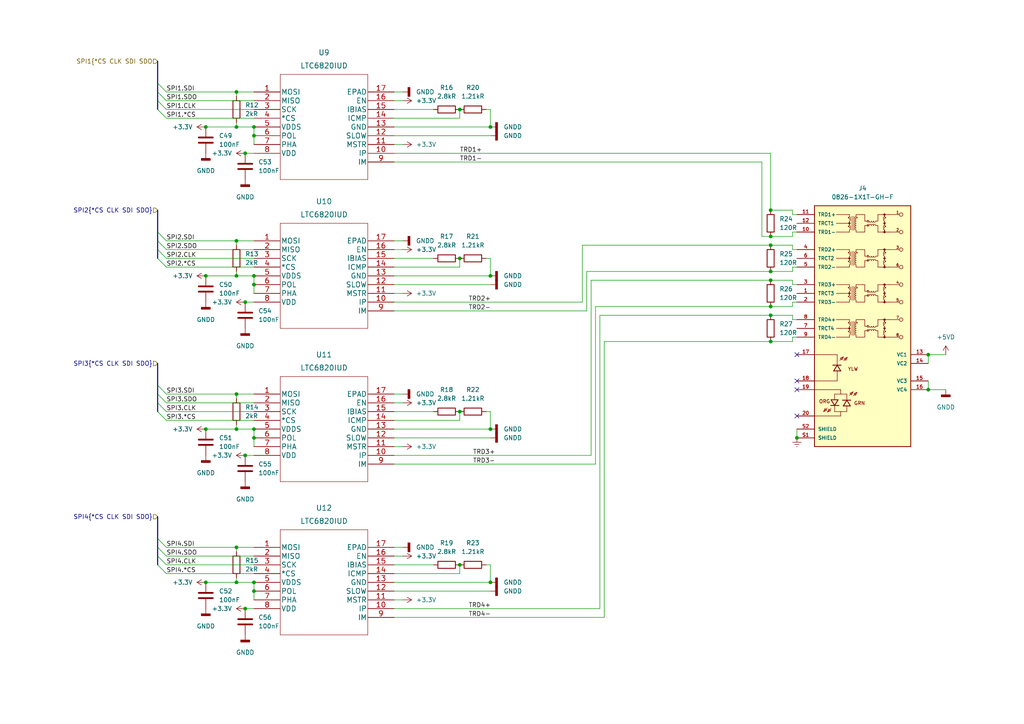
<source format=kicad_sch>
(kicad_sch (version 20211123) (generator eeschema)

  (uuid df848aa2-aa41-40fc-befc-2ac6770d78c7)

  (paper "A4")

  (lib_symbols
    (symbol "Device:C" (pin_numbers hide) (pin_names (offset 0.254)) (in_bom yes) (on_board yes)
      (property "Reference" "C" (id 0) (at 0.635 2.54 0)
        (effects (font (size 1.27 1.27)) (justify left))
      )
      (property "Value" "C" (id 1) (at 0.635 -2.54 0)
        (effects (font (size 1.27 1.27)) (justify left))
      )
      (property "Footprint" "" (id 2) (at 0.9652 -3.81 0)
        (effects (font (size 1.27 1.27)) hide)
      )
      (property "Datasheet" "~" (id 3) (at 0 0 0)
        (effects (font (size 1.27 1.27)) hide)
      )
      (property "ki_keywords" "cap capacitor" (id 4) (at 0 0 0)
        (effects (font (size 1.27 1.27)) hide)
      )
      (property "ki_description" "Unpolarized capacitor" (id 5) (at 0 0 0)
        (effects (font (size 1.27 1.27)) hide)
      )
      (property "ki_fp_filters" "C_*" (id 6) (at 0 0 0)
        (effects (font (size 1.27 1.27)) hide)
      )
      (symbol "C_0_1"
        (polyline
          (pts
            (xy -2.032 -0.762)
            (xy 2.032 -0.762)
          )
          (stroke (width 0.508) (type default) (color 0 0 0 0))
          (fill (type none))
        )
        (polyline
          (pts
            (xy -2.032 0.762)
            (xy 2.032 0.762)
          )
          (stroke (width 0.508) (type default) (color 0 0 0 0))
          (fill (type none))
        )
      )
      (symbol "C_1_1"
        (pin passive line (at 0 3.81 270) (length 2.794)
          (name "~" (effects (font (size 1.27 1.27))))
          (number "1" (effects (font (size 1.27 1.27))))
        )
        (pin passive line (at 0 -3.81 90) (length 2.794)
          (name "~" (effects (font (size 1.27 1.27))))
          (number "2" (effects (font (size 1.27 1.27))))
        )
      )
    )
    (symbol "Device:R" (pin_numbers hide) (pin_names (offset 0)) (in_bom yes) (on_board yes)
      (property "Reference" "R" (id 0) (at 2.032 0 90)
        (effects (font (size 1.27 1.27)))
      )
      (property "Value" "R" (id 1) (at 0 0 90)
        (effects (font (size 1.27 1.27)))
      )
      (property "Footprint" "" (id 2) (at -1.778 0 90)
        (effects (font (size 1.27 1.27)) hide)
      )
      (property "Datasheet" "~" (id 3) (at 0 0 0)
        (effects (font (size 1.27 1.27)) hide)
      )
      (property "ki_keywords" "R res resistor" (id 4) (at 0 0 0)
        (effects (font (size 1.27 1.27)) hide)
      )
      (property "ki_description" "Resistor" (id 5) (at 0 0 0)
        (effects (font (size 1.27 1.27)) hide)
      )
      (property "ki_fp_filters" "R_*" (id 6) (at 0 0 0)
        (effects (font (size 1.27 1.27)) hide)
      )
      (symbol "R_0_1"
        (rectangle (start -1.016 -2.54) (end 1.016 2.54)
          (stroke (width 0.254) (type default) (color 0 0 0 0))
          (fill (type none))
        )
      )
      (symbol "R_1_1"
        (pin passive line (at 0 3.81 270) (length 1.27)
          (name "~" (effects (font (size 1.27 1.27))))
          (number "1" (effects (font (size 1.27 1.27))))
        )
        (pin passive line (at 0 -3.81 90) (length 1.27)
          (name "~" (effects (font (size 1.27 1.27))))
          (number "2" (effects (font (size 1.27 1.27))))
        )
      )
    )
    (symbol "Num-IO:0826-1X1T-GH-F" (pin_names (offset 1.016)) (in_bom yes) (on_board yes)
      (property "Reference" "J" (id 0) (at -12.7 34.29 0)
        (effects (font (size 1.27 1.27)) (justify left bottom))
      )
      (property "Value" "0826-1X1T-GH-F" (id 1) (at -7.62 -39.37 0)
        (effects (font (size 1.27 1.27)) (justify left bottom))
      )
      (property "Footprint" "BEL_0826-1X1T-GH-F" (id 2) (at -7.62 34.29 0)
        (effects (font (size 1.27 1.27)) (justify left bottom) hide)
      )
      (property "Datasheet" "" (id 3) (at 0 0 0)
        (effects (font (size 1.27 1.27)) (justify left bottom) hide)
      )
      (property "MANUFACTURER" "Bel Fuse" (id 4) (at -1.27 38.1 0)
        (effects (font (size 1.27 1.27)) (justify left bottom) hide)
      )
      (property "STANDARD" "Manufacturer Recommendations" (id 5) (at -1.27 11.43 0)
        (effects (font (size 1.27 1.27)) (justify left bottom) hide)
      )
      (property "MAXIMUM_PACKAGE_HEIGHT" "15.52mm" (id 6) (at 2.54 -2.54 0)
        (effects (font (size 1.27 1.27)) (justify left bottom) hide)
      )
      (property "PARTREV" "D" (id 7) (at 0 -2.54 0)
        (effects (font (size 1.27 1.27)) (justify left bottom) hide)
      )
      (property "ki_locked" "" (id 8) (at 0 0 0)
        (effects (font (size 1.27 1.27)))
      )
      (symbol "0826-1X1T-GH-F_0_0"
        (rectangle (start -12.7 33.02) (end 15.24 -36.83)
          (stroke (width 0.254) (type default) (color 0 0 0 0))
          (fill (type background))
        )
        (polyline
          (pts
            (xy -9.017 -25.654)
            (xy -10.033 -26.67)
          )
          (stroke (width 0.1524) (type default) (color 0 0 0 0))
          (fill (type none))
        )
        (polyline
          (pts
            (xy -8.001 -24.892)
            (xy -6.858 -24.892)
          )
          (stroke (width 0.254) (type default) (color 0 0 0 0))
          (fill (type none))
        )
        (polyline
          (pts
            (xy -7.874 -25.781)
            (xy -8.89 -26.797)
          )
          (stroke (width 0.1524) (type default) (color 0 0 0 0))
          (fill (type none))
        )
        (polyline
          (pts
            (xy -7.874 -23.241)
            (xy -6.858 -24.892)
          )
          (stroke (width 0.254) (type default) (color 0 0 0 0))
          (fill (type none))
        )
        (polyline
          (pts
            (xy -7.874 -23.241)
            (xy -5.842 -23.241)
          )
          (stroke (width 0.254) (type default) (color 0 0 0 0))
          (fill (type none))
        )
        (polyline
          (pts
            (xy -6.858 -26.67)
            (xy -5.08 -26.67)
          )
          (stroke (width 0.1524) (type default) (color 0 0 0 0))
          (fill (type none))
        )
        (polyline
          (pts
            (xy -6.858 -25.019)
            (xy -6.858 -26.67)
          )
          (stroke (width 0.1524) (type default) (color 0 0 0 0))
          (fill (type none))
        )
        (polyline
          (pts
            (xy -6.858 -24.892)
            (xy -5.842 -23.241)
          )
          (stroke (width 0.254) (type default) (color 0 0 0 0))
          (fill (type none))
        )
        (polyline
          (pts
            (xy -6.858 -24.892)
            (xy -5.588 -24.892)
          )
          (stroke (width 0.254) (type default) (color 0 0 0 0))
          (fill (type none))
        )
        (polyline
          (pts
            (xy -6.858 -21.59)
            (xy -6.858 -23.114)
          )
          (stroke (width 0.1524) (type default) (color 0 0 0 0))
          (fill (type none))
        )
        (polyline
          (pts
            (xy -6.858 -21.59)
            (xy -5.08 -21.59)
          )
          (stroke (width 0.1524) (type default) (color 0 0 0 0))
          (fill (type none))
        )
        (polyline
          (pts
            (xy -6.096 -17.78)
            (xy -12.7 -17.78)
          )
          (stroke (width 0.1524) (type default) (color 0 0 0 0))
          (fill (type none))
        )
        (polyline
          (pts
            (xy -6.096 -17.78)
            (xy -6.096 -14.986)
          )
          (stroke (width 0.1524) (type default) (color 0 0 0 0))
          (fill (type none))
        )
        (polyline
          (pts
            (xy -6.096 -13.208)
            (xy -7.366 -13.208)
          )
          (stroke (width 0.254) (type default) (color 0 0 0 0))
          (fill (type none))
        )
        (polyline
          (pts
            (xy -6.096 -13.208)
            (xy -7.112 -14.859)
          )
          (stroke (width 0.254) (type default) (color 0 0 0 0))
          (fill (type none))
        )
        (polyline
          (pts
            (xy -6.096 -13.081)
            (xy -6.096 -10.16)
          )
          (stroke (width 0.1524) (type default) (color 0 0 0 0))
          (fill (type none))
        )
        (polyline
          (pts
            (xy -6.096 -10.16)
            (xy -12.7 -10.16)
          )
          (stroke (width 0.1524) (type default) (color 0 0 0 0))
          (fill (type none))
        )
        (polyline
          (pts
            (xy -5.334 -11.811)
            (xy -4.318 -10.795)
          )
          (stroke (width 0.1524) (type default) (color 0 0 0 0))
          (fill (type none))
        )
        (polyline
          (pts
            (xy -5.08 -27.94)
            (xy -12.7 -27.94)
          )
          (stroke (width 0.1524) (type default) (color 0 0 0 0))
          (fill (type none))
        )
        (polyline
          (pts
            (xy -5.08 -26.67)
            (xy -5.08 -27.94)
          )
          (stroke (width 0.1524) (type default) (color 0 0 0 0))
          (fill (type none))
        )
        (polyline
          (pts
            (xy -5.08 -26.67)
            (xy -3.302 -26.67)
          )
          (stroke (width 0.1524) (type default) (color 0 0 0 0))
          (fill (type none))
        )
        (polyline
          (pts
            (xy -5.08 -21.59)
            (xy -5.08 -20.32)
          )
          (stroke (width 0.1524) (type default) (color 0 0 0 0))
          (fill (type none))
        )
        (polyline
          (pts
            (xy -5.08 -21.59)
            (xy -3.302 -21.59)
          )
          (stroke (width 0.1524) (type default) (color 0 0 0 0))
          (fill (type none))
        )
        (polyline
          (pts
            (xy -5.08 -20.32)
            (xy -12.7 -20.32)
          )
          (stroke (width 0.1524) (type default) (color 0 0 0 0))
          (fill (type none))
        )
        (polyline
          (pts
            (xy -5.08 -14.859)
            (xy -7.112 -14.859)
          )
          (stroke (width 0.254) (type default) (color 0 0 0 0))
          (fill (type none))
        )
        (polyline
          (pts
            (xy -5.08 -14.859)
            (xy -6.096 -13.208)
          )
          (stroke (width 0.254) (type default) (color 0 0 0 0))
          (fill (type none))
        )
        (polyline
          (pts
            (xy -4.953 -13.208)
            (xy -6.096 -13.208)
          )
          (stroke (width 0.254) (type default) (color 0 0 0 0))
          (fill (type none))
        )
        (polyline
          (pts
            (xy -4.191 -11.938)
            (xy -3.175 -10.922)
          )
          (stroke (width 0.1524) (type default) (color 0 0 0 0))
          (fill (type none))
        )
        (polyline
          (pts
            (xy -3.302 -26.67)
            (xy -3.302 -25.146)
          )
          (stroke (width 0.1524) (type default) (color 0 0 0 0))
          (fill (type none))
        )
        (polyline
          (pts
            (xy -3.302 -23.368)
            (xy -4.572 -23.368)
          )
          (stroke (width 0.254) (type default) (color 0 0 0 0))
          (fill (type none))
        )
        (polyline
          (pts
            (xy -3.302 -23.368)
            (xy -4.318 -25.019)
          )
          (stroke (width 0.254) (type default) (color 0 0 0 0))
          (fill (type none))
        )
        (polyline
          (pts
            (xy -3.302 -23.241)
            (xy -3.302 -21.59)
          )
          (stroke (width 0.1524) (type default) (color 0 0 0 0))
          (fill (type none))
        )
        (polyline
          (pts
            (xy -2.54 -21.971)
            (xy -1.524 -20.955)
          )
          (stroke (width 0.1524) (type default) (color 0 0 0 0))
          (fill (type none))
        )
        (polyline
          (pts
            (xy -2.286 -25.019)
            (xy -4.318 -25.019)
          )
          (stroke (width 0.254) (type default) (color 0 0 0 0))
          (fill (type none))
        )
        (polyline
          (pts
            (xy -2.286 -25.019)
            (xy -3.302 -23.368)
          )
          (stroke (width 0.254) (type default) (color 0 0 0 0))
          (fill (type none))
        )
        (polyline
          (pts
            (xy -2.159 -23.368)
            (xy -3.302 -23.368)
          )
          (stroke (width 0.254) (type default) (color 0 0 0 0))
          (fill (type none))
        )
        (polyline
          (pts
            (xy -1.397 -22.098)
            (xy -0.381 -21.082)
          )
          (stroke (width 0.1524) (type default) (color 0 0 0 0))
          (fill (type none))
        )
        (polyline
          (pts
            (xy -10.033 -26.67)
            (xy -9.144 -26.289)
            (xy -9.652 -25.781)
            (xy -10.033 -26.67)
          )
          (stroke (width 0.1524) (type default) (color 0 0 0 0))
          (fill (type background))
        )
        (polyline
          (pts
            (xy -8.89 -26.797)
            (xy -8.001 -26.416)
            (xy -8.509 -25.908)
            (xy -8.89 -26.797)
          )
          (stroke (width 0.1524) (type default) (color 0 0 0 0))
          (fill (type background))
        )
        (polyline
          (pts
            (xy -4.318 -10.795)
            (xy -5.207 -11.176)
            (xy -4.699 -11.684)
            (xy -4.318 -10.795)
          )
          (stroke (width 0.1524) (type default) (color 0 0 0 0))
          (fill (type background))
        )
        (polyline
          (pts
            (xy -3.175 -10.922)
            (xy -4.064 -11.303)
            (xy -3.556 -11.811)
            (xy -3.175 -10.922)
          )
          (stroke (width 0.1524) (type default) (color 0 0 0 0))
          (fill (type background))
        )
        (polyline
          (pts
            (xy -1.524 -20.955)
            (xy -2.413 -21.336)
            (xy -1.905 -21.844)
            (xy -1.524 -20.955)
          )
          (stroke (width 0.1524) (type default) (color 0 0 0 0))
          (fill (type background))
        )
        (polyline
          (pts
            (xy -0.381 -21.082)
            (xy -1.27 -21.463)
            (xy -0.762 -21.971)
            (xy -0.381 -21.082)
          )
          (stroke (width 0.1524) (type default) (color 0 0 0 0))
          (fill (type background))
        )
        (text "1" (at 11.43 31.115 0)
          (effects (font (size 0.762 0.762)))
        )
        (text "2" (at 11.43 26.035 0)
          (effects (font (size 0.762 0.762)))
        )
        (text "3" (at 11.43 20.955 0)
          (effects (font (size 0.762 0.762)))
        )
        (text "4" (at 11.43 10.795 0)
          (effects (font (size 0.762 0.762)))
        )
        (text "5" (at 11.43 5.715 0)
          (effects (font (size 0.762 0.762)))
        )
        (text "6" (at 11.43 15.875 0)
          (effects (font (size 0.762 0.762)))
        )
        (text "7" (at 11.43 0.635 0)
          (effects (font (size 0.762 0.762)))
        )
        (text "8" (at 11.43 -4.445 0)
          (effects (font (size 0.762 0.762)))
        )
        (text "GRN" (at -1.27 -23.622 0)
          (effects (font (size 1.016 1.016)) (justify left top))
        )
        (text "ORG" (at -11.43 -23.114 0)
          (effects (font (size 1.016 1.016)) (justify left top))
        )
        (text "YLW" (at -3.048 -13.716 0)
          (effects (font (size 1.016 1.016)) (justify left top))
        )
        (pin passive line (at -17.78 7.62 0) (length 5.08)
          (name "TRCT3" (effects (font (size 1.016 1.016))))
          (number "1" (effects (font (size 1.016 1.016))))
        )
        (pin passive line (at -17.78 25.4 0) (length 5.08)
          (name "TRD1-" (effects (font (size 1.016 1.016))))
          (number "10" (effects (font (size 1.016 1.016))))
        )
        (pin passive line (at -17.78 30.48 0) (length 5.08)
          (name "TRD1+" (effects (font (size 1.016 1.016))))
          (number "11" (effects (font (size 1.016 1.016))))
        )
        (pin passive line (at -17.78 27.94 0) (length 5.08)
          (name "TRCT1" (effects (font (size 1.016 1.016))))
          (number "12" (effects (font (size 1.016 1.016))))
        )
        (pin passive line (at 20.32 -10.16 180) (length 5.08)
          (name "VC1" (effects (font (size 1.016 1.016))))
          (number "13" (effects (font (size 1.016 1.016))))
        )
        (pin passive line (at 20.32 -12.7 180) (length 5.08)
          (name "VC2" (effects (font (size 1.016 1.016))))
          (number "14" (effects (font (size 1.016 1.016))))
        )
        (pin passive line (at 20.32 -17.78 180) (length 5.08)
          (name "VC3" (effects (font (size 1.016 1.016))))
          (number "15" (effects (font (size 1.016 1.016))))
        )
        (pin passive line (at 20.32 -20.32 180) (length 5.08)
          (name "VC4" (effects (font (size 1.016 1.016))))
          (number "16" (effects (font (size 1.016 1.016))))
        )
        (pin passive line (at -17.78 -10.16 0) (length 5.08)
          (name "~" (effects (font (size 1.016 1.016))))
          (number "17" (effects (font (size 1.016 1.016))))
        )
        (pin passive line (at -17.78 -17.78 0) (length 5.08)
          (name "~" (effects (font (size 1.016 1.016))))
          (number "18" (effects (font (size 1.016 1.016))))
        )
        (pin passive line (at -17.78 -20.32 0) (length 5.08)
          (name "~" (effects (font (size 1.016 1.016))))
          (number "19" (effects (font (size 1.016 1.016))))
        )
        (pin passive line (at -17.78 5.08 0) (length 5.08)
          (name "TRD3-" (effects (font (size 1.016 1.016))))
          (number "2" (effects (font (size 1.016 1.016))))
        )
        (pin passive line (at -17.78 -27.94 0) (length 5.08)
          (name "~" (effects (font (size 1.016 1.016))))
          (number "20" (effects (font (size 1.016 1.016))))
        )
        (pin passive line (at -17.78 10.16 0) (length 5.08)
          (name "TRD3+" (effects (font (size 1.016 1.016))))
          (number "3" (effects (font (size 1.016 1.016))))
        )
        (pin passive line (at -17.78 20.32 0) (length 5.08)
          (name "TRD2+" (effects (font (size 1.016 1.016))))
          (number "4" (effects (font (size 1.016 1.016))))
        )
        (pin passive line (at -17.78 15.24 0) (length 5.08)
          (name "TRD2-" (effects (font (size 1.016 1.016))))
          (number "5" (effects (font (size 1.016 1.016))))
        )
        (pin passive line (at -17.78 17.78 0) (length 5.08)
          (name "TRCT2" (effects (font (size 1.016 1.016))))
          (number "6" (effects (font (size 1.016 1.016))))
        )
        (pin passive line (at -17.78 -2.54 0) (length 5.08)
          (name "TRCT4" (effects (font (size 1.016 1.016))))
          (number "7" (effects (font (size 1.016 1.016))))
        )
        (pin passive line (at -17.78 0 0) (length 5.08)
          (name "TRD4+" (effects (font (size 1.016 1.016))))
          (number "8" (effects (font (size 1.016 1.016))))
        )
        (pin passive line (at -17.78 -5.08 0) (length 5.08)
          (name "TRD4-" (effects (font (size 1.016 1.016))))
          (number "9" (effects (font (size 1.016 1.016))))
        )
        (pin passive line (at -17.78 -34.29 0) (length 5.08)
          (name "SHIELD" (effects (font (size 1.016 1.016))))
          (number "S1" (effects (font (size 1.016 1.016))))
        )
        (pin passive line (at -17.78 -31.75 0) (length 5.08)
          (name "SHIELD" (effects (font (size 1.016 1.016))))
          (number "S2" (effects (font (size 1.016 1.016))))
        )
      )
      (symbol "0826-1X1T-GH-F_0_1"
        (circle (center -2.794 -3.429) (radius 0.127)
          (stroke (width 0) (type default) (color 0 0 0 0))
          (fill (type outline))
        )
        (circle (center -2.794 -0.889) (radius 0.127)
          (stroke (width 0) (type default) (color 0 0 0 0))
          (fill (type outline))
        )
        (circle (center -2.794 6.731) (radius 0.127)
          (stroke (width 0) (type default) (color 0 0 0 0))
          (fill (type outline))
        )
        (circle (center -2.794 9.271) (radius 0.127)
          (stroke (width 0) (type default) (color 0 0 0 0))
          (fill (type outline))
        )
        (circle (center -2.794 16.891) (radius 0.127)
          (stroke (width 0) (type default) (color 0 0 0 0))
          (fill (type outline))
        )
        (circle (center -2.794 19.431) (radius 0.127)
          (stroke (width 0) (type default) (color 0 0 0 0))
          (fill (type outline))
        )
        (circle (center -2.794 27.051) (radius 0.127)
          (stroke (width 0) (type default) (color 0 0 0 0))
          (fill (type outline))
        )
        (circle (center -2.794 29.591) (radius 0.127)
          (stroke (width 0) (type default) (color 0 0 0 0))
          (fill (type outline))
        )
        (arc (start -2.54 -4.445) (mid -2.2349 -4.1275) (end -2.54 -3.81)
          (stroke (width 0) (type default) (color 0 0 0 0))
          (fill (type none))
        )
        (arc (start -2.54 -3.81) (mid -2.2349 -3.4925) (end -2.54 -3.175)
          (stroke (width 0) (type default) (color 0 0 0 0))
          (fill (type none))
        )
        (circle (center -2.54 -2.54) (radius 0.254)
          (stroke (width 0) (type default) (color 0 0 0 0))
          (fill (type outline))
        )
        (arc (start -2.54 -1.905) (mid -2.2349 -1.5875) (end -2.54 -1.27)
          (stroke (width 0) (type default) (color 0 0 0 0))
          (fill (type none))
        )
        (arc (start -2.54 -1.27) (mid -2.2349 -0.9525) (end -2.54 -0.635)
          (stroke (width 0) (type default) (color 0 0 0 0))
          (fill (type none))
        )
        (arc (start -2.54 5.715) (mid -2.2349 6.0325) (end -2.54 6.35)
          (stroke (width 0) (type default) (color 0 0 0 0))
          (fill (type none))
        )
        (arc (start -2.54 6.35) (mid -2.2349 6.6675) (end -2.54 6.985)
          (stroke (width 0) (type default) (color 0 0 0 0))
          (fill (type none))
        )
        (circle (center -2.54 7.62) (radius 0.254)
          (stroke (width 0) (type default) (color 0 0 0 0))
          (fill (type outline))
        )
        (arc (start -2.54 8.255) (mid -2.2349 8.5725) (end -2.54 8.89)
          (stroke (width 0) (type default) (color 0 0 0 0))
          (fill (type none))
        )
        (arc (start -2.54 8.89) (mid -2.2349 9.2075) (end -2.54 9.525)
          (stroke (width 0) (type default) (color 0 0 0 0))
          (fill (type none))
        )
        (arc (start -2.54 15.875) (mid -2.2349 16.1925) (end -2.54 16.51)
          (stroke (width 0) (type default) (color 0 0 0 0))
          (fill (type none))
        )
        (arc (start -2.54 16.51) (mid -2.2349 16.8275) (end -2.54 17.145)
          (stroke (width 0) (type default) (color 0 0 0 0))
          (fill (type none))
        )
        (circle (center -2.54 17.78) (radius 0.254)
          (stroke (width 0) (type default) (color 0 0 0 0))
          (fill (type outline))
        )
        (arc (start -2.54 18.415) (mid -2.2349 18.7325) (end -2.54 19.05)
          (stroke (width 0) (type default) (color 0 0 0 0))
          (fill (type none))
        )
        (arc (start -2.54 19.05) (mid -2.2349 19.3675) (end -2.54 19.685)
          (stroke (width 0) (type default) (color 0 0 0 0))
          (fill (type none))
        )
        (arc (start -2.54 26.035) (mid -2.2349 26.3525) (end -2.54 26.67)
          (stroke (width 0) (type default) (color 0 0 0 0))
          (fill (type none))
        )
        (arc (start -2.54 26.67) (mid -2.2349 26.9875) (end -2.54 27.305)
          (stroke (width 0) (type default) (color 0 0 0 0))
          (fill (type none))
        )
        (circle (center -2.54 27.94) (radius 0.254)
          (stroke (width 0) (type default) (color 0 0 0 0))
          (fill (type outline))
        )
        (arc (start -2.54 28.575) (mid -2.2349 28.8925) (end -2.54 29.21)
          (stroke (width 0) (type default) (color 0 0 0 0))
          (fill (type none))
        )
        (arc (start -2.54 29.21) (mid -2.2349 29.5275) (end -2.54 29.845)
          (stroke (width 0) (type default) (color 0 0 0 0))
          (fill (type none))
        )
        (arc (start -0.635 -3.81) (mid -0.9401 -4.1275) (end -0.635 -4.445)
          (stroke (width 0) (type default) (color 0 0 0 0))
          (fill (type none))
        )
        (arc (start -0.635 -3.175) (mid -0.9401 -3.4925) (end -0.635 -3.81)
          (stroke (width 0) (type default) (color 0 0 0 0))
          (fill (type none))
        )
        (arc (start -0.635 -2.54) (mid -0.9401 -2.8575) (end -0.635 -3.175)
          (stroke (width 0) (type default) (color 0 0 0 0))
          (fill (type none))
        )
        (arc (start -0.635 -1.905) (mid -0.9401 -2.2225) (end -0.635 -2.54)
          (stroke (width 0) (type default) (color 0 0 0 0))
          (fill (type none))
        )
        (arc (start -0.635 -1.27) (mid -0.9401 -1.5875) (end -0.635 -1.905)
          (stroke (width 0) (type default) (color 0 0 0 0))
          (fill (type none))
        )
        (arc (start -0.635 -0.635) (mid -0.9401 -0.9525) (end -0.635 -1.27)
          (stroke (width 0) (type default) (color 0 0 0 0))
          (fill (type none))
        )
        (arc (start -0.635 6.35) (mid -0.9401 6.0325) (end -0.635 5.715)
          (stroke (width 0) (type default) (color 0 0 0 0))
          (fill (type none))
        )
        (arc (start -0.635 6.985) (mid -0.9401 6.6675) (end -0.635 6.35)
          (stroke (width 0) (type default) (color 0 0 0 0))
          (fill (type none))
        )
        (arc (start -0.635 7.62) (mid -0.9401 7.3025) (end -0.635 6.985)
          (stroke (width 0) (type default) (color 0 0 0 0))
          (fill (type none))
        )
        (arc (start -0.635 8.255) (mid -0.9401 7.9375) (end -0.635 7.62)
          (stroke (width 0) (type default) (color 0 0 0 0))
          (fill (type none))
        )
        (arc (start -0.635 8.89) (mid -0.9401 8.5725) (end -0.635 8.255)
          (stroke (width 0) (type default) (color 0 0 0 0))
          (fill (type none))
        )
        (arc (start -0.635 9.525) (mid -0.9401 9.2075) (end -0.635 8.89)
          (stroke (width 0) (type default) (color 0 0 0 0))
          (fill (type none))
        )
        (arc (start -0.635 16.51) (mid -0.9401 16.1925) (end -0.635 15.875)
          (stroke (width 0) (type default) (color 0 0 0 0))
          (fill (type none))
        )
        (arc (start -0.635 17.145) (mid -0.9401 16.8275) (end -0.635 16.51)
          (stroke (width 0) (type default) (color 0 0 0 0))
          (fill (type none))
        )
        (arc (start -0.635 17.78) (mid -0.9401 17.4625) (end -0.635 17.145)
          (stroke (width 0) (type default) (color 0 0 0 0))
          (fill (type none))
        )
        (arc (start -0.635 18.415) (mid -0.9401 18.0975) (end -0.635 17.78)
          (stroke (width 0) (type default) (color 0 0 0 0))
          (fill (type none))
        )
        (arc (start -0.635 19.05) (mid -0.9401 18.7325) (end -0.635 18.415)
          (stroke (width 0) (type default) (color 0 0 0 0))
          (fill (type none))
        )
        (arc (start -0.635 19.685) (mid -0.9401 19.3675) (end -0.635 19.05)
          (stroke (width 0) (type default) (color 0 0 0 0))
          (fill (type none))
        )
        (arc (start -0.635 26.67) (mid -0.9401 26.3525) (end -0.635 26.035)
          (stroke (width 0) (type default) (color 0 0 0 0))
          (fill (type none))
        )
        (arc (start -0.635 27.305) (mid -0.9401 26.9875) (end -0.635 26.67)
          (stroke (width 0) (type default) (color 0 0 0 0))
          (fill (type none))
        )
        (arc (start -0.635 27.94) (mid -0.9401 27.6225) (end -0.635 27.305)
          (stroke (width 0) (type default) (color 0 0 0 0))
          (fill (type none))
        )
        (arc (start -0.635 28.575) (mid -0.9401 28.2575) (end -0.635 27.94)
          (stroke (width 0) (type default) (color 0 0 0 0))
          (fill (type none))
        )
        (arc (start -0.635 29.21) (mid -0.9401 28.8925) (end -0.635 28.575)
          (stroke (width 0) (type default) (color 0 0 0 0))
          (fill (type none))
        )
        (arc (start -0.635 29.845) (mid -0.9401 29.5275) (end -0.635 29.21)
          (stroke (width 0) (type default) (color 0 0 0 0))
          (fill (type none))
        )
        (circle (center -0.381 -0.889) (radius 0.127)
          (stroke (width 0) (type default) (color 0 0 0 0))
          (fill (type outline))
        )
        (circle (center -0.381 9.271) (radius 0.127)
          (stroke (width 0) (type default) (color 0 0 0 0))
          (fill (type outline))
        )
        (circle (center -0.381 19.431) (radius 0.127)
          (stroke (width 0) (type default) (color 0 0 0 0))
          (fill (type outline))
        )
        (circle (center -0.381 29.591) (radius 0.127)
          (stroke (width 0) (type default) (color 0 0 0 0))
          (fill (type outline))
        )
        (polyline
          (pts
            (xy -6.35 -5.08)
            (xy -2.54 -5.08)
          )
          (stroke (width 0) (type default) (color 0 0 0 0))
          (fill (type none))
        )
        (polyline
          (pts
            (xy -6.35 -2.54)
            (xy -5.08 -2.54)
          )
          (stroke (width 0) (type default) (color 0 0 0 0))
          (fill (type none))
        )
        (polyline
          (pts
            (xy -6.35 0)
            (xy -2.54 0)
          )
          (stroke (width 0) (type default) (color 0 0 0 0))
          (fill (type none))
        )
        (polyline
          (pts
            (xy -6.35 5.08)
            (xy -2.54 5.08)
          )
          (stroke (width 0) (type default) (color 0 0 0 0))
          (fill (type none))
        )
        (polyline
          (pts
            (xy -6.35 7.62)
            (xy -5.08 7.62)
          )
          (stroke (width 0) (type default) (color 0 0 0 0))
          (fill (type none))
        )
        (polyline
          (pts
            (xy -6.35 10.16)
            (xy -2.54 10.16)
          )
          (stroke (width 0) (type default) (color 0 0 0 0))
          (fill (type none))
        )
        (polyline
          (pts
            (xy -6.35 15.24)
            (xy -2.54 15.24)
          )
          (stroke (width 0) (type default) (color 0 0 0 0))
          (fill (type none))
        )
        (polyline
          (pts
            (xy -6.35 17.78)
            (xy -5.08 17.78)
          )
          (stroke (width 0) (type default) (color 0 0 0 0))
          (fill (type none))
        )
        (polyline
          (pts
            (xy -6.35 20.32)
            (xy -2.54 20.32)
          )
          (stroke (width 0) (type default) (color 0 0 0 0))
          (fill (type none))
        )
        (polyline
          (pts
            (xy -6.35 25.4)
            (xy -2.54 25.4)
          )
          (stroke (width 0) (type default) (color 0 0 0 0))
          (fill (type none))
        )
        (polyline
          (pts
            (xy -6.35 27.94)
            (xy -5.08 27.94)
          )
          (stroke (width 0) (type default) (color 0 0 0 0))
          (fill (type none))
        )
        (polyline
          (pts
            (xy -6.35 30.48)
            (xy -2.54 30.48)
          )
          (stroke (width 0) (type default) (color 0 0 0 0))
          (fill (type none))
        )
        (polyline
          (pts
            (xy -5.08 -2.54)
            (xy -2.54 -2.54)
          )
          (stroke (width 0) (type default) (color 0 0 0 0))
          (fill (type none))
        )
        (polyline
          (pts
            (xy -5.08 7.62)
            (xy -2.54 7.62)
          )
          (stroke (width 0) (type default) (color 0 0 0 0))
          (fill (type none))
        )
        (polyline
          (pts
            (xy -5.08 17.78)
            (xy -2.54 17.78)
          )
          (stroke (width 0) (type default) (color 0 0 0 0))
          (fill (type none))
        )
        (polyline
          (pts
            (xy -5.08 27.94)
            (xy -2.54 27.94)
          )
          (stroke (width 0) (type default) (color 0 0 0 0))
          (fill (type none))
        )
        (polyline
          (pts
            (xy -2.54 -5.08)
            (xy -2.54 -4.445)
          )
          (stroke (width 0) (type default) (color 0 0 0 0))
          (fill (type none))
        )
        (polyline
          (pts
            (xy -2.54 -2.54)
            (xy -2.54 -3.175)
          )
          (stroke (width 0) (type default) (color 0 0 0 0))
          (fill (type none))
        )
        (polyline
          (pts
            (xy -2.54 -2.54)
            (xy -2.54 -1.905)
          )
          (stroke (width 0) (type default) (color 0 0 0 0))
          (fill (type none))
        )
        (polyline
          (pts
            (xy -2.54 0)
            (xy -2.54 -0.635)
          )
          (stroke (width 0) (type default) (color 0 0 0 0))
          (fill (type none))
        )
        (polyline
          (pts
            (xy -2.54 5.08)
            (xy -2.54 5.715)
          )
          (stroke (width 0) (type default) (color 0 0 0 0))
          (fill (type none))
        )
        (polyline
          (pts
            (xy -2.54 7.62)
            (xy -2.54 6.985)
          )
          (stroke (width 0) (type default) (color 0 0 0 0))
          (fill (type none))
        )
        (polyline
          (pts
            (xy -2.54 7.62)
            (xy -2.54 8.255)
          )
          (stroke (width 0) (type default) (color 0 0 0 0))
          (fill (type none))
        )
        (polyline
          (pts
            (xy -2.54 10.16)
            (xy -2.54 9.525)
          )
          (stroke (width 0) (type default) (color 0 0 0 0))
          (fill (type none))
        )
        (polyline
          (pts
            (xy -2.54 15.24)
            (xy -2.54 15.875)
          )
          (stroke (width 0) (type default) (color 0 0 0 0))
          (fill (type none))
        )
        (polyline
          (pts
            (xy -2.54 17.78)
            (xy -2.54 17.145)
          )
          (stroke (width 0) (type default) (color 0 0 0 0))
          (fill (type none))
        )
        (polyline
          (pts
            (xy -2.54 17.78)
            (xy -2.54 18.415)
          )
          (stroke (width 0) (type default) (color 0 0 0 0))
          (fill (type none))
        )
        (polyline
          (pts
            (xy -2.54 20.32)
            (xy -2.54 19.685)
          )
          (stroke (width 0) (type default) (color 0 0 0 0))
          (fill (type none))
        )
        (polyline
          (pts
            (xy -2.54 25.4)
            (xy -2.54 26.035)
          )
          (stroke (width 0) (type default) (color 0 0 0 0))
          (fill (type none))
        )
        (polyline
          (pts
            (xy -2.54 27.94)
            (xy -2.54 27.305)
          )
          (stroke (width 0) (type default) (color 0 0 0 0))
          (fill (type none))
        )
        (polyline
          (pts
            (xy -2.54 27.94)
            (xy -2.54 28.575)
          )
          (stroke (width 0) (type default) (color 0 0 0 0))
          (fill (type none))
        )
        (polyline
          (pts
            (xy -2.54 30.48)
            (xy -2.54 29.845)
          )
          (stroke (width 0) (type default) (color 0 0 0 0))
          (fill (type none))
        )
        (polyline
          (pts
            (xy -1.778 -4.572)
            (xy -1.778 -0.508)
          )
          (stroke (width 0) (type default) (color 0 0 0 0))
          (fill (type none))
        )
        (polyline
          (pts
            (xy -1.778 5.588)
            (xy -1.778 9.652)
          )
          (stroke (width 0) (type default) (color 0 0 0 0))
          (fill (type none))
        )
        (polyline
          (pts
            (xy -1.778 15.748)
            (xy -1.778 19.812)
          )
          (stroke (width 0) (type default) (color 0 0 0 0))
          (fill (type none))
        )
        (polyline
          (pts
            (xy -1.778 25.908)
            (xy -1.778 29.972)
          )
          (stroke (width 0) (type default) (color 0 0 0 0))
          (fill (type none))
        )
        (polyline
          (pts
            (xy -1.27 -4.572)
            (xy -1.27 -0.508)
          )
          (stroke (width 0) (type default) (color 0 0 0 0))
          (fill (type none))
        )
        (polyline
          (pts
            (xy -1.27 5.588)
            (xy -1.27 9.652)
          )
          (stroke (width 0) (type default) (color 0 0 0 0))
          (fill (type none))
        )
        (polyline
          (pts
            (xy -1.27 15.748)
            (xy -1.27 19.812)
          )
          (stroke (width 0) (type default) (color 0 0 0 0))
          (fill (type none))
        )
        (polyline
          (pts
            (xy -1.27 25.908)
            (xy -1.27 29.972)
          )
          (stroke (width 0) (type default) (color 0 0 0 0))
          (fill (type none))
        )
        (polyline
          (pts
            (xy 1.905 -1.905)
            (xy 2.54 -1.905)
          )
          (stroke (width 0) (type default) (color 0 0 0 0))
          (fill (type none))
        )
        (polyline
          (pts
            (xy 1.905 8.255)
            (xy 2.54 8.255)
          )
          (stroke (width 0) (type default) (color 0 0 0 0))
          (fill (type none))
        )
        (polyline
          (pts
            (xy 1.905 18.415)
            (xy 2.54 18.415)
          )
          (stroke (width 0) (type default) (color 0 0 0 0))
          (fill (type none))
        )
        (polyline
          (pts
            (xy 1.905 28.575)
            (xy 2.54 28.575)
          )
          (stroke (width 0) (type default) (color 0 0 0 0))
          (fill (type none))
        )
        (polyline
          (pts
            (xy 5.715 -5.08)
            (xy 6.985 -5.08)
          )
          (stroke (width 0) (type default) (color 0 0 0 0))
          (fill (type none))
        )
        (polyline
          (pts
            (xy 5.715 0)
            (xy 6.985 0)
          )
          (stroke (width 0) (type default) (color 0 0 0 0))
          (fill (type none))
        )
        (polyline
          (pts
            (xy 5.715 5.08)
            (xy 6.985 5.08)
          )
          (stroke (width 0) (type default) (color 0 0 0 0))
          (fill (type none))
        )
        (polyline
          (pts
            (xy 5.715 10.16)
            (xy 6.985 10.16)
          )
          (stroke (width 0) (type default) (color 0 0 0 0))
          (fill (type none))
        )
        (polyline
          (pts
            (xy 5.715 15.24)
            (xy 6.985 15.24)
          )
          (stroke (width 0) (type default) (color 0 0 0 0))
          (fill (type none))
        )
        (polyline
          (pts
            (xy 5.715 20.32)
            (xy 6.985 20.32)
          )
          (stroke (width 0) (type default) (color 0 0 0 0))
          (fill (type none))
        )
        (polyline
          (pts
            (xy 5.715 25.4)
            (xy 6.985 25.4)
          )
          (stroke (width 0) (type default) (color 0 0 0 0))
          (fill (type none))
        )
        (polyline
          (pts
            (xy 5.715 30.48)
            (xy 6.985 30.48)
          )
          (stroke (width 0) (type default) (color 0 0 0 0))
          (fill (type none))
        )
        (polyline
          (pts
            (xy 7.62 -5.08)
            (xy 7.62 -4.445)
          )
          (stroke (width 0) (type default) (color 0 0 0 0))
          (fill (type none))
        )
        (polyline
          (pts
            (xy 7.62 -2.54)
            (xy 7.62 -3.175)
          )
          (stroke (width 0) (type default) (color 0 0 0 0))
          (fill (type none))
        )
        (polyline
          (pts
            (xy 7.62 -2.54)
            (xy 7.62 -1.905)
          )
          (stroke (width 0) (type default) (color 0 0 0 0))
          (fill (type none))
        )
        (polyline
          (pts
            (xy 7.62 0)
            (xy 7.62 -0.635)
          )
          (stroke (width 0) (type default) (color 0 0 0 0))
          (fill (type none))
        )
        (polyline
          (pts
            (xy 7.62 5.08)
            (xy 7.62 5.715)
          )
          (stroke (width 0) (type default) (color 0 0 0 0))
          (fill (type none))
        )
        (polyline
          (pts
            (xy 7.62 7.62)
            (xy 7.62 6.985)
          )
          (stroke (width 0) (type default) (color 0 0 0 0))
          (fill (type none))
        )
        (polyline
          (pts
            (xy 7.62 7.62)
            (xy 7.62 8.255)
          )
          (stroke (width 0) (type default) (color 0 0 0 0))
          (fill (type none))
        )
        (polyline
          (pts
            (xy 7.62 10.16)
            (xy 7.62 9.525)
          )
          (stroke (width 0) (type default) (color 0 0 0 0))
          (fill (type none))
        )
        (polyline
          (pts
            (xy 7.62 15.24)
            (xy 7.62 15.875)
          )
          (stroke (width 0) (type default) (color 0 0 0 0))
          (fill (type none))
        )
        (polyline
          (pts
            (xy 7.62 17.78)
            (xy 7.62 17.145)
          )
          (stroke (width 0) (type default) (color 0 0 0 0))
          (fill (type none))
        )
        (polyline
          (pts
            (xy 7.62 17.78)
            (xy 7.62 18.415)
          )
          (stroke (width 0) (type default) (color 0 0 0 0))
          (fill (type none))
        )
        (polyline
          (pts
            (xy 7.62 20.32)
            (xy 7.62 19.685)
          )
          (stroke (width 0) (type default) (color 0 0 0 0))
          (fill (type none))
        )
        (polyline
          (pts
            (xy 7.62 25.4)
            (xy 7.62 26.035)
          )
          (stroke (width 0) (type default) (color 0 0 0 0))
          (fill (type none))
        )
        (polyline
          (pts
            (xy 7.62 27.94)
            (xy 7.62 27.305)
          )
          (stroke (width 0) (type default) (color 0 0 0 0))
          (fill (type none))
        )
        (polyline
          (pts
            (xy 7.62 27.94)
            (xy 7.62 28.575)
          )
          (stroke (width 0) (type default) (color 0 0 0 0))
          (fill (type none))
        )
        (polyline
          (pts
            (xy 7.62 30.48)
            (xy 7.62 29.845)
          )
          (stroke (width 0) (type default) (color 0 0 0 0))
          (fill (type none))
        )
        (polyline
          (pts
            (xy 8.89 -5.08)
            (xy 7.62 -5.08)
          )
          (stroke (width 0) (type default) (color 0 0 0 0))
          (fill (type none))
        )
        (polyline
          (pts
            (xy 8.89 -5.08)
            (xy 11.938 -5.08)
          )
          (stroke (width 0) (type default) (color 0 0 0 0))
          (fill (type none))
        )
        (polyline
          (pts
            (xy 8.89 0)
            (xy 7.62 0)
          )
          (stroke (width 0) (type default) (color 0 0 0 0))
          (fill (type none))
        )
        (polyline
          (pts
            (xy 8.89 0)
            (xy 11.938 0)
          )
          (stroke (width 0) (type default) (color 0 0 0 0))
          (fill (type none))
        )
        (polyline
          (pts
            (xy 8.89 5.08)
            (xy 7.62 5.08)
          )
          (stroke (width 0) (type default) (color 0 0 0 0))
          (fill (type none))
        )
        (polyline
          (pts
            (xy 8.89 5.08)
            (xy 11.938 5.08)
          )
          (stroke (width 0) (type default) (color 0 0 0 0))
          (fill (type none))
        )
        (polyline
          (pts
            (xy 8.89 10.16)
            (xy 7.62 10.16)
          )
          (stroke (width 0) (type default) (color 0 0 0 0))
          (fill (type none))
        )
        (polyline
          (pts
            (xy 8.89 10.16)
            (xy 11.938 10.16)
          )
          (stroke (width 0) (type default) (color 0 0 0 0))
          (fill (type none))
        )
        (polyline
          (pts
            (xy 8.89 15.24)
            (xy 7.62 15.24)
          )
          (stroke (width 0) (type default) (color 0 0 0 0))
          (fill (type none))
        )
        (polyline
          (pts
            (xy 8.89 15.24)
            (xy 11.938 15.24)
          )
          (stroke (width 0) (type default) (color 0 0 0 0))
          (fill (type none))
        )
        (polyline
          (pts
            (xy 8.89 20.32)
            (xy 7.62 20.32)
          )
          (stroke (width 0) (type default) (color 0 0 0 0))
          (fill (type none))
        )
        (polyline
          (pts
            (xy 8.89 20.32)
            (xy 11.938 20.32)
          )
          (stroke (width 0) (type default) (color 0 0 0 0))
          (fill (type none))
        )
        (polyline
          (pts
            (xy 8.89 25.4)
            (xy 7.62 25.4)
          )
          (stroke (width 0) (type default) (color 0 0 0 0))
          (fill (type none))
        )
        (polyline
          (pts
            (xy 8.89 25.4)
            (xy 11.938 25.4)
          )
          (stroke (width 0) (type default) (color 0 0 0 0))
          (fill (type none))
        )
        (polyline
          (pts
            (xy 8.89 30.48)
            (xy 7.62 30.48)
          )
          (stroke (width 0) (type default) (color 0 0 0 0))
          (fill (type none))
        )
        (polyline
          (pts
            (xy 8.89 30.48)
            (xy 11.938 30.48)
          )
          (stroke (width 0) (type default) (color 0 0 0 0))
          (fill (type none))
        )
        (polyline
          (pts
            (xy -0.635 -4.445)
            (xy -0.635 -5.08)
            (xy 1.27 -5.08)
          )
          (stroke (width 0) (type default) (color 0 0 0 0))
          (fill (type none))
        )
        (polyline
          (pts
            (xy -0.635 -0.635)
            (xy -0.635 0)
            (xy 1.27 0)
          )
          (stroke (width 0) (type default) (color 0 0 0 0))
          (fill (type none))
        )
        (polyline
          (pts
            (xy -0.635 5.715)
            (xy -0.635 5.08)
            (xy 1.27 5.08)
          )
          (stroke (width 0) (type default) (color 0 0 0 0))
          (fill (type none))
        )
        (polyline
          (pts
            (xy -0.635 9.525)
            (xy -0.635 10.16)
            (xy 1.27 10.16)
          )
          (stroke (width 0) (type default) (color 0 0 0 0))
          (fill (type none))
        )
        (polyline
          (pts
            (xy -0.635 15.875)
            (xy -0.635 15.24)
            (xy 1.27 15.24)
          )
          (stroke (width 0) (type default) (color 0 0 0 0))
          (fill (type none))
        )
        (polyline
          (pts
            (xy -0.635 19.685)
            (xy -0.635 20.32)
            (xy 1.27 20.32)
          )
          (stroke (width 0) (type default) (color 0 0 0 0))
          (fill (type none))
        )
        (polyline
          (pts
            (xy -0.635 26.035)
            (xy -0.635 25.4)
            (xy 1.27 25.4)
          )
          (stroke (width 0) (type default) (color 0 0 0 0))
          (fill (type none))
        )
        (polyline
          (pts
            (xy -0.635 29.845)
            (xy -0.635 30.48)
            (xy 1.27 30.48)
          )
          (stroke (width 0) (type default) (color 0 0 0 0))
          (fill (type none))
        )
        (polyline
          (pts
            (xy 1.27 0)
            (xy 1.905 0)
            (xy 1.905 -1.905)
          )
          (stroke (width 0) (type default) (color 0 0 0 0))
          (fill (type none))
        )
        (polyline
          (pts
            (xy 1.27 10.16)
            (xy 1.905 10.16)
            (xy 1.905 8.255)
          )
          (stroke (width 0) (type default) (color 0 0 0 0))
          (fill (type none))
        )
        (polyline
          (pts
            (xy 1.27 20.32)
            (xy 1.905 20.32)
            (xy 1.905 18.415)
          )
          (stroke (width 0) (type default) (color 0 0 0 0))
          (fill (type none))
        )
        (polyline
          (pts
            (xy 1.27 30.48)
            (xy 1.905 30.48)
            (xy 1.905 28.575)
          )
          (stroke (width 0) (type default) (color 0 0 0 0))
          (fill (type none))
        )
        (polyline
          (pts
            (xy 5.08 -3.175)
            (xy 5.715 -3.175)
            (xy 5.715 -5.08)
          )
          (stroke (width 0) (type default) (color 0 0 0 0))
          (fill (type none))
        )
        (polyline
          (pts
            (xy 5.08 -1.905)
            (xy 5.715 -1.905)
            (xy 5.715 0)
          )
          (stroke (width 0) (type default) (color 0 0 0 0))
          (fill (type none))
        )
        (polyline
          (pts
            (xy 5.08 6.985)
            (xy 5.715 6.985)
            (xy 5.715 5.08)
          )
          (stroke (width 0) (type default) (color 0 0 0 0))
          (fill (type none))
        )
        (polyline
          (pts
            (xy 5.08 8.255)
            (xy 5.715 8.255)
            (xy 5.715 10.16)
          )
          (stroke (width 0) (type default) (color 0 0 0 0))
          (fill (type none))
        )
        (polyline
          (pts
            (xy 5.08 17.145)
            (xy 5.715 17.145)
            (xy 5.715 15.24)
          )
          (stroke (width 0) (type default) (color 0 0 0 0))
          (fill (type none))
        )
        (polyline
          (pts
            (xy 5.08 18.415)
            (xy 5.715 18.415)
            (xy 5.715 20.32)
          )
          (stroke (width 0) (type default) (color 0 0 0 0))
          (fill (type none))
        )
        (polyline
          (pts
            (xy 5.08 27.305)
            (xy 5.715 27.305)
            (xy 5.715 25.4)
          )
          (stroke (width 0) (type default) (color 0 0 0 0))
          (fill (type none))
        )
        (polyline
          (pts
            (xy 5.08 28.575)
            (xy 5.715 28.575)
            (xy 5.715 30.48)
          )
          (stroke (width 0) (type default) (color 0 0 0 0))
          (fill (type none))
        )
        (polyline
          (pts
            (xy 6.985 -5.08)
            (xy 7.62 -5.08)
            (xy 7.62 -4.445)
          )
          (stroke (width 0) (type default) (color 0 0 0 0))
          (fill (type none))
        )
        (polyline
          (pts
            (xy 6.985 0)
            (xy 7.62 0)
            (xy 7.62 -0.635)
          )
          (stroke (width 0) (type default) (color 0 0 0 0))
          (fill (type none))
        )
        (polyline
          (pts
            (xy 6.985 5.08)
            (xy 7.62 5.08)
            (xy 7.62 5.715)
          )
          (stroke (width 0) (type default) (color 0 0 0 0))
          (fill (type none))
        )
        (polyline
          (pts
            (xy 6.985 10.16)
            (xy 7.62 10.16)
            (xy 7.62 9.525)
          )
          (stroke (width 0) (type default) (color 0 0 0 0))
          (fill (type none))
        )
        (polyline
          (pts
            (xy 6.985 15.24)
            (xy 7.62 15.24)
            (xy 7.62 15.875)
          )
          (stroke (width 0) (type default) (color 0 0 0 0))
          (fill (type none))
        )
        (polyline
          (pts
            (xy 6.985 20.32)
            (xy 7.62 20.32)
            (xy 7.62 19.685)
          )
          (stroke (width 0) (type default) (color 0 0 0 0))
          (fill (type none))
        )
        (polyline
          (pts
            (xy 6.985 25.4)
            (xy 7.62 25.4)
            (xy 7.62 26.035)
          )
          (stroke (width 0) (type default) (color 0 0 0 0))
          (fill (type none))
        )
        (polyline
          (pts
            (xy 6.985 30.48)
            (xy 7.62 30.48)
            (xy 7.62 29.845)
          )
          (stroke (width 0) (type default) (color 0 0 0 0))
          (fill (type none))
        )
        (polyline
          (pts
            (xy 1.27 -5.08)
            (xy 1.905 -5.08)
            (xy 1.905 -3.175)
            (xy 2.54 -3.175)
          )
          (stroke (width 0) (type default) (color 0 0 0 0))
          (fill (type none))
        )
        (polyline
          (pts
            (xy 1.27 5.08)
            (xy 1.905 5.08)
            (xy 1.905 6.985)
            (xy 2.54 6.985)
          )
          (stroke (width 0) (type default) (color 0 0 0 0))
          (fill (type none))
        )
        (polyline
          (pts
            (xy 1.27 15.24)
            (xy 1.905 15.24)
            (xy 1.905 17.145)
            (xy 2.54 17.145)
          )
          (stroke (width 0) (type default) (color 0 0 0 0))
          (fill (type none))
        )
        (polyline
          (pts
            (xy 1.27 25.4)
            (xy 1.905 25.4)
            (xy 1.905 27.305)
            (xy 2.54 27.305)
          )
          (stroke (width 0) (type default) (color 0 0 0 0))
          (fill (type none))
        )
        (arc (start 2.54 -1.905) (mid 2.8575 -2.2101) (end 3.175 -1.905)
          (stroke (width 0) (type default) (color 0 0 0 0))
          (fill (type none))
        )
        (arc (start 2.54 8.255) (mid 2.8575 7.9499) (end 3.175 8.255)
          (stroke (width 0) (type default) (color 0 0 0 0))
          (fill (type none))
        )
        (arc (start 2.54 18.415) (mid 2.8575 18.1099) (end 3.175 18.415)
          (stroke (width 0) (type default) (color 0 0 0 0))
          (fill (type none))
        )
        (arc (start 2.54 28.575) (mid 2.8575 28.2699) (end 3.175 28.575)
          (stroke (width 0) (type default) (color 0 0 0 0))
          (fill (type none))
        )
        (circle (center 2.8194 -3.2766) (radius 0.127)
          (stroke (width 0) (type default) (color 0 0 0 0))
          (fill (type outline))
        )
        (circle (center 2.8194 -1.7526) (radius 0.127)
          (stroke (width 0) (type default) (color 0 0 0 0))
          (fill (type outline))
        )
        (circle (center 2.8194 6.8834) (radius 0.127)
          (stroke (width 0) (type default) (color 0 0 0 0))
          (fill (type outline))
        )
        (circle (center 2.8194 8.4074) (radius 0.127)
          (stroke (width 0) (type default) (color 0 0 0 0))
          (fill (type outline))
        )
        (circle (center 2.8194 17.0434) (radius 0.127)
          (stroke (width 0) (type default) (color 0 0 0 0))
          (fill (type outline))
        )
        (circle (center 2.8194 18.5674) (radius 0.127)
          (stroke (width 0) (type default) (color 0 0 0 0))
          (fill (type outline))
        )
        (circle (center 2.8194 27.2034) (radius 0.127)
          (stroke (width 0) (type default) (color 0 0 0 0))
          (fill (type outline))
        )
        (circle (center 2.8194 28.7274) (radius 0.127)
          (stroke (width 0) (type default) (color 0 0 0 0))
          (fill (type outline))
        )
        (arc (start 3.175 -3.175) (mid 2.8575 -2.8699) (end 2.54 -3.175)
          (stroke (width 0) (type default) (color 0 0 0 0))
          (fill (type none))
        )
        (arc (start 3.175 -1.905) (mid 3.4925 -2.2101) (end 3.81 -1.905)
          (stroke (width 0) (type default) (color 0 0 0 0))
          (fill (type none))
        )
        (arc (start 3.175 6.985) (mid 2.8575 7.2901) (end 2.54 6.985)
          (stroke (width 0) (type default) (color 0 0 0 0))
          (fill (type none))
        )
        (arc (start 3.175 8.255) (mid 3.4925 7.9499) (end 3.81 8.255)
          (stroke (width 0) (type default) (color 0 0 0 0))
          (fill (type none))
        )
        (arc (start 3.175 17.145) (mid 2.8575 17.4501) (end 2.54 17.145)
          (stroke (width 0) (type default) (color 0 0 0 0))
          (fill (type none))
        )
        (arc (start 3.175 18.415) (mid 3.4925 18.1099) (end 3.81 18.415)
          (stroke (width 0) (type default) (color 0 0 0 0))
          (fill (type none))
        )
        (arc (start 3.175 27.305) (mid 2.8575 27.6101) (end 2.54 27.305)
          (stroke (width 0) (type default) (color 0 0 0 0))
          (fill (type none))
        )
        (arc (start 3.175 28.575) (mid 3.4925 28.2699) (end 3.81 28.575)
          (stroke (width 0) (type default) (color 0 0 0 0))
          (fill (type none))
        )
        (arc (start 3.81 -3.175) (mid 3.4925 -2.8699) (end 3.175 -3.175)
          (stroke (width 0) (type default) (color 0 0 0 0))
          (fill (type none))
        )
        (arc (start 3.81 -1.905) (mid 4.1275 -2.2101) (end 4.445 -1.905)
          (stroke (width 0) (type default) (color 0 0 0 0))
          (fill (type none))
        )
        (arc (start 3.81 6.985) (mid 3.4925 7.2901) (end 3.175 6.985)
          (stroke (width 0) (type default) (color 0 0 0 0))
          (fill (type none))
        )
        (arc (start 3.81 8.255) (mid 4.1275 7.9499) (end 4.445 8.255)
          (stroke (width 0) (type default) (color 0 0 0 0))
          (fill (type none))
        )
        (arc (start 3.81 17.145) (mid 3.4925 17.4501) (end 3.175 17.145)
          (stroke (width 0) (type default) (color 0 0 0 0))
          (fill (type none))
        )
        (arc (start 3.81 18.415) (mid 4.1275 18.1099) (end 4.445 18.415)
          (stroke (width 0) (type default) (color 0 0 0 0))
          (fill (type none))
        )
        (arc (start 3.81 27.305) (mid 3.4925 27.6101) (end 3.175 27.305)
          (stroke (width 0) (type default) (color 0 0 0 0))
          (fill (type none))
        )
        (arc (start 3.81 28.575) (mid 4.1275 28.2699) (end 4.445 28.575)
          (stroke (width 0) (type default) (color 0 0 0 0))
          (fill (type none))
        )
        (arc (start 4.445 -3.175) (mid 4.1275 -2.8699) (end 3.81 -3.175)
          (stroke (width 0) (type default) (color 0 0 0 0))
          (fill (type none))
        )
        (arc (start 4.445 -1.905) (mid 4.7625 -2.2101) (end 5.08 -1.905)
          (stroke (width 0) (type default) (color 0 0 0 0))
          (fill (type none))
        )
        (arc (start 4.445 6.985) (mid 4.1275 7.2901) (end 3.81 6.985)
          (stroke (width 0) (type default) (color 0 0 0 0))
          (fill (type none))
        )
        (arc (start 4.445 8.255) (mid 4.7625 7.9499) (end 5.08 8.255)
          (stroke (width 0) (type default) (color 0 0 0 0))
          (fill (type none))
        )
        (arc (start 4.445 17.145) (mid 4.1275 17.4501) (end 3.81 17.145)
          (stroke (width 0) (type default) (color 0 0 0 0))
          (fill (type none))
        )
        (arc (start 4.445 18.415) (mid 4.7625 18.1099) (end 5.08 18.415)
          (stroke (width 0) (type default) (color 0 0 0 0))
          (fill (type none))
        )
        (arc (start 4.445 27.305) (mid 4.1275 27.6101) (end 3.81 27.305)
          (stroke (width 0) (type default) (color 0 0 0 0))
          (fill (type none))
        )
        (arc (start 4.445 28.575) (mid 4.7625 28.2699) (end 5.08 28.575)
          (stroke (width 0) (type default) (color 0 0 0 0))
          (fill (type none))
        )
        (arc (start 5.08 -3.175) (mid 4.7625 -2.8699) (end 4.445 -3.175)
          (stroke (width 0) (type default) (color 0 0 0 0))
          (fill (type none))
        )
        (arc (start 5.08 6.985) (mid 4.7625 7.2901) (end 4.445 6.985)
          (stroke (width 0) (type default) (color 0 0 0 0))
          (fill (type none))
        )
        (arc (start 5.08 17.145) (mid 4.7625 17.4501) (end 4.445 17.145)
          (stroke (width 0) (type default) (color 0 0 0 0))
          (fill (type none))
        )
        (arc (start 5.08 27.305) (mid 4.7625 27.6101) (end 4.445 27.305)
          (stroke (width 0) (type default) (color 0 0 0 0))
          (fill (type none))
        )
        (circle (center 7.62 -5.08) (radius 0.254)
          (stroke (width 0) (type default) (color 0 0 0 0))
          (fill (type outline))
        )
        (arc (start 7.62 -3.81) (mid 7.2897 -4.1275) (end 7.62 -4.445)
          (stroke (width 0) (type default) (color 0 0 0 0))
          (fill (type none))
        )
        (arc (start 7.62 -3.175) (mid 7.2897 -3.4925) (end 7.62 -3.81)
          (stroke (width 0) (type default) (color 0 0 0 0))
          (fill (type none))
        )
        (circle (center 7.62 -2.54) (radius 0.254)
          (stroke (width 0) (type default) (color 0 0 0 0))
          (fill (type outline))
        )
        (arc (start 7.62 -1.27) (mid 7.2897 -1.5875) (end 7.62 -1.905)
          (stroke (width 0) (type default) (color 0 0 0 0))
          (fill (type none))
        )
        (arc (start 7.62 -0.635) (mid 7.2897 -0.9525) (end 7.62 -1.27)
          (stroke (width 0) (type default) (color 0 0 0 0))
          (fill (type none))
        )
        (circle (center 7.62 0) (radius 0.254)
          (stroke (width 0) (type default) (color 0 0 0 0))
          (fill (type outline))
        )
        (circle (center 7.62 5.08) (radius 0.254)
          (stroke (width 0) (type default) (color 0 0 0 0))
          (fill (type outline))
        )
        (arc (start 7.62 6.35) (mid 7.2897 6.0325) (end 7.62 5.715)
          (stroke (width 0) (type default) (color 0 0 0 0))
          (fill (type none))
        )
        (arc (start 7.62 6.985) (mid 7.2897 6.6675) (end 7.62 6.35)
          (stroke (width 0) (type default) (color 0 0 0 0))
          (fill (type none))
        )
        (circle (center 7.62 7.62) (radius 0.254)
          (stroke (width 0) (type default) (color 0 0 0 0))
          (fill (type outline))
        )
        (arc (start 7.62 8.89) (mid 7.2897 8.5725) (end 7.62 8.255)
          (stroke (width 0) (type default) (color 0 0 0 0))
          (fill (type none))
        )
        (arc (start 7.62 9.525) (mid 7.2897 9.2075) (end 7.62 8.89)
          (stroke (width 0) (type default) (color 0 0 0 0))
          (fill (type none))
        )
        (circle (center 7.62 10.16) (radius 0.254)
          (stroke (width 0) (type default) (color 0 0 0 0))
          (fill (type outline))
        )
        (circle (center 7.62 15.24) (radius 0.254)
          (stroke (width 0) (type default) (color 0 0 0 0))
          (fill (type outline))
        )
        (arc (start 7.62 16.51) (mid 7.2897 16.1925) (end 7.62 15.875)
          (stroke (width 0) (type default) (color 0 0 0 0))
          (fill (type none))
        )
        (arc (start 7.62 17.145) (mid 7.2897 16.8275) (end 7.62 16.51)
          (stroke (width 0) (type default) (color 0 0 0 0))
          (fill (type none))
        )
        (circle (center 7.62 17.78) (radius 0.254)
          (stroke (width 0) (type default) (color 0 0 0 0))
          (fill (type outline))
        )
        (arc (start 7.62 19.05) (mid 7.2897 18.7325) (end 7.62 18.415)
          (stroke (width 0) (type default) (color 0 0 0 0))
          (fill (type none))
        )
        (arc (start 7.62 19.685) (mid 7.2897 19.3675) (end 7.62 19.05)
          (stroke (width 0) (type default) (color 0 0 0 0))
          (fill (type none))
        )
        (circle (center 7.62 20.32) (radius 0.254)
          (stroke (width 0) (type default) (color 0 0 0 0))
          (fill (type outline))
        )
        (circle (center 7.62 25.4) (radius 0.254)
          (stroke (width 0) (type default) (color 0 0 0 0))
          (fill (type outline))
        )
        (arc (start 7.62 26.67) (mid 7.2897 26.3525) (end 7.62 26.035)
          (stroke (width 0) (type default) (color 0 0 0 0))
          (fill (type none))
        )
        (arc (start 7.62 27.305) (mid 7.2897 26.9875) (end 7.62 26.67)
          (stroke (width 0) (type default) (color 0 0 0 0))
          (fill (type none))
        )
        (circle (center 7.62 27.94) (radius 0.254)
          (stroke (width 0) (type default) (color 0 0 0 0))
          (fill (type outline))
        )
        (arc (start 7.62 29.21) (mid 7.2897 28.8925) (end 7.62 28.575)
          (stroke (width 0) (type default) (color 0 0 0 0))
          (fill (type none))
        )
        (arc (start 7.62 29.845) (mid 7.2897 29.5275) (end 7.62 29.21)
          (stroke (width 0) (type default) (color 0 0 0 0))
          (fill (type none))
        )
        (circle (center 7.62 30.48) (radius 0.254)
          (stroke (width 0) (type default) (color 0 0 0 0))
          (fill (type outline))
        )
        (circle (center 7.874 -3.429) (radius 0.127)
          (stroke (width 0) (type default) (color 0 0 0 0))
          (fill (type outline))
        )
        (circle (center 7.874 -0.889) (radius 0.127)
          (stroke (width 0) (type default) (color 0 0 0 0))
          (fill (type outline))
        )
        (circle (center 7.874 6.731) (radius 0.127)
          (stroke (width 0) (type default) (color 0 0 0 0))
          (fill (type outline))
        )
        (circle (center 7.874 9.271) (radius 0.127)
          (stroke (width 0) (type default) (color 0 0 0 0))
          (fill (type outline))
        )
        (circle (center 7.874 16.891) (radius 0.127)
          (stroke (width 0) (type default) (color 0 0 0 0))
          (fill (type outline))
        )
        (circle (center 7.874 19.431) (radius 0.127)
          (stroke (width 0) (type default) (color 0 0 0 0))
          (fill (type outline))
        )
        (circle (center 7.874 27.051) (radius 0.127)
          (stroke (width 0) (type default) (color 0 0 0 0))
          (fill (type outline))
        )
        (circle (center 7.874 29.591) (radius 0.127)
          (stroke (width 0) (type default) (color 0 0 0 0))
          (fill (type outline))
        )
        (circle (center 12.446 -5.08) (radius 0.508)
          (stroke (width 0) (type default) (color 0 0 0 0))
          (fill (type none))
        )
        (circle (center 12.446 0) (radius 0.508)
          (stroke (width 0) (type default) (color 0 0 0 0))
          (fill (type none))
        )
        (circle (center 12.446 5.08) (radius 0.508)
          (stroke (width 0) (type default) (color 0 0 0 0))
          (fill (type none))
        )
        (circle (center 12.446 10.16) (radius 0.508)
          (stroke (width 0) (type default) (color 0 0 0 0))
          (fill (type none))
        )
        (circle (center 12.446 15.24) (radius 0.508)
          (stroke (width 0) (type default) (color 0 0 0 0))
          (fill (type none))
        )
        (circle (center 12.446 20.32) (radius 0.508)
          (stroke (width 0) (type default) (color 0 0 0 0))
          (fill (type none))
        )
        (circle (center 12.446 25.4) (radius 0.508)
          (stroke (width 0) (type default) (color 0 0 0 0))
          (fill (type none))
        )
        (circle (center 12.446 30.48) (radius 0.508)
          (stroke (width 0) (type default) (color 0 0 0 0))
          (fill (type none))
        )
      )
    )
    (symbol "Num-IO:LTC6820IUD" (pin_names (offset 0.254)) (in_bom yes) (on_board yes)
      (property "Reference" "U" (id 0) (at 20.32 10.16 0)
        (effects (font (size 1.524 1.524)))
      )
      (property "Value" "LTC6820IUD" (id 1) (at 20.32 7.62 0)
        (effects (font (size 1.524 1.524)))
      )
      (property "Footprint" "QFN-16_UD_AA_ADI" (id 2) (at 20.32 6.096 0)
        (effects (font (size 1.524 1.524)) hide)
      )
      (property "Datasheet" "" (id 3) (at 0 0 0)
        (effects (font (size 1.524 1.524)))
      )
      (property "ki_locked" "" (id 4) (at 0 0 0)
        (effects (font (size 1.27 1.27)))
      )
      (property "ki_fp_filters" "QFN-16_UD_AA_ADI QFN-16_UD_AA_ADI-M QFN-16_UD_AA_ADI-L" (id 5) (at 0 0 0)
        (effects (font (size 1.27 1.27)) hide)
      )
      (symbol "LTC6820IUD_1_1"
        (polyline
          (pts
            (xy 7.62 -25.4)
            (xy 33.02 -25.4)
          )
          (stroke (width 0.127) (type default) (color 0 0 0 0))
          (fill (type none))
        )
        (polyline
          (pts
            (xy 7.62 5.08)
            (xy 7.62 -25.4)
          )
          (stroke (width 0.127) (type default) (color 0 0 0 0))
          (fill (type none))
        )
        (polyline
          (pts
            (xy 33.02 -25.4)
            (xy 33.02 5.08)
          )
          (stroke (width 0.127) (type default) (color 0 0 0 0))
          (fill (type none))
        )
        (polyline
          (pts
            (xy 33.02 5.08)
            (xy 7.62 5.08)
          )
          (stroke (width 0.127) (type default) (color 0 0 0 0))
          (fill (type none))
        )
        (pin input line (at 0 0 0) (length 7.62)
          (name "MOSI" (effects (font (size 1.4986 1.4986))))
          (number "1" (effects (font (size 1.4986 1.4986))))
        )
        (pin bidirectional line (at 40.64 -17.78 180) (length 7.62)
          (name "IP" (effects (font (size 1.4986 1.4986))))
          (number "10" (effects (font (size 1.4986 1.4986))))
        )
        (pin input line (at 40.64 -15.24 180) (length 7.62)
          (name "MSTR" (effects (font (size 1.4986 1.4986))))
          (number "11" (effects (font (size 1.4986 1.4986))))
        )
        (pin input line (at 40.64 -12.7 180) (length 7.62)
          (name "SLOW" (effects (font (size 1.4986 1.4986))))
          (number "12" (effects (font (size 1.4986 1.4986))))
        )
        (pin power_in line (at 40.64 -10.16 180) (length 7.62)
          (name "GND" (effects (font (size 1.4986 1.4986))))
          (number "13" (effects (font (size 1.4986 1.4986))))
        )
        (pin input line (at 40.64 -7.62 180) (length 7.62)
          (name "ICMP" (effects (font (size 1.4986 1.4986))))
          (number "14" (effects (font (size 1.4986 1.4986))))
        )
        (pin input line (at 40.64 -5.08 180) (length 7.62)
          (name "IBIAS" (effects (font (size 1.4986 1.4986))))
          (number "15" (effects (font (size 1.4986 1.4986))))
        )
        (pin input line (at 40.64 -2.54 180) (length 7.62)
          (name "EN" (effects (font (size 1.4986 1.4986))))
          (number "16" (effects (font (size 1.4986 1.4986))))
        )
        (pin free line (at 40.64 0 180) (length 7.62)
          (name "EPAD" (effects (font (size 1.4986 1.4986))))
          (number "17" (effects (font (size 1.4986 1.4986))))
        )
        (pin output line (at 0 -2.54 0) (length 7.62)
          (name "MISO" (effects (font (size 1.4986 1.4986))))
          (number "2" (effects (font (size 1.4986 1.4986))))
        )
        (pin input line (at 0 -5.08 0) (length 7.62)
          (name "SCK" (effects (font (size 1.4986 1.4986))))
          (number "3" (effects (font (size 1.4986 1.4986))))
        )
        (pin input line (at 0 -7.62 0) (length 7.62)
          (name "*CS" (effects (font (size 1.4986 1.4986))))
          (number "4" (effects (font (size 1.4986 1.4986))))
        )
        (pin power_in line (at 0 -10.16 0) (length 7.62)
          (name "VDDS" (effects (font (size 1.4986 1.4986))))
          (number "5" (effects (font (size 1.4986 1.4986))))
        )
        (pin input line (at 0 -12.7 0) (length 7.62)
          (name "POL" (effects (font (size 1.4986 1.4986))))
          (number "6" (effects (font (size 1.4986 1.4986))))
        )
        (pin input line (at 0 -15.24 0) (length 7.62)
          (name "PHA" (effects (font (size 1.4986 1.4986))))
          (number "7" (effects (font (size 1.4986 1.4986))))
        )
        (pin power_in line (at 0 -17.78 0) (length 7.62)
          (name "VDD" (effects (font (size 1.4986 1.4986))))
          (number "8" (effects (font (size 1.4986 1.4986))))
        )
        (pin bidirectional line (at 40.64 -20.32 180) (length 7.62)
          (name "IM" (effects (font (size 1.4986 1.4986))))
          (number "9" (effects (font (size 1.4986 1.4986))))
        )
      )
    )
    (symbol "power:+3.3V" (power) (pin_names (offset 0)) (in_bom yes) (on_board yes)
      (property "Reference" "#PWR" (id 0) (at 0 -3.81 0)
        (effects (font (size 1.27 1.27)) hide)
      )
      (property "Value" "+3.3V" (id 1) (at 0 3.556 0)
        (effects (font (size 1.27 1.27)))
      )
      (property "Footprint" "" (id 2) (at 0 0 0)
        (effects (font (size 1.27 1.27)) hide)
      )
      (property "Datasheet" "" (id 3) (at 0 0 0)
        (effects (font (size 1.27 1.27)) hide)
      )
      (property "ki_keywords" "power-flag" (id 4) (at 0 0 0)
        (effects (font (size 1.27 1.27)) hide)
      )
      (property "ki_description" "Power symbol creates a global label with name \"+3.3V\"" (id 5) (at 0 0 0)
        (effects (font (size 1.27 1.27)) hide)
      )
      (symbol "+3.3V_0_1"
        (polyline
          (pts
            (xy -0.762 1.27)
            (xy 0 2.54)
          )
          (stroke (width 0) (type default) (color 0 0 0 0))
          (fill (type none))
        )
        (polyline
          (pts
            (xy 0 0)
            (xy 0 2.54)
          )
          (stroke (width 0) (type default) (color 0 0 0 0))
          (fill (type none))
        )
        (polyline
          (pts
            (xy 0 2.54)
            (xy 0.762 1.27)
          )
          (stroke (width 0) (type default) (color 0 0 0 0))
          (fill (type none))
        )
      )
      (symbol "+3.3V_1_1"
        (pin power_in line (at 0 0 90) (length 0) hide
          (name "+3.3V" (effects (font (size 1.27 1.27))))
          (number "1" (effects (font (size 1.27 1.27))))
        )
      )
    )
    (symbol "power:+5VD" (power) (pin_names (offset 0)) (in_bom yes) (on_board yes)
      (property "Reference" "#PWR" (id 0) (at 0 -3.81 0)
        (effects (font (size 1.27 1.27)) hide)
      )
      (property "Value" "+5VD" (id 1) (at 0 3.556 0)
        (effects (font (size 1.27 1.27)))
      )
      (property "Footprint" "" (id 2) (at 0 0 0)
        (effects (font (size 1.27 1.27)) hide)
      )
      (property "Datasheet" "" (id 3) (at 0 0 0)
        (effects (font (size 1.27 1.27)) hide)
      )
      (property "ki_keywords" "power-flag" (id 4) (at 0 0 0)
        (effects (font (size 1.27 1.27)) hide)
      )
      (property "ki_description" "Power symbol creates a global label with name \"+5VD\"" (id 5) (at 0 0 0)
        (effects (font (size 1.27 1.27)) hide)
      )
      (symbol "+5VD_0_1"
        (polyline
          (pts
            (xy -0.762 1.27)
            (xy 0 2.54)
          )
          (stroke (width 0) (type default) (color 0 0 0 0))
          (fill (type none))
        )
        (polyline
          (pts
            (xy 0 0)
            (xy 0 2.54)
          )
          (stroke (width 0) (type default) (color 0 0 0 0))
          (fill (type none))
        )
        (polyline
          (pts
            (xy 0 2.54)
            (xy 0.762 1.27)
          )
          (stroke (width 0) (type default) (color 0 0 0 0))
          (fill (type none))
        )
      )
      (symbol "+5VD_1_1"
        (pin power_in line (at 0 0 90) (length 0) hide
          (name "+5VD" (effects (font (size 1.27 1.27))))
          (number "1" (effects (font (size 1.27 1.27))))
        )
      )
    )
    (symbol "power:Earth" (power) (pin_names (offset 0)) (in_bom yes) (on_board yes)
      (property "Reference" "#PWR" (id 0) (at 0 -6.35 0)
        (effects (font (size 1.27 1.27)) hide)
      )
      (property "Value" "Earth" (id 1) (at 0 -3.81 0)
        (effects (font (size 1.27 1.27)) hide)
      )
      (property "Footprint" "" (id 2) (at 0 0 0)
        (effects (font (size 1.27 1.27)) hide)
      )
      (property "Datasheet" "~" (id 3) (at 0 0 0)
        (effects (font (size 1.27 1.27)) hide)
      )
      (property "ki_keywords" "power-flag ground gnd" (id 4) (at 0 0 0)
        (effects (font (size 1.27 1.27)) hide)
      )
      (property "ki_description" "Power symbol creates a global label with name \"Earth\"" (id 5) (at 0 0 0)
        (effects (font (size 1.27 1.27)) hide)
      )
      (symbol "Earth_0_1"
        (polyline
          (pts
            (xy -0.635 -1.905)
            (xy 0.635 -1.905)
          )
          (stroke (width 0) (type default) (color 0 0 0 0))
          (fill (type none))
        )
        (polyline
          (pts
            (xy -0.127 -2.54)
            (xy 0.127 -2.54)
          )
          (stroke (width 0) (type default) (color 0 0 0 0))
          (fill (type none))
        )
        (polyline
          (pts
            (xy 0 -1.27)
            (xy 0 0)
          )
          (stroke (width 0) (type default) (color 0 0 0 0))
          (fill (type none))
        )
        (polyline
          (pts
            (xy 1.27 -1.27)
            (xy -1.27 -1.27)
          )
          (stroke (width 0) (type default) (color 0 0 0 0))
          (fill (type none))
        )
      )
      (symbol "Earth_1_1"
        (pin power_in line (at 0 0 270) (length 0) hide
          (name "Earth" (effects (font (size 1.27 1.27))))
          (number "1" (effects (font (size 1.27 1.27))))
        )
      )
    )
    (symbol "power:GNDD" (power) (pin_names (offset 0)) (in_bom yes) (on_board yes)
      (property "Reference" "#PWR" (id 0) (at 0 -6.35 0)
        (effects (font (size 1.27 1.27)) hide)
      )
      (property "Value" "GNDD" (id 1) (at 0 -3.175 0)
        (effects (font (size 1.27 1.27)))
      )
      (property "Footprint" "" (id 2) (at 0 0 0)
        (effects (font (size 1.27 1.27)) hide)
      )
      (property "Datasheet" "" (id 3) (at 0 0 0)
        (effects (font (size 1.27 1.27)) hide)
      )
      (property "ki_keywords" "power-flag" (id 4) (at 0 0 0)
        (effects (font (size 1.27 1.27)) hide)
      )
      (property "ki_description" "Power symbol creates a global label with name \"GNDD\" , digital ground" (id 5) (at 0 0 0)
        (effects (font (size 1.27 1.27)) hide)
      )
      (symbol "GNDD_0_1"
        (rectangle (start -1.27 -1.524) (end 1.27 -2.032)
          (stroke (width 0.254) (type default) (color 0 0 0 0))
          (fill (type outline))
        )
        (polyline
          (pts
            (xy 0 0)
            (xy 0 -1.524)
          )
          (stroke (width 0) (type default) (color 0 0 0 0))
          (fill (type none))
        )
      )
      (symbol "GNDD_1_1"
        (pin power_in line (at 0 0 270) (length 0) hide
          (name "GNDD" (effects (font (size 1.27 1.27))))
          (number "1" (effects (font (size 1.27 1.27))))
        )
      )
    )
  )

  (junction (at 142.24 36.83) (diameter 0) (color 0 0 0 0)
    (uuid 0241f095-be46-4ad3-aed3-a584be7609f9)
  )
  (junction (at 71.12 87.63) (diameter 0) (color 0 0 0 0)
    (uuid 02bbb504-f44a-422b-8b02-c81309fe56a4)
  )
  (junction (at 68.58 80.01) (diameter 0) (color 0 0 0 0)
    (uuid 02d10dc5-8e2b-427f-a579-650e3cafc807)
  )
  (junction (at 142.24 80.01) (diameter 0) (color 0 0 0 0)
    (uuid 04a77ffc-142a-40c1-b9b8-d71ae5af9d6d)
  )
  (junction (at 223.52 71.12) (diameter 0) (color 0 0 0 0)
    (uuid 0d8a2c72-77ac-4613-a738-63116b210574)
  )
  (junction (at 68.58 168.91) (diameter 0) (color 0 0 0 0)
    (uuid 0e64793d-ea6a-4cbc-8c5b-35d791a8d869)
  )
  (junction (at 59.69 80.01) (diameter 0) (color 0 0 0 0)
    (uuid 1f82718f-14fb-441a-a086-182645f806b2)
  )
  (junction (at 223.52 99.06) (diameter 0) (color 0 0 0 0)
    (uuid 2f5d57db-146b-441d-838f-fc99672331bb)
  )
  (junction (at 142.24 124.46) (diameter 0) (color 0 0 0 0)
    (uuid 325aba32-ea1a-49ca-917a-205be4f162df)
  )
  (junction (at 231.14 127) (diameter 0) (color 0 0 0 0)
    (uuid 37dbf42f-decd-428e-916f-d28a0b98395c)
  )
  (junction (at 68.58 158.75) (diameter 0) (color 0 0 0 0)
    (uuid 39c0832d-e449-4644-9c4b-fdd23d2fe798)
  )
  (junction (at 73.66 124.46) (diameter 0) (color 0 0 0 0)
    (uuid 3db332ba-1366-4d25-83da-32a26207caa5)
  )
  (junction (at 68.58 26.67) (diameter 0) (color 0 0 0 0)
    (uuid 427ce625-8ff2-47a6-bd29-cd823941a305)
  )
  (junction (at 73.66 168.91) (diameter 0) (color 0 0 0 0)
    (uuid 47188d88-8124-453e-9a0d-e683fb6528e8)
  )
  (junction (at 142.24 168.91) (diameter 0) (color 0 0 0 0)
    (uuid 58a1521a-5e30-4ac7-b113-fb838b209f1d)
  )
  (junction (at 68.58 36.83) (diameter 0) (color 0 0 0 0)
    (uuid 5951b9ae-31ab-4b3f-b175-c56717d20887)
  )
  (junction (at 73.66 127) (diameter 0) (color 0 0 0 0)
    (uuid 68406f00-c3d0-4b67-ae3c-f48c5095a6d5)
  )
  (junction (at 269.24 113.03) (diameter 0) (color 0 0 0 0)
    (uuid 6d0e70e1-810c-4521-814c-10d354caf451)
  )
  (junction (at 269.24 102.87) (diameter 0) (color 0 0 0 0)
    (uuid 6e759d0d-59eb-421f-a0a6-6d3e24c39ff8)
  )
  (junction (at 133.35 31.75) (diameter 0) (color 0 0 0 0)
    (uuid 72d2e1f7-564e-4629-8f7f-bf62da90f6ea)
  )
  (junction (at 68.58 114.3) (diameter 0) (color 0 0 0 0)
    (uuid 7405ee3f-16c8-4c22-aa9a-31cd8a262578)
  )
  (junction (at 73.66 80.01) (diameter 0) (color 0 0 0 0)
    (uuid 7677ce34-6b77-4249-93cc-dcbe82af688d)
  )
  (junction (at 59.69 36.83) (diameter 0) (color 0 0 0 0)
    (uuid 792849ef-123d-47cf-9f0e-bcdf926764c8)
  )
  (junction (at 59.69 168.91) (diameter 0) (color 0 0 0 0)
    (uuid 80e8e052-d93c-4a2a-8bcb-0c3b6532cf83)
  )
  (junction (at 73.66 82.55) (diameter 0) (color 0 0 0 0)
    (uuid 8ef8781c-3bf0-4ed9-8f18-f00569a33dbb)
  )
  (junction (at 73.66 39.37) (diameter 0) (color 0 0 0 0)
    (uuid 92238ebc-2498-4012-a0cf-0a83f7f8869e)
  )
  (junction (at 223.52 60.96) (diameter 0) (color 0 0 0 0)
    (uuid 9834db91-2c7d-473b-a1bc-d15c64b759de)
  )
  (junction (at 223.52 68.58) (diameter 0) (color 0 0 0 0)
    (uuid 9faa838b-e45d-48c7-bb8c-9fe434dd7fbf)
  )
  (junction (at 68.58 124.46) (diameter 0) (color 0 0 0 0)
    (uuid a0a4179c-f0da-4aec-b7df-867d7a703ea1)
  )
  (junction (at 223.52 91.44) (diameter 0) (color 0 0 0 0)
    (uuid a34c5985-afd1-47ee-bdbe-6c61c0562b7a)
  )
  (junction (at 133.35 74.93) (diameter 0) (color 0 0 0 0)
    (uuid a8008bb1-111f-4885-9461-2f573c1aa16a)
  )
  (junction (at 59.69 124.46) (diameter 0) (color 0 0 0 0)
    (uuid b0c85748-a964-4944-8a7c-0afb535b9ab0)
  )
  (junction (at 73.66 171.45) (diameter 0) (color 0 0 0 0)
    (uuid b513c713-332d-4677-9de4-002c2eee8fc5)
  )
  (junction (at 223.52 78.74) (diameter 0) (color 0 0 0 0)
    (uuid bec05dec-8cc6-4df3-a59d-86cdb881616b)
  )
  (junction (at 133.35 119.38) (diameter 0) (color 0 0 0 0)
    (uuid c3b482d1-e62f-4104-95ed-9a8cbbe05120)
  )
  (junction (at 223.52 81.28) (diameter 0) (color 0 0 0 0)
    (uuid cb1f4a51-a5fd-49ec-bc2c-febedffee662)
  )
  (junction (at 68.58 69.85) (diameter 0) (color 0 0 0 0)
    (uuid ce55f8e0-537d-40f2-8206-ef0099eeb8fc)
  )
  (junction (at 71.12 44.45) (diameter 0) (color 0 0 0 0)
    (uuid cf6478e9-ac25-4540-a8ab-499c2b2e0637)
  )
  (junction (at 71.12 176.53) (diameter 0) (color 0 0 0 0)
    (uuid d67b405d-9835-4889-9e4a-77680efc829d)
  )
  (junction (at 133.35 163.83) (diameter 0) (color 0 0 0 0)
    (uuid d990268f-fda2-4c7f-a0c0-67d4034a152a)
  )
  (junction (at 223.52 88.9) (diameter 0) (color 0 0 0 0)
    (uuid e260c5e7-61f2-4bc4-91cf-0f3d1866d5f8)
  )
  (junction (at 73.66 36.83) (diameter 0) (color 0 0 0 0)
    (uuid eb7c7a29-de3d-493a-9bc5-3177cd1840b3)
  )
  (junction (at 71.12 132.08) (diameter 0) (color 0 0 0 0)
    (uuid edb63fa5-eb37-42db-af3c-606929ad26c0)
  )

  (no_connect (at 231.14 102.87) (uuid ad125f44-d7fc-460c-9495-69686a9856cc))
  (no_connect (at 231.14 110.49) (uuid ad125f44-d7fc-460c-9495-69686a9856cd))
  (no_connect (at 231.14 113.03) (uuid ad125f44-d7fc-460c-9495-69686a9856ce))
  (no_connect (at 231.14 120.65) (uuid ad125f44-d7fc-460c-9495-69686a9856cf))

  (bus_entry (at 45.72 119.38) (size 2.54 2.54)
    (stroke (width 0) (type default) (color 0 0 0 0))
    (uuid 21b14315-1f11-42b2-85f1-a9a62029bbf2)
  )
  (bus_entry (at 45.72 156.21) (size 2.54 2.54)
    (stroke (width 0) (type default) (color 0 0 0 0))
    (uuid 31e104d4-5f38-4161-910b-519822e2d814)
  )
  (bus_entry (at 45.72 69.85) (size 2.54 2.54)
    (stroke (width 0) (type default) (color 0 0 0 0))
    (uuid 371f0678-5596-48b0-a289-6019c6239f27)
  )
  (bus_entry (at 45.72 67.31) (size 2.54 2.54)
    (stroke (width 0) (type default) (color 0 0 0 0))
    (uuid 39b83cc0-3e74-45d7-89eb-51d304b7b844)
  )
  (bus_entry (at 45.72 158.75) (size 2.54 2.54)
    (stroke (width 0) (type default) (color 0 0 0 0))
    (uuid 3cccb6ae-0837-4554-a5bc-ebb703f78c59)
  )
  (bus_entry (at 45.72 163.83) (size 2.54 2.54)
    (stroke (width 0) (type default) (color 0 0 0 0))
    (uuid 3d81134b-f7a4-4761-afb3-1ac4f20c9456)
  )
  (bus_entry (at 45.72 116.84) (size 2.54 2.54)
    (stroke (width 0) (type default) (color 0 0 0 0))
    (uuid 432d3f3a-fe8a-4cec-9d84-8772740190b1)
  )
  (bus_entry (at 45.72 74.93) (size 2.54 2.54)
    (stroke (width 0) (type default) (color 0 0 0 0))
    (uuid 59929ea6-a717-43a7-a655-2d3a3cebc745)
  )
  (bus_entry (at 45.72 161.29) (size 2.54 2.54)
    (stroke (width 0) (type default) (color 0 0 0 0))
    (uuid 8a0286e7-2213-43aa-a542-9460638d83fd)
  )
  (bus_entry (at 45.72 72.39) (size 2.54 2.54)
    (stroke (width 0) (type default) (color 0 0 0 0))
    (uuid 986d24be-4cc7-4921-bbe4-aee6f19c1fa2)
  )
  (bus_entry (at 45.72 31.75) (size 2.54 2.54)
    (stroke (width 0) (type default) (color 0 0 0 0))
    (uuid ae11ecd1-1bea-4ffb-a744-c448ef93e8b7)
  )
  (bus_entry (at 45.72 29.21) (size 2.54 2.54)
    (stroke (width 0) (type default) (color 0 0 0 0))
    (uuid ae11ecd1-1bea-4ffb-a744-c448ef93e8b8)
  )
  (bus_entry (at 45.72 26.67) (size 2.54 2.54)
    (stroke (width 0) (type default) (color 0 0 0 0))
    (uuid ae11ecd1-1bea-4ffb-a744-c448ef93e8b9)
  )
  (bus_entry (at 45.72 24.13) (size 2.54 2.54)
    (stroke (width 0) (type default) (color 0 0 0 0))
    (uuid ae11ecd1-1bea-4ffb-a744-c448ef93e8ba)
  )
  (bus_entry (at 45.72 111.76) (size 2.54 2.54)
    (stroke (width 0) (type default) (color 0 0 0 0))
    (uuid ec92ec77-63c0-455c-a7d4-59e4f1cd0bcd)
  )
  (bus_entry (at 45.72 114.3) (size 2.54 2.54)
    (stroke (width 0) (type default) (color 0 0 0 0))
    (uuid f976733d-8903-4a4c-8d08-d04eb578b1c7)
  )

  (wire (pts (xy 172.72 88.9) (xy 223.52 88.9))
    (stroke (width 0) (type default) (color 0 0 0 0))
    (uuid 000a849f-b262-4f23-b65f-74e0da0414e7)
  )
  (wire (pts (xy 229.87 68.58) (xy 223.52 68.58))
    (stroke (width 0) (type default) (color 0 0 0 0))
    (uuid 024fcdec-16a8-44b4-b4c7-dd71dbbb5f79)
  )
  (wire (pts (xy 142.24 119.38) (xy 142.24 124.46))
    (stroke (width 0) (type default) (color 0 0 0 0))
    (uuid 03f7c876-df5a-4b38-92d3-d93181203f60)
  )
  (wire (pts (xy 114.3 129.54) (xy 116.84 129.54))
    (stroke (width 0) (type default) (color 0 0 0 0))
    (uuid 04a1c431-17fb-40f9-b442-0735efeba707)
  )
  (wire (pts (xy 175.26 179.07) (xy 114.3 179.07))
    (stroke (width 0) (type default) (color 0 0 0 0))
    (uuid 04d0c40a-701d-4839-a63e-e2df6642a8a2)
  )
  (wire (pts (xy 229.87 91.44) (xy 229.87 92.71))
    (stroke (width 0) (type default) (color 0 0 0 0))
    (uuid 0bf23f85-e6f5-4eb5-890a-831fe71f6402)
  )
  (wire (pts (xy 73.66 124.46) (xy 73.66 127))
    (stroke (width 0) (type default) (color 0 0 0 0))
    (uuid 0ede0af9-9052-4121-9bec-d323c9dfb906)
  )
  (wire (pts (xy 68.58 69.85) (xy 68.58 71.12))
    (stroke (width 0) (type default) (color 0 0 0 0))
    (uuid 111ad019-7d65-4d74-8383-a4c58c08a31a)
  )
  (wire (pts (xy 231.14 77.47) (xy 229.87 77.47))
    (stroke (width 0) (type default) (color 0 0 0 0))
    (uuid 11f86577-163e-4439-ae28-4b81923af110)
  )
  (wire (pts (xy 231.14 124.46) (xy 231.14 127))
    (stroke (width 0) (type default) (color 0 0 0 0))
    (uuid 16055612-3a9d-4c48-b6b3-83166f0652cf)
  )
  (wire (pts (xy 229.87 71.12) (xy 229.87 72.39))
    (stroke (width 0) (type default) (color 0 0 0 0))
    (uuid 177ee665-a21e-4e5a-8da3-21dae895628d)
  )
  (bus (pts (xy 45.72 26.67) (xy 45.72 29.21))
    (stroke (width 0) (type default) (color 0 0 0 0))
    (uuid 199a1341-6079-4e38-b16b-ee8f02605743)
  )

  (wire (pts (xy 229.87 62.23) (xy 231.14 62.23))
    (stroke (width 0) (type default) (color 0 0 0 0))
    (uuid 1f1f08e9-42a7-409a-8ea1-70e65ec0671d)
  )
  (wire (pts (xy 68.58 36.83) (xy 73.66 36.83))
    (stroke (width 0) (type default) (color 0 0 0 0))
    (uuid 1f947a35-f238-4542-b7e4-313c7b8997aa)
  )
  (wire (pts (xy 48.26 163.83) (xy 73.66 163.83))
    (stroke (width 0) (type default) (color 0 0 0 0))
    (uuid 20345f70-2ba7-43bc-92c6-8b2c7077913c)
  )
  (bus (pts (xy 45.72 105.41) (xy 45.72 111.76))
    (stroke (width 0) (type default) (color 0 0 0 0))
    (uuid 2113a609-2ca7-41a9-a858-f8584c1c4400)
  )

  (wire (pts (xy 73.66 168.91) (xy 73.66 171.45))
    (stroke (width 0) (type default) (color 0 0 0 0))
    (uuid 225969a1-a6c2-4857-bfd7-d9b2f6b2fae3)
  )
  (wire (pts (xy 133.35 166.37) (xy 133.35 163.83))
    (stroke (width 0) (type default) (color 0 0 0 0))
    (uuid 235111ee-626d-4951-a88c-260d613f2ab1)
  )
  (wire (pts (xy 269.24 113.03) (xy 274.32 113.03))
    (stroke (width 0) (type default) (color 0 0 0 0))
    (uuid 2402c50a-dc99-4d3c-8dd6-ff4a62d60546)
  )
  (wire (pts (xy 142.24 74.93) (xy 142.24 80.01))
    (stroke (width 0) (type default) (color 0 0 0 0))
    (uuid 24fdb4ad-8532-4246-b5b8-0fa38c42e3b7)
  )
  (wire (pts (xy 114.3 46.99) (xy 220.98 46.99))
    (stroke (width 0) (type default) (color 0 0 0 0))
    (uuid 271b501b-260f-4675-a6e2-54fab9f02906)
  )
  (wire (pts (xy 133.35 77.47) (xy 133.35 74.93))
    (stroke (width 0) (type default) (color 0 0 0 0))
    (uuid 283bfafc-b612-4159-8be2-894667d6af1c)
  )
  (wire (pts (xy 114.3 82.55) (xy 142.24 82.55))
    (stroke (width 0) (type default) (color 0 0 0 0))
    (uuid 29c5a30b-0f45-430a-afc6-6e95080c6d59)
  )
  (wire (pts (xy 59.69 80.01) (xy 68.58 80.01))
    (stroke (width 0) (type default) (color 0 0 0 0))
    (uuid 29f926c6-15a2-4a69-917a-f62f128ff0b7)
  )
  (wire (pts (xy 114.3 77.47) (xy 133.35 77.47))
    (stroke (width 0) (type default) (color 0 0 0 0))
    (uuid 2de71791-626e-450c-9440-cf0be69a64a2)
  )
  (wire (pts (xy 175.26 99.06) (xy 223.52 99.06))
    (stroke (width 0) (type default) (color 0 0 0 0))
    (uuid 2e73b2e1-6ad5-46d7-899b-46b349dc6c26)
  )
  (wire (pts (xy 71.12 87.63) (xy 73.66 87.63))
    (stroke (width 0) (type default) (color 0 0 0 0))
    (uuid 2feb45ac-b3cf-4227-bffd-ce673f2fd770)
  )
  (wire (pts (xy 114.3 34.29) (xy 133.35 34.29))
    (stroke (width 0) (type default) (color 0 0 0 0))
    (uuid 30d0442f-116b-4789-950d-8666080667df)
  )
  (wire (pts (xy 48.26 77.47) (xy 73.66 77.47))
    (stroke (width 0) (type default) (color 0 0 0 0))
    (uuid 31063d72-3b90-409d-ad0f-afa2996f01a0)
  )
  (wire (pts (xy 71.12 132.08) (xy 73.66 132.08))
    (stroke (width 0) (type default) (color 0 0 0 0))
    (uuid 31319276-ee45-4b0b-acda-5050fc987168)
  )
  (wire (pts (xy 229.87 99.06) (xy 223.52 99.06))
    (stroke (width 0) (type default) (color 0 0 0 0))
    (uuid 3166c0e5-5dbc-491a-bb69-ce4d78c10588)
  )
  (wire (pts (xy 114.3 39.37) (xy 142.24 39.37))
    (stroke (width 0) (type default) (color 0 0 0 0))
    (uuid 345a51a5-3d9c-4b81-97a4-cb3b529f870d)
  )
  (wire (pts (xy 68.58 114.3) (xy 68.58 115.57))
    (stroke (width 0) (type default) (color 0 0 0 0))
    (uuid 34e4bf4a-424f-47ce-b8c1-b0e09cf58dd2)
  )
  (wire (pts (xy 223.52 91.44) (xy 229.87 91.44))
    (stroke (width 0) (type default) (color 0 0 0 0))
    (uuid 362bcbdb-9b82-4fd4-bb78-b73ab35cf646)
  )
  (wire (pts (xy 229.87 67.31) (xy 229.87 68.58))
    (stroke (width 0) (type default) (color 0 0 0 0))
    (uuid 3719d706-987e-4b52-876c-e7e640a71158)
  )
  (wire (pts (xy 48.26 121.92) (xy 73.66 121.92))
    (stroke (width 0) (type default) (color 0 0 0 0))
    (uuid 381e1e8e-6a0f-4728-8a91-dc79b7249372)
  )
  (wire (pts (xy 114.3 72.39) (xy 116.84 72.39))
    (stroke (width 0) (type default) (color 0 0 0 0))
    (uuid 3c65d45f-11cb-48dd-bd6c-a0ec0fb079fd)
  )
  (wire (pts (xy 142.24 31.75) (xy 142.24 36.83))
    (stroke (width 0) (type default) (color 0 0 0 0))
    (uuid 3ea6a85d-9307-4a09-bee7-51ff29356296)
  )
  (wire (pts (xy 71.12 44.45) (xy 73.66 44.45))
    (stroke (width 0) (type default) (color 0 0 0 0))
    (uuid 3eef8f6d-ae53-44ca-aec8-e54327b2134c)
  )
  (wire (pts (xy 269.24 102.87) (xy 274.32 102.87))
    (stroke (width 0) (type default) (color 0 0 0 0))
    (uuid 423580b4-06bc-48a7-b92e-258d8806c657)
  )
  (bus (pts (xy 45.72 111.76) (xy 45.72 114.3))
    (stroke (width 0) (type default) (color 0 0 0 0))
    (uuid 45953b4e-9eb1-4006-b178-bcf2c2cdf3fe)
  )

  (wire (pts (xy 223.52 60.96) (xy 229.87 60.96))
    (stroke (width 0) (type default) (color 0 0 0 0))
    (uuid 45a04b94-c6f6-44d0-982e-bd0872d41c5b)
  )
  (wire (pts (xy 48.26 114.3) (xy 68.58 114.3))
    (stroke (width 0) (type default) (color 0 0 0 0))
    (uuid 471c3775-f5b1-4ceb-bca8-ffe5d4d9ee39)
  )
  (wire (pts (xy 114.3 124.46) (xy 142.24 124.46))
    (stroke (width 0) (type default) (color 0 0 0 0))
    (uuid 4b2e7843-6747-4f98-babe-6fa2fb54ca1a)
  )
  (wire (pts (xy 71.12 176.53) (xy 73.66 176.53))
    (stroke (width 0) (type default) (color 0 0 0 0))
    (uuid 4bfeba48-aebf-417b-8eb0-f4a570c159d4)
  )
  (wire (pts (xy 229.87 81.28) (xy 229.87 82.55))
    (stroke (width 0) (type default) (color 0 0 0 0))
    (uuid 4defe3c9-fa31-4bd8-bb26-7aac3a2c315f)
  )
  (wire (pts (xy 114.3 26.67) (xy 116.84 26.67))
    (stroke (width 0) (type default) (color 0 0 0 0))
    (uuid 4ea76161-59c6-4174-b77a-b4475abd378d)
  )
  (wire (pts (xy 114.3 171.45) (xy 142.24 171.45))
    (stroke (width 0) (type default) (color 0 0 0 0))
    (uuid 4fe87501-a44c-46c5-8061-87463f5447a0)
  )
  (wire (pts (xy 269.24 110.49) (xy 269.24 113.03))
    (stroke (width 0) (type default) (color 0 0 0 0))
    (uuid 540bbe68-2491-42bb-8f80-2fad2e778db3)
  )
  (wire (pts (xy 48.26 161.29) (xy 73.66 161.29))
    (stroke (width 0) (type default) (color 0 0 0 0))
    (uuid 55b458d3-023b-4860-b843-15cc3d83e1e3)
  )
  (wire (pts (xy 114.3 90.17) (xy 170.18 90.17))
    (stroke (width 0) (type default) (color 0 0 0 0))
    (uuid 567989ad-046f-40b4-8216-411915a0d508)
  )
  (wire (pts (xy 170.18 78.74) (xy 223.52 78.74))
    (stroke (width 0) (type default) (color 0 0 0 0))
    (uuid 5a0f292b-be32-43e2-86cc-cc030e9cc94e)
  )
  (wire (pts (xy 114.3 134.62) (xy 172.72 134.62))
    (stroke (width 0) (type default) (color 0 0 0 0))
    (uuid 5b3ff533-650d-43d8-ae72-9e79a8739d78)
  )
  (bus (pts (xy 45.72 161.29) (xy 45.72 163.83))
    (stroke (width 0) (type default) (color 0 0 0 0))
    (uuid 5b5c47a0-8404-4703-b970-7b28482887c5)
  )

  (wire (pts (xy 68.58 158.75) (xy 68.58 160.02))
    (stroke (width 0) (type default) (color 0 0 0 0))
    (uuid 5bd1d70a-6cec-4472-b68d-07255f4659a3)
  )
  (wire (pts (xy 68.58 114.3) (xy 73.66 114.3))
    (stroke (width 0) (type default) (color 0 0 0 0))
    (uuid 5c84cc0e-59d2-4ab9-b0e8-ff7eeae47569)
  )
  (wire (pts (xy 59.69 36.83) (xy 68.58 36.83))
    (stroke (width 0) (type default) (color 0 0 0 0))
    (uuid 5d4a544f-6ab8-4ea3-a49f-d7e266e4b733)
  )
  (wire (pts (xy 142.24 163.83) (xy 142.24 168.91))
    (stroke (width 0) (type default) (color 0 0 0 0))
    (uuid 61af683f-632e-409f-9c9f-29e723ebc9da)
  )
  (wire (pts (xy 48.26 166.37) (xy 73.66 166.37))
    (stroke (width 0) (type default) (color 0 0 0 0))
    (uuid 63757dbd-c2e1-4637-9fab-2a9cddcd1b59)
  )
  (wire (pts (xy 170.18 90.17) (xy 170.18 78.74))
    (stroke (width 0) (type default) (color 0 0 0 0))
    (uuid 639f4f5a-cf3e-4895-a6ff-02e185dbb126)
  )
  (wire (pts (xy 229.87 82.55) (xy 231.14 82.55))
    (stroke (width 0) (type default) (color 0 0 0 0))
    (uuid 65b03f33-7e35-412e-baa7-47e535401690)
  )
  (wire (pts (xy 133.35 34.29) (xy 133.35 31.75))
    (stroke (width 0) (type default) (color 0 0 0 0))
    (uuid 66f973d4-e5ce-4dfa-bd8a-df8eeba5f728)
  )
  (wire (pts (xy 114.3 80.01) (xy 142.24 80.01))
    (stroke (width 0) (type default) (color 0 0 0 0))
    (uuid 6d1d4d0e-ccd5-4b2d-ac1d-fdc89b10bcc4)
  )
  (wire (pts (xy 48.26 158.75) (xy 68.58 158.75))
    (stroke (width 0) (type default) (color 0 0 0 0))
    (uuid 6e8fcd99-e8ba-4930-ba7c-64b6ef1165b7)
  )
  (bus (pts (xy 45.72 116.84) (xy 45.72 119.38))
    (stroke (width 0) (type default) (color 0 0 0 0))
    (uuid 708d0752-0412-4cba-a930-f516a1bd59e2)
  )

  (wire (pts (xy 168.91 87.63) (xy 168.91 71.12))
    (stroke (width 0) (type default) (color 0 0 0 0))
    (uuid 72173833-1b49-4e6c-ba95-b48de98271b1)
  )
  (wire (pts (xy 229.87 87.63) (xy 229.87 88.9))
    (stroke (width 0) (type default) (color 0 0 0 0))
    (uuid 73e1a3ac-7d23-4918-8553-b2d948a0a883)
  )
  (bus (pts (xy 45.72 114.3) (xy 45.72 116.84))
    (stroke (width 0) (type default) (color 0 0 0 0))
    (uuid 74be52e9-5b17-4ea9-8931-7d3703257838)
  )

  (wire (pts (xy 175.26 99.06) (xy 175.26 179.07))
    (stroke (width 0) (type default) (color 0 0 0 0))
    (uuid 74d55e9f-8e04-4dfc-8943-16c003506007)
  )
  (wire (pts (xy 114.3 69.85) (xy 116.84 69.85))
    (stroke (width 0) (type default) (color 0 0 0 0))
    (uuid 78130150-9d65-4396-8d0b-51967ba47bfe)
  )
  (wire (pts (xy 48.26 72.39) (xy 73.66 72.39))
    (stroke (width 0) (type default) (color 0 0 0 0))
    (uuid 783095d9-be5d-4b06-af27-a300689a8351)
  )
  (wire (pts (xy 114.3 74.93) (xy 125.73 74.93))
    (stroke (width 0) (type default) (color 0 0 0 0))
    (uuid 79a433a0-5cc4-4f3f-baa4-bf8aade369de)
  )
  (wire (pts (xy 73.66 127) (xy 73.66 129.54))
    (stroke (width 0) (type default) (color 0 0 0 0))
    (uuid 79d081ff-395a-4642-b66a-cb143d06ebd8)
  )
  (wire (pts (xy 68.58 123.19) (xy 68.58 124.46))
    (stroke (width 0) (type default) (color 0 0 0 0))
    (uuid 7b0a2c7d-bc9c-4a64-a33b-635770b72a9f)
  )
  (wire (pts (xy 73.66 171.45) (xy 73.66 173.99))
    (stroke (width 0) (type default) (color 0 0 0 0))
    (uuid 7b3a6619-5d71-4954-9079-1db3991852db)
  )
  (wire (pts (xy 68.58 69.85) (xy 73.66 69.85))
    (stroke (width 0) (type default) (color 0 0 0 0))
    (uuid 7d291edb-30d7-4db3-96b3-7e7c0a1ed962)
  )
  (wire (pts (xy 59.69 168.91) (xy 68.58 168.91))
    (stroke (width 0) (type default) (color 0 0 0 0))
    (uuid 7f1dfc56-072c-4429-941a-5a591fb47499)
  )
  (wire (pts (xy 48.26 119.38) (xy 73.66 119.38))
    (stroke (width 0) (type default) (color 0 0 0 0))
    (uuid 7f351bc6-9e30-4cf2-ad36-b2bd0a618a9c)
  )
  (wire (pts (xy 114.3 121.92) (xy 133.35 121.92))
    (stroke (width 0) (type default) (color 0 0 0 0))
    (uuid 7fcd42d1-a4f3-4cbc-af46-ba9e8267fd8b)
  )
  (wire (pts (xy 114.3 116.84) (xy 116.84 116.84))
    (stroke (width 0) (type default) (color 0 0 0 0))
    (uuid 82daafb0-5f05-43f8-a7bd-99d86c57853a)
  )
  (wire (pts (xy 229.87 97.79) (xy 229.87 99.06))
    (stroke (width 0) (type default) (color 0 0 0 0))
    (uuid 837640f6-abfe-468d-86b1-c41fc7a84bf2)
  )
  (wire (pts (xy 48.26 31.75) (xy 73.66 31.75))
    (stroke (width 0) (type default) (color 0 0 0 0))
    (uuid 83ea47fa-0bb0-402c-bb25-0af127d0614e)
  )
  (wire (pts (xy 48.26 29.21) (xy 73.66 29.21))
    (stroke (width 0) (type default) (color 0 0 0 0))
    (uuid 859d87de-6715-4163-84e8-29b672d411dc)
  )
  (bus (pts (xy 45.72 149.86) (xy 45.72 156.21))
    (stroke (width 0) (type default) (color 0 0 0 0))
    (uuid 867002d0-6857-465c-9f66-eef7c2033031)
  )

  (wire (pts (xy 114.3 44.45) (xy 223.52 44.45))
    (stroke (width 0) (type default) (color 0 0 0 0))
    (uuid 871e053b-8387-4b66-8aca-ff104b244d60)
  )
  (wire (pts (xy 114.3 163.83) (xy 125.73 163.83))
    (stroke (width 0) (type default) (color 0 0 0 0))
    (uuid 87f1244d-56cb-4756-9d22-1b4c6dbe6d80)
  )
  (wire (pts (xy 68.58 168.91) (xy 73.66 168.91))
    (stroke (width 0) (type default) (color 0 0 0 0))
    (uuid 87fae5a1-2176-425a-89a5-2f46582496ae)
  )
  (wire (pts (xy 140.97 74.93) (xy 142.24 74.93))
    (stroke (width 0) (type default) (color 0 0 0 0))
    (uuid 88b0c54a-d225-4179-9667-8bb1971def8a)
  )
  (wire (pts (xy 68.58 78.74) (xy 68.58 80.01))
    (stroke (width 0) (type default) (color 0 0 0 0))
    (uuid 8ab087d6-0364-4322-90ed-762208b1afc0)
  )
  (wire (pts (xy 68.58 80.01) (xy 73.66 80.01))
    (stroke (width 0) (type default) (color 0 0 0 0))
    (uuid 8b1ebb59-51f6-4670-9ebd-1a1e3c8aa7b7)
  )
  (wire (pts (xy 114.3 85.09) (xy 116.84 85.09))
    (stroke (width 0) (type default) (color 0 0 0 0))
    (uuid 8e42ba8e-77b5-473a-a063-ca668a01bd2b)
  )
  (wire (pts (xy 229.87 77.47) (xy 229.87 78.74))
    (stroke (width 0) (type default) (color 0 0 0 0))
    (uuid 925a8c6c-2120-4f65-84e4-66d553971153)
  )
  (wire (pts (xy 114.3 132.08) (xy 171.45 132.08))
    (stroke (width 0) (type default) (color 0 0 0 0))
    (uuid 92b3e0c7-f0d8-4369-b099-23b8a99b3568)
  )
  (wire (pts (xy 48.26 74.93) (xy 73.66 74.93))
    (stroke (width 0) (type default) (color 0 0 0 0))
    (uuid 97f00633-8970-406a-a7c2-288a07be08cb)
  )
  (wire (pts (xy 133.35 121.92) (xy 133.35 119.38))
    (stroke (width 0) (type default) (color 0 0 0 0))
    (uuid 9825f79f-cc41-4ce2-be6f-2cde98ff369f)
  )
  (wire (pts (xy 68.58 167.64) (xy 68.58 168.91))
    (stroke (width 0) (type default) (color 0 0 0 0))
    (uuid 9ab54f56-f9f5-499e-a270-9370edd7717f)
  )
  (wire (pts (xy 48.26 69.85) (xy 68.58 69.85))
    (stroke (width 0) (type default) (color 0 0 0 0))
    (uuid 9c12be78-2666-49cf-903d-2ca5e93d3a53)
  )
  (wire (pts (xy 48.26 116.84) (xy 73.66 116.84))
    (stroke (width 0) (type default) (color 0 0 0 0))
    (uuid a0d5ae32-daf7-4eeb-9cd2-3e769462f0bb)
  )
  (wire (pts (xy 229.87 72.39) (xy 231.14 72.39))
    (stroke (width 0) (type default) (color 0 0 0 0))
    (uuid a2a3edc4-b404-4fc8-ab2c-29f02aae9672)
  )
  (bus (pts (xy 45.72 158.75) (xy 45.72 161.29))
    (stroke (width 0) (type default) (color 0 0 0 0))
    (uuid a4e1ed09-4b77-4e6f-aab7-b40b3be575aa)
  )

  (wire (pts (xy 114.3 29.21) (xy 116.84 29.21))
    (stroke (width 0) (type default) (color 0 0 0 0))
    (uuid a88930d4-8b61-4ec7-8b71-01d9462cedd6)
  )
  (wire (pts (xy 114.3 176.53) (xy 173.99 176.53))
    (stroke (width 0) (type default) (color 0 0 0 0))
    (uuid a8fc0e21-4638-4664-ba03-855cfc95ae4a)
  )
  (bus (pts (xy 45.72 17.78) (xy 45.72 24.13))
    (stroke (width 0) (type default) (color 0 0 0 0))
    (uuid a9fc3dce-79b4-47be-9c00-d7961ebdd017)
  )

  (wire (pts (xy 140.97 31.75) (xy 142.24 31.75))
    (stroke (width 0) (type default) (color 0 0 0 0))
    (uuid ab7a0ce8-39ab-4ac3-ab55-cf7139d8d84b)
  )
  (wire (pts (xy 68.58 26.67) (xy 68.58 27.94))
    (stroke (width 0) (type default) (color 0 0 0 0))
    (uuid ae939dbe-eacf-4347-8001-0f2425419b23)
  )
  (wire (pts (xy 48.26 34.29) (xy 73.66 34.29))
    (stroke (width 0) (type default) (color 0 0 0 0))
    (uuid b00351c2-a9aa-4567-bb56-da59eb1e299c)
  )
  (wire (pts (xy 220.98 46.99) (xy 220.98 68.58))
    (stroke (width 0) (type default) (color 0 0 0 0))
    (uuid b0f8a8fa-c2c8-42db-9aa8-20e97e267896)
  )
  (wire (pts (xy 68.58 35.56) (xy 68.58 36.83))
    (stroke (width 0) (type default) (color 0 0 0 0))
    (uuid b21ff53c-b06c-46fa-ad05-219f7859897e)
  )
  (wire (pts (xy 114.3 114.3) (xy 116.84 114.3))
    (stroke (width 0) (type default) (color 0 0 0 0))
    (uuid b48eab8e-d004-4cae-937b-54eea4f463e5)
  )
  (wire (pts (xy 114.3 161.29) (xy 116.84 161.29))
    (stroke (width 0) (type default) (color 0 0 0 0))
    (uuid b51434f2-11d8-4365-8f87-a779c9a46d34)
  )
  (bus (pts (xy 45.72 24.13) (xy 45.72 26.67))
    (stroke (width 0) (type default) (color 0 0 0 0))
    (uuid b6020902-adce-48f7-93ab-0fdc210264d0)
  )

  (wire (pts (xy 73.66 82.55) (xy 73.66 85.09))
    (stroke (width 0) (type default) (color 0 0 0 0))
    (uuid b63b89bc-e8fc-4187-b8e5-edb4fbd5a4c8)
  )
  (wire (pts (xy 171.45 81.28) (xy 223.52 81.28))
    (stroke (width 0) (type default) (color 0 0 0 0))
    (uuid b63d8e25-a1be-429f-8013-030ab73ba7c4)
  )
  (bus (pts (xy 45.72 60.96) (xy 45.72 67.31))
    (stroke (width 0) (type default) (color 0 0 0 0))
    (uuid b711db64-5a72-4d54-bfa4-1734bddefa5f)
  )

  (wire (pts (xy 223.52 44.45) (xy 223.52 60.96))
    (stroke (width 0) (type default) (color 0 0 0 0))
    (uuid b9460e27-4972-4635-a012-8c24766481bf)
  )
  (bus (pts (xy 45.72 72.39) (xy 45.72 74.93))
    (stroke (width 0) (type default) (color 0 0 0 0))
    (uuid bd5d3b0d-af20-446a-a769-447ca3cd54b7)
  )

  (wire (pts (xy 73.66 36.83) (xy 73.66 39.37))
    (stroke (width 0) (type default) (color 0 0 0 0))
    (uuid be5554bc-917b-4752-a932-87fd9abcad8e)
  )
  (wire (pts (xy 114.3 119.38) (xy 125.73 119.38))
    (stroke (width 0) (type default) (color 0 0 0 0))
    (uuid c184304c-85d8-4347-bfff-6b42b579a4a1)
  )
  (wire (pts (xy 229.87 60.96) (xy 229.87 62.23))
    (stroke (width 0) (type default) (color 0 0 0 0))
    (uuid c5de191e-5172-4bfa-8b55-31c35730fed9)
  )
  (wire (pts (xy 140.97 119.38) (xy 142.24 119.38))
    (stroke (width 0) (type default) (color 0 0 0 0))
    (uuid c6314530-0ae0-44dd-a7d1-2aa9c60dbf8b)
  )
  (wire (pts (xy 114.3 31.75) (xy 125.73 31.75))
    (stroke (width 0) (type default) (color 0 0 0 0))
    (uuid c7d978ad-7a76-4045-a21e-81fca8dc8e13)
  )
  (wire (pts (xy 171.45 132.08) (xy 171.45 81.28))
    (stroke (width 0) (type default) (color 0 0 0 0))
    (uuid cbebf962-4d17-44c4-8382-4dbcdf57e54c)
  )
  (wire (pts (xy 229.87 88.9) (xy 223.52 88.9))
    (stroke (width 0) (type default) (color 0 0 0 0))
    (uuid cf0954f0-b3d6-41ce-902f-d7c6315e2793)
  )
  (wire (pts (xy 73.66 39.37) (xy 73.66 41.91))
    (stroke (width 0) (type default) (color 0 0 0 0))
    (uuid cf0ca904-e30a-4a27-85b8-c5a86dd3fe35)
  )
  (wire (pts (xy 114.3 127) (xy 142.24 127))
    (stroke (width 0) (type default) (color 0 0 0 0))
    (uuid d0b194bd-6a33-433d-b2cd-f606338e2986)
  )
  (wire (pts (xy 231.14 97.79) (xy 229.87 97.79))
    (stroke (width 0) (type default) (color 0 0 0 0))
    (uuid d0c915de-d424-4d86-8572-2280fd3bc98d)
  )
  (wire (pts (xy 231.14 67.31) (xy 229.87 67.31))
    (stroke (width 0) (type default) (color 0 0 0 0))
    (uuid d0dec61c-c680-4708-ae0f-917fa7cf2425)
  )
  (wire (pts (xy 114.3 41.91) (xy 116.84 41.91))
    (stroke (width 0) (type default) (color 0 0 0 0))
    (uuid d393e45e-e181-4971-9cfe-0fa4edeefba8)
  )
  (wire (pts (xy 68.58 124.46) (xy 73.66 124.46))
    (stroke (width 0) (type default) (color 0 0 0 0))
    (uuid d5c40b8e-02dc-46de-a910-8e65d360b1b2)
  )
  (wire (pts (xy 68.58 158.75) (xy 73.66 158.75))
    (stroke (width 0) (type default) (color 0 0 0 0))
    (uuid d6de81ed-0181-496b-b912-5d27472c282c)
  )
  (wire (pts (xy 229.87 78.74) (xy 223.52 78.74))
    (stroke (width 0) (type default) (color 0 0 0 0))
    (uuid d7ddc07a-60fc-4555-9f76-1d3f9ae680d2)
  )
  (wire (pts (xy 140.97 163.83) (xy 142.24 163.83))
    (stroke (width 0) (type default) (color 0 0 0 0))
    (uuid d80ce9bc-1323-473f-bf9d-838a7bbdadbb)
  )
  (wire (pts (xy 114.3 87.63) (xy 168.91 87.63))
    (stroke (width 0) (type default) (color 0 0 0 0))
    (uuid d8b82606-9a91-43ca-ab4c-a97daddb0736)
  )
  (bus (pts (xy 45.72 156.21) (xy 45.72 158.75))
    (stroke (width 0) (type default) (color 0 0 0 0))
    (uuid db1f0538-d624-4ee3-8a2e-95ab22718772)
  )

  (wire (pts (xy 172.72 134.62) (xy 172.72 88.9))
    (stroke (width 0) (type default) (color 0 0 0 0))
    (uuid dc5f02db-af28-4254-81d0-7eb0878e6753)
  )
  (wire (pts (xy 173.99 91.44) (xy 223.52 91.44))
    (stroke (width 0) (type default) (color 0 0 0 0))
    (uuid dcb2f759-59dd-4666-9820-8db5e41bc355)
  )
  (wire (pts (xy 220.98 68.58) (xy 223.52 68.58))
    (stroke (width 0) (type default) (color 0 0 0 0))
    (uuid ddb78265-7d15-46c1-b369-d1e3fb281665)
  )
  (wire (pts (xy 48.26 26.67) (xy 68.58 26.67))
    (stroke (width 0) (type default) (color 0 0 0 0))
    (uuid e0e1517c-0ff5-402f-b03b-8a5051146cb7)
  )
  (wire (pts (xy 59.69 124.46) (xy 68.58 124.46))
    (stroke (width 0) (type default) (color 0 0 0 0))
    (uuid e32b85bb-5337-4006-b881-7159148daed7)
  )
  (wire (pts (xy 168.91 71.12) (xy 223.52 71.12))
    (stroke (width 0) (type default) (color 0 0 0 0))
    (uuid e3d0342e-a9f2-4644-8525-438886f4f69a)
  )
  (wire (pts (xy 114.3 158.75) (xy 116.84 158.75))
    (stroke (width 0) (type default) (color 0 0 0 0))
    (uuid e4c5361e-3094-4b25-9be1-24f94692792a)
  )
  (wire (pts (xy 223.52 71.12) (xy 229.87 71.12))
    (stroke (width 0) (type default) (color 0 0 0 0))
    (uuid e863ac98-55b0-4644-97ca-c079cc69060d)
  )
  (wire (pts (xy 114.3 168.91) (xy 142.24 168.91))
    (stroke (width 0) (type default) (color 0 0 0 0))
    (uuid e92bb63e-7dec-4a4d-82c6-9fa5f8b3789e)
  )
  (bus (pts (xy 45.72 69.85) (xy 45.72 72.39))
    (stroke (width 0) (type default) (color 0 0 0 0))
    (uuid ea93dc3c-940d-43f9-bf0f-3e37971495d4)
  )

  (wire (pts (xy 73.66 80.01) (xy 73.66 82.55))
    (stroke (width 0) (type default) (color 0 0 0 0))
    (uuid ebc42528-472c-4520-868f-5c9b6f1e8b68)
  )
  (wire (pts (xy 231.14 87.63) (xy 229.87 87.63))
    (stroke (width 0) (type default) (color 0 0 0 0))
    (uuid ebc643c7-a8fd-4c11-9c20-3938b5b5b3bc)
  )
  (wire (pts (xy 68.58 26.67) (xy 73.66 26.67))
    (stroke (width 0) (type default) (color 0 0 0 0))
    (uuid ec6b777b-e510-4e7a-bcb5-44917e67ced2)
  )
  (bus (pts (xy 45.72 67.31) (xy 45.72 69.85))
    (stroke (width 0) (type default) (color 0 0 0 0))
    (uuid f0d37a50-ad89-41ba-b175-c92f07bc0f55)
  )

  (wire (pts (xy 173.99 176.53) (xy 173.99 91.44))
    (stroke (width 0) (type default) (color 0 0 0 0))
    (uuid f2da1bc5-a25b-4f92-b2fc-6b504f8e3309)
  )
  (wire (pts (xy 114.3 173.99) (xy 116.84 173.99))
    (stroke (width 0) (type default) (color 0 0 0 0))
    (uuid f3090f78-2024-4173-8590-6f87480bdade)
  )
  (bus (pts (xy 45.72 29.21) (xy 45.72 31.75))
    (stroke (width 0) (type default) (color 0 0 0 0))
    (uuid f39e856a-0db5-477c-a4e6-eff1aa65c598)
  )

  (wire (pts (xy 114.3 166.37) (xy 133.35 166.37))
    (stroke (width 0) (type default) (color 0 0 0 0))
    (uuid f45fc977-69a0-4591-b35d-4f07db4fb6a2)
  )
  (wire (pts (xy 114.3 36.83) (xy 142.24 36.83))
    (stroke (width 0) (type default) (color 0 0 0 0))
    (uuid f60fd0f3-32a4-44a2-9a42-04f34781783a)
  )
  (wire (pts (xy 223.52 81.28) (xy 229.87 81.28))
    (stroke (width 0) (type default) (color 0 0 0 0))
    (uuid faa066e5-400c-4ed2-b237-245f8d88eb4c)
  )
  (wire (pts (xy 229.87 92.71) (xy 231.14 92.71))
    (stroke (width 0) (type default) (color 0 0 0 0))
    (uuid fe8a2fbb-682e-4129-9f09-4483d3528132)
  )
  (wire (pts (xy 269.24 102.87) (xy 269.24 105.41))
    (stroke (width 0) (type default) (color 0 0 0 0))
    (uuid ffdfcfc3-d386-4794-947d-5de4e298c71a)
  )

  (label "SPI1.*CS" (at 48.26 34.29 0)
    (effects (font (size 1.27 1.27)) (justify left bottom))
    (uuid 08f11591-50e7-4359-9ac8-9eb2320684ea)
  )
  (label "TRD2-" (at 135.89 90.17 0)
    (effects (font (size 1.27 1.27)) (justify left bottom))
    (uuid 0f52b192-fa43-4358-b694-55498c81274c)
  )
  (label "SPI2.CLK" (at 48.26 74.93 0)
    (effects (font (size 1.27 1.27)) (justify left bottom))
    (uuid 239313e1-611a-4828-8eee-d9e679b8f487)
  )
  (label "SPI2.SDO" (at 48.26 72.39 0)
    (effects (font (size 1.27 1.27)) (justify left bottom))
    (uuid 36dc91c6-93d4-41af-80bd-f99fbe31004a)
  )
  (label "SPI3.*CS" (at 48.26 121.92 0)
    (effects (font (size 1.27 1.27)) (justify left bottom))
    (uuid 3d199c18-b1ea-4c8d-b3d6-5ccedda9d025)
  )
  (label "SPI4.CLK" (at 48.26 163.83 0)
    (effects (font (size 1.27 1.27)) (justify left bottom))
    (uuid 3dc80d67-8410-4313-a7bb-20ce101b3286)
  )
  (label "SPI1.SDI" (at 48.26 26.67 0)
    (effects (font (size 1.27 1.27)) (justify left bottom))
    (uuid 41d7f260-8fa1-409f-851d-5c9d1576219c)
  )
  (label "SPI3.SDI" (at 48.26 114.3 0)
    (effects (font (size 1.27 1.27)) (justify left bottom))
    (uuid 4f55b8d6-a0fe-4f43-83ff-28cc92ea069a)
  )
  (label "SPI2.*CS" (at 48.26 77.47 0)
    (effects (font (size 1.27 1.27)) (justify left bottom))
    (uuid 5291180d-e81b-4ea2-b77d-d40831a7bd25)
  )
  (label "TRD4+" (at 135.89 176.53 0)
    (effects (font (size 1.27 1.27)) (justify left bottom))
    (uuid 555a4cbf-5010-466c-ad39-f4268e6c3a0c)
  )
  (label "SPI4.*CS" (at 48.26 166.37 0)
    (effects (font (size 1.27 1.27)) (justify left bottom))
    (uuid 598cfc36-62d0-41fd-b28a-8b4af46ef81a)
  )
  (label "SPI3.SDO" (at 48.26 116.84 0)
    (effects (font (size 1.27 1.27)) (justify left bottom))
    (uuid 6d33a63d-078c-4058-aeb6-c642a2202d44)
  )
  (label "SPI2.SDI" (at 48.26 69.85 0)
    (effects (font (size 1.27 1.27)) (justify left bottom))
    (uuid 7a29aaed-6219-400c-b6d9-5865fb4c4545)
  )
  (label "TRD1-" (at 133.35 46.99 0)
    (effects (font (size 1.27 1.27)) (justify left bottom))
    (uuid 937bea30-5edf-4e84-8cc5-fea70cac6d01)
  )
  (label "TRD2+" (at 135.89 87.63 0)
    (effects (font (size 1.27 1.27)) (justify left bottom))
    (uuid a0845fc7-de7b-4800-aa22-66d522661c03)
  )
  (label "SPI1.SDO" (at 48.26 29.21 0)
    (effects (font (size 1.27 1.27)) (justify left bottom))
    (uuid a35d4061-d9be-483b-9f9e-f50bb9ecfe88)
  )
  (label "SPI4.SDO" (at 48.26 161.29 0)
    (effects (font (size 1.27 1.27)) (justify left bottom))
    (uuid a4701498-7888-43ff-9e0a-f20d929d6ac7)
  )
  (label "SPI1.CLK" (at 48.26 31.75 0)
    (effects (font (size 1.27 1.27)) (justify left bottom))
    (uuid ae19e58b-601c-453c-aed6-691bc9689c23)
  )
  (label "TRD1+" (at 133.35 44.45 0)
    (effects (font (size 1.27 1.27)) (justify left bottom))
    (uuid b1a74d98-d6e5-4189-98d9-3daf5bce32c1)
  )
  (label "TRD3+" (at 137.16 132.08 0)
    (effects (font (size 1.27 1.27)) (justify left bottom))
    (uuid c06f5720-ff1b-4c2f-a301-0734e572a3ee)
  )
  (label "TRD4-" (at 135.89 179.07 0)
    (effects (font (size 1.27 1.27)) (justify left bottom))
    (uuid d6096780-8760-4e19-8d0c-3201cb852dba)
  )
  (label "SPI3.CLK" (at 48.26 119.38 0)
    (effects (font (size 1.27 1.27)) (justify left bottom))
    (uuid e4b2a7c7-4193-4091-9409-234f5301843e)
  )
  (label "SPI4.SDI" (at 48.26 158.75 0)
    (effects (font (size 1.27 1.27)) (justify left bottom))
    (uuid f61fa7a1-6079-4cab-a17b-f54b2965c965)
  )
  (label "TRD3-" (at 137.16 134.62 0)
    (effects (font (size 1.27 1.27)) (justify left bottom))
    (uuid fc49b511-c388-4540-826a-ea5b6d6e23a3)
  )

  (hierarchical_label "SPI3{*CS CLK SDI SDO}" (shape input) (at 45.72 105.41 180)
    (effects (font (size 1.27 1.27)) (justify right))
    (uuid 5d48ecf6-cbae-4263-8b84-576fb9a42e31)
  )
  (hierarchical_label "SPI1{*CS CLK SDI SDO" (shape input) (at 45.72 17.78 180)
    (effects (font (size 1.27 1.27)) (justify right))
    (uuid adbf9d98-5ea1-45cf-9a83-1b279b5460ed)
  )
  (hierarchical_label "SPI4{*CS CLK SDI SDO}" (shape input) (at 45.72 149.86 180)
    (effects (font (size 1.27 1.27)) (justify right))
    (uuid d935c73c-a00e-4f86-8764-887c5f27fc45)
  )
  (hierarchical_label "SPI2{*CS CLK SDI SDO}" (shape input) (at 45.72 60.96 180)
    (effects (font (size 1.27 1.27)) (justify right))
    (uuid e8ed9003-fdcc-4b9c-b7f6-009c7a944480)
  )

  (symbol (lib_id "power:+3.3V") (at 71.12 176.53 90) (unit 1)
    (in_bom yes) (on_board yes) (fields_autoplaced)
    (uuid 02152c4e-8ce7-4522-bde2-9508b3590893)
    (property "Reference" "#PWR069" (id 0) (at 74.93 176.53 0)
      (effects (font (size 1.27 1.27)) hide)
    )
    (property "Value" "+3.3V" (id 1) (at 67.31 176.5299 90)
      (effects (font (size 1.27 1.27)) (justify left))
    )
    (property "Footprint" "" (id 2) (at 71.12 176.53 0)
      (effects (font (size 1.27 1.27)) hide)
    )
    (property "Datasheet" "" (id 3) (at 71.12 176.53 0)
      (effects (font (size 1.27 1.27)) hide)
    )
    (pin "1" (uuid b4736d7a-e70a-45e7-8109-211db1d5cde5))
  )

  (symbol (lib_id "power:GNDD") (at 71.12 139.7 0) (unit 1)
    (in_bom yes) (on_board yes) (fields_autoplaced)
    (uuid 035b7e95-2bbf-4752-bd37-d7686e1470f3)
    (property "Reference" "#PWR068" (id 0) (at 71.12 146.05 0)
      (effects (font (size 1.27 1.27)) hide)
    )
    (property "Value" "GNDD" (id 1) (at 71.12 144.78 0))
    (property "Footprint" "" (id 2) (at 71.12 139.7 0)
      (effects (font (size 1.27 1.27)) hide)
    )
    (property "Datasheet" "" (id 3) (at 71.12 139.7 0)
      (effects (font (size 1.27 1.27)) hide)
    )
    (pin "1" (uuid 07630c5d-650c-4521-894b-43ffebbef591))
  )

  (symbol (lib_id "power:GNDD") (at 142.24 82.55 90) (unit 1)
    (in_bom yes) (on_board yes) (fields_autoplaced)
    (uuid 0c855618-ae83-47ae-9912-a3539a2264ad)
    (property "Reference" "#PWR086" (id 0) (at 148.59 82.55 0)
      (effects (font (size 1.27 1.27)) hide)
    )
    (property "Value" "GNDD" (id 1) (at 146.05 82.5499 90)
      (effects (font (size 1.27 1.27)) (justify right))
    )
    (property "Footprint" "" (id 2) (at 142.24 82.55 0)
      (effects (font (size 1.27 1.27)) hide)
    )
    (property "Datasheet" "" (id 3) (at 142.24 82.55 0)
      (effects (font (size 1.27 1.27)) hide)
    )
    (pin "1" (uuid c12681d1-6eb3-492e-9de1-20d6d7cd93f7))
  )

  (symbol (lib_id "power:+3.3V") (at 59.69 168.91 90) (unit 1)
    (in_bom yes) (on_board yes) (fields_autoplaced)
    (uuid 13162186-7362-4f87-96f7-d05f4258dc20)
    (property "Reference" "#PWR061" (id 0) (at 63.5 168.91 0)
      (effects (font (size 1.27 1.27)) hide)
    )
    (property "Value" "+3.3V" (id 1) (at 55.88 168.9099 90)
      (effects (font (size 1.27 1.27)) (justify left))
    )
    (property "Footprint" "" (id 2) (at 59.69 168.91 0)
      (effects (font (size 1.27 1.27)) hide)
    )
    (property "Datasheet" "" (id 3) (at 59.69 168.91 0)
      (effects (font (size 1.27 1.27)) hide)
    )
    (pin "1" (uuid b272b247-3da5-4af0-aec1-ec287003a6e5))
  )

  (symbol (lib_id "power:+3.3V") (at 116.84 85.09 270) (unit 1)
    (in_bom yes) (on_board yes) (fields_autoplaced)
    (uuid 18c510f3-671b-4fd6-b9dd-99e163a6a52e)
    (property "Reference" "#PWR076" (id 0) (at 113.03 85.09 0)
      (effects (font (size 1.27 1.27)) hide)
    )
    (property "Value" "+3.3V" (id 1) (at 120.65 85.0899 90)
      (effects (font (size 1.27 1.27)) (justify left))
    )
    (property "Footprint" "" (id 2) (at 116.84 85.09 0)
      (effects (font (size 1.27 1.27)) hide)
    )
    (property "Datasheet" "" (id 3) (at 116.84 85.09 0)
      (effects (font (size 1.27 1.27)) hide)
    )
    (pin "1" (uuid 99b2cbdd-49d5-4482-96b9-6b683cf8e129))
  )

  (symbol (lib_id "Device:R") (at 129.54 119.38 270) (unit 1)
    (in_bom yes) (on_board yes) (fields_autoplaced)
    (uuid 1b566ef7-a20d-4379-8c08-180449fba8fc)
    (property "Reference" "R18" (id 0) (at 129.54 113.03 90))
    (property "Value" "2.8kR" (id 1) (at 129.54 115.57 90))
    (property "Footprint" "Resistor_SMD:R_0603_1608Metric" (id 2) (at 129.54 117.602 90)
      (effects (font (size 1.27 1.27)) hide)
    )
    (property "Datasheet" "~" (id 3) (at 129.54 119.38 0)
      (effects (font (size 1.27 1.27)) hide)
    )
    (pin "1" (uuid 176862d9-188b-48de-b3ed-0b469aff5e15))
    (pin "2" (uuid 7bf44d21-3e37-4ce1-8554-4a4d02588b1e))
  )

  (symbol (lib_id "power:GNDD") (at 71.12 184.15 0) (unit 1)
    (in_bom yes) (on_board yes) (fields_autoplaced)
    (uuid 23d10a01-337f-4c5a-b001-890e69bdd29c)
    (property "Reference" "#PWR070" (id 0) (at 71.12 190.5 0)
      (effects (font (size 1.27 1.27)) hide)
    )
    (property "Value" "GNDD" (id 1) (at 71.12 189.23 0))
    (property "Footprint" "" (id 2) (at 71.12 184.15 0)
      (effects (font (size 1.27 1.27)) hide)
    )
    (property "Datasheet" "" (id 3) (at 71.12 184.15 0)
      (effects (font (size 1.27 1.27)) hide)
    )
    (pin "1" (uuid dd56415b-543b-4a67-9219-c847cb4da6d8))
  )

  (symbol (lib_id "power:GNDD") (at 59.69 87.63 0) (unit 1)
    (in_bom yes) (on_board yes) (fields_autoplaced)
    (uuid 27bb49e3-c275-49aa-8574-95ae8256dcbd)
    (property "Reference" "#PWR058" (id 0) (at 59.69 93.98 0)
      (effects (font (size 1.27 1.27)) hide)
    )
    (property "Value" "GNDD" (id 1) (at 59.69 92.71 0))
    (property "Footprint" "" (id 2) (at 59.69 87.63 0)
      (effects (font (size 1.27 1.27)) hide)
    )
    (property "Datasheet" "" (id 3) (at 59.69 87.63 0)
      (effects (font (size 1.27 1.27)) hide)
    )
    (pin "1" (uuid da9ce684-d449-46f9-8da9-7eb8801cc318))
  )

  (symbol (lib_id "power:GNDD") (at 71.12 52.07 0) (unit 1)
    (in_bom yes) (on_board yes) (fields_autoplaced)
    (uuid 32b88f24-c3e1-4246-89e5-fa43b2a6b88a)
    (property "Reference" "#PWR064" (id 0) (at 71.12 58.42 0)
      (effects (font (size 1.27 1.27)) hide)
    )
    (property "Value" "GNDD" (id 1) (at 71.12 57.15 0))
    (property "Footprint" "" (id 2) (at 71.12 52.07 0)
      (effects (font (size 1.27 1.27)) hide)
    )
    (property "Datasheet" "" (id 3) (at 71.12 52.07 0)
      (effects (font (size 1.27 1.27)) hide)
    )
    (pin "1" (uuid 4212b7c0-464d-43aa-b462-6c7ff5e21b7f))
  )

  (symbol (lib_id "power:GNDD") (at 142.24 168.91 90) (unit 1)
    (in_bom yes) (on_board yes) (fields_autoplaced)
    (uuid 349a6c1d-3655-4798-a8da-9ae72f1578d4)
    (property "Reference" "#PWR089" (id 0) (at 148.59 168.91 0)
      (effects (font (size 1.27 1.27)) hide)
    )
    (property "Value" "GNDD" (id 1) (at 146.05 168.9099 90)
      (effects (font (size 1.27 1.27)) (justify right))
    )
    (property "Footprint" "" (id 2) (at 142.24 168.91 0)
      (effects (font (size 1.27 1.27)) hide)
    )
    (property "Datasheet" "" (id 3) (at 142.24 168.91 0)
      (effects (font (size 1.27 1.27)) hide)
    )
    (pin "1" (uuid 972aa677-1a2c-40bc-bcd6-7a2dbabe5c01))
  )

  (symbol (lib_id "power:+3.3V") (at 71.12 44.45 90) (unit 1)
    (in_bom yes) (on_board yes) (fields_autoplaced)
    (uuid 3689f931-8e4c-4e2d-a269-a4ee2a4de4d3)
    (property "Reference" "#PWR063" (id 0) (at 74.93 44.45 0)
      (effects (font (size 1.27 1.27)) hide)
    )
    (property "Value" "+3.3V" (id 1) (at 67.31 44.4499 90)
      (effects (font (size 1.27 1.27)) (justify left))
    )
    (property "Footprint" "" (id 2) (at 71.12 44.45 0)
      (effects (font (size 1.27 1.27)) hide)
    )
    (property "Datasheet" "" (id 3) (at 71.12 44.45 0)
      (effects (font (size 1.27 1.27)) hide)
    )
    (pin "1" (uuid 51439cde-d2dd-457d-800d-8b871051b849))
  )

  (symbol (lib_id "Num-IO:0826-1X1T-GH-F") (at 248.92 92.71 0) (unit 1)
    (in_bom yes) (on_board yes) (fields_autoplaced)
    (uuid 36bbf87c-9d64-4f42-9e6a-1bfbe827c44b)
    (property "Reference" "J4" (id 0) (at 250.19 54.61 0))
    (property "Value" "0826-1X1T-GH-F" (id 1) (at 250.19 57.15 0))
    (property "Footprint" "Maxim industrial IO:BEL_0826-1X1T-GH-F" (id 2) (at 241.3 58.42 0)
      (effects (font (size 1.27 1.27)) (justify left bottom) hide)
    )
    (property "Datasheet" "" (id 3) (at 248.92 92.71 0)
      (effects (font (size 1.27 1.27)) (justify left bottom) hide)
    )
    (property "MANUFACTURER" "Bel Fuse" (id 4) (at 247.65 54.61 0)
      (effects (font (size 1.27 1.27)) (justify left bottom) hide)
    )
    (property "STANDARD" "Manufacturer Recommendations" (id 5) (at 247.65 81.28 0)
      (effects (font (size 1.27 1.27)) (justify left bottom) hide)
    )
    (property "MAXIMUM_PACKAGE_HEIGHT" "15.52mm" (id 6) (at 251.46 95.25 0)
      (effects (font (size 1.27 1.27)) (justify left bottom) hide)
    )
    (property "PARTREV" "D" (id 7) (at 248.92 95.25 0)
      (effects (font (size 1.27 1.27)) (justify left bottom) hide)
    )
    (pin "1" (uuid d5a7423b-6664-485f-bfcf-db418ce13927))
    (pin "10" (uuid 986439f4-089b-4c00-8612-b51ce6e4c1a0))
    (pin "11" (uuid 96717aac-1136-4495-a802-cdb1e9cbdc5b))
    (pin "12" (uuid 548f0d2d-579f-46be-8cd7-37f6fec7a63c))
    (pin "13" (uuid be0fb1ea-54a9-4c1c-9f71-fb77a2089db7))
    (pin "14" (uuid de70ce2d-f5e5-44e6-bfe9-30b074e48438))
    (pin "15" (uuid 6a9c978e-0c4e-4109-951b-e982dc9cafc6))
    (pin "16" (uuid 233f6711-f76f-46a8-9202-8a7b7f55ddbb))
    (pin "17" (uuid 6fe311ab-e2dd-48a3-8821-b24b2f6651c3))
    (pin "18" (uuid e4173732-7fa5-49fb-b1d8-b60c36688746))
    (pin "19" (uuid 88a78771-f7c4-4b95-8cc7-4a7b2a8f63c6))
    (pin "2" (uuid 9ae1cf9c-0173-40bf-92c9-a15183480f0a))
    (pin "20" (uuid a7fae273-f874-4e9c-b7f5-e0e4c5a1d145))
    (pin "3" (uuid 1aab745b-04ed-4096-995d-02708daa87bd))
    (pin "4" (uuid 2eeaab8d-2e1a-4f66-8068-94b65149d648))
    (pin "5" (uuid 7202435f-d863-4082-8eac-b276237caf1f))
    (pin "6" (uuid f1757b27-2fb8-4863-9c7c-77c06ab3682a))
    (pin "7" (uuid 86093641-4891-48e9-aefb-d4ef191ed928))
    (pin "8" (uuid a44f15ff-1d48-4026-97da-c30d00adcc66))
    (pin "9" (uuid 10eed945-083f-4696-bb6c-afd4f9b858d5))
    (pin "S1" (uuid 41ca663a-ac82-4953-8a83-b97387bf5a68))
    (pin "S2" (uuid 57a0d927-2c86-4961-8cda-8999f8c81c13))
  )

  (symbol (lib_id "power:GNDD") (at 116.84 69.85 90) (unit 1)
    (in_bom yes) (on_board yes) (fields_autoplaced)
    (uuid 37d3249c-213e-4408-96c2-40d090e2c15a)
    (property "Reference" "#PWR074" (id 0) (at 123.19 69.85 0)
      (effects (font (size 1.27 1.27)) hide)
    )
    (property "Value" "GNDD" (id 1) (at 120.65 69.8499 90)
      (effects (font (size 1.27 1.27)) (justify right))
    )
    (property "Footprint" "" (id 2) (at 116.84 69.85 0)
      (effects (font (size 1.27 1.27)) hide)
    )
    (property "Datasheet" "" (id 3) (at 116.84 69.85 0)
      (effects (font (size 1.27 1.27)) hide)
    )
    (pin "1" (uuid bff8077f-045e-4681-a6b6-47a5eb2e1d1e))
  )

  (symbol (lib_id "Device:R") (at 68.58 119.38 180) (unit 1)
    (in_bom yes) (on_board yes) (fields_autoplaced)
    (uuid 3883235a-a134-4193-a822-74ff59e0d742)
    (property "Reference" "R14" (id 0) (at 71.12 118.1099 0)
      (effects (font (size 1.27 1.27)) (justify right))
    )
    (property "Value" "2kR" (id 1) (at 71.12 120.6499 0)
      (effects (font (size 1.27 1.27)) (justify right))
    )
    (property "Footprint" "Resistor_SMD:R_0603_1608Metric" (id 2) (at 70.358 119.38 90)
      (effects (font (size 1.27 1.27)) hide)
    )
    (property "Datasheet" "~" (id 3) (at 68.58 119.38 0)
      (effects (font (size 1.27 1.27)) hide)
    )
    (pin "1" (uuid de7957c6-d983-4f73-9c90-1f36827b787d))
    (pin "2" (uuid d3be7c5d-6f66-4205-8ab5-906bd0fa1aff))
  )

  (symbol (lib_id "power:GNDD") (at 142.24 39.37 90) (unit 1)
    (in_bom yes) (on_board yes) (fields_autoplaced)
    (uuid 3a8531f6-0325-4330-8eef-cb5b93a08453)
    (property "Reference" "#PWR084" (id 0) (at 148.59 39.37 0)
      (effects (font (size 1.27 1.27)) hide)
    )
    (property "Value" "GNDD" (id 1) (at 146.05 39.3699 90)
      (effects (font (size 1.27 1.27)) (justify right))
    )
    (property "Footprint" "" (id 2) (at 142.24 39.37 0)
      (effects (font (size 1.27 1.27)) hide)
    )
    (property "Datasheet" "" (id 3) (at 142.24 39.37 0)
      (effects (font (size 1.27 1.27)) hide)
    )
    (pin "1" (uuid faf288ec-b695-45aa-8b17-eb3f0fae30f6))
  )

  (symbol (lib_id "Device:R") (at 137.16 119.38 90) (unit 1)
    (in_bom yes) (on_board yes) (fields_autoplaced)
    (uuid 3b40a2ce-0810-4ebf-bea4-50f0277e145c)
    (property "Reference" "R22" (id 0) (at 137.16 113.03 90))
    (property "Value" "1.21kR" (id 1) (at 137.16 115.57 90))
    (property "Footprint" "Resistor_SMD:R_0603_1608Metric" (id 2) (at 137.16 121.158 90)
      (effects (font (size 1.27 1.27)) hide)
    )
    (property "Datasheet" "~" (id 3) (at 137.16 119.38 0)
      (effects (font (size 1.27 1.27)) hide)
    )
    (pin "1" (uuid 4aaa7fd4-f1cd-4228-878d-1c4c7c322ef8))
    (pin "2" (uuid e6ac7a1b-766f-4b78-a7da-cf661bb968b9))
  )

  (symbol (lib_id "Device:C") (at 71.12 91.44 0) (unit 1)
    (in_bom yes) (on_board yes) (fields_autoplaced)
    (uuid 3b73b62a-0253-4ec7-8a27-fe662c4b5bcc)
    (property "Reference" "C54" (id 0) (at 74.93 90.1699 0)
      (effects (font (size 1.27 1.27)) (justify left))
    )
    (property "Value" "100nF" (id 1) (at 74.93 92.7099 0)
      (effects (font (size 1.27 1.27)) (justify left))
    )
    (property "Footprint" "Capacitor_SMD:C_0805_2012Metric" (id 2) (at 72.0852 95.25 0)
      (effects (font (size 1.27 1.27)) hide)
    )
    (property "Datasheet" "~" (id 3) (at 71.12 91.44 0)
      (effects (font (size 1.27 1.27)) hide)
    )
    (pin "1" (uuid 00c4716a-b565-4db6-a954-0ba42fd21eeb))
    (pin "2" (uuid 534b123d-cbcb-46e0-b009-293d2f1ad80f))
  )

  (symbol (lib_id "Device:R") (at 137.16 74.93 90) (unit 1)
    (in_bom yes) (on_board yes) (fields_autoplaced)
    (uuid 4281f89d-0d80-4e40-9fea-ff65a79ce6a1)
    (property "Reference" "R21" (id 0) (at 137.16 68.58 90))
    (property "Value" "1.21kR" (id 1) (at 137.16 71.12 90))
    (property "Footprint" "Resistor_SMD:R_0603_1608Metric" (id 2) (at 137.16 76.708 90)
      (effects (font (size 1.27 1.27)) hide)
    )
    (property "Datasheet" "~" (id 3) (at 137.16 74.93 0)
      (effects (font (size 1.27 1.27)) hide)
    )
    (pin "1" (uuid 09e88623-7dd7-41fe-95fe-d2ad86450f1c))
    (pin "2" (uuid 7ed78c76-8c1f-498d-a588-d8bdb33e8352))
  )

  (symbol (lib_id "power:GNDD") (at 142.24 36.83 90) (unit 1)
    (in_bom yes) (on_board yes) (fields_autoplaced)
    (uuid 44640c58-6ca2-41bc-97df-f34b590da73d)
    (property "Reference" "#PWR083" (id 0) (at 148.59 36.83 0)
      (effects (font (size 1.27 1.27)) hide)
    )
    (property "Value" "GNDD" (id 1) (at 146.05 36.8299 90)
      (effects (font (size 1.27 1.27)) (justify right))
    )
    (property "Footprint" "" (id 2) (at 142.24 36.83 0)
      (effects (font (size 1.27 1.27)) hide)
    )
    (property "Datasheet" "" (id 3) (at 142.24 36.83 0)
      (effects (font (size 1.27 1.27)) hide)
    )
    (pin "1" (uuid e46f95b0-0243-48c7-9213-be3e62708344))
  )

  (symbol (lib_id "power:+3.3V") (at 116.84 72.39 270) (unit 1)
    (in_bom yes) (on_board yes) (fields_autoplaced)
    (uuid 4669e027-83a2-4fb6-8a98-866098ea7982)
    (property "Reference" "#PWR075" (id 0) (at 113.03 72.39 0)
      (effects (font (size 1.27 1.27)) hide)
    )
    (property "Value" "+3.3V" (id 1) (at 120.65 72.3899 90)
      (effects (font (size 1.27 1.27)) (justify left))
    )
    (property "Footprint" "" (id 2) (at 116.84 72.39 0)
      (effects (font (size 1.27 1.27)) hide)
    )
    (property "Datasheet" "" (id 3) (at 116.84 72.39 0)
      (effects (font (size 1.27 1.27)) hide)
    )
    (pin "1" (uuid 7c851b26-b2af-4b93-880f-1f1fa75d211f))
  )

  (symbol (lib_id "Num-IO:LTC6820IUD") (at 73.66 158.75 0) (unit 1)
    (in_bom yes) (on_board yes) (fields_autoplaced)
    (uuid 4b95657c-1f29-4217-8703-ec40500ff92c)
    (property "Reference" "U12" (id 0) (at 93.98 147.32 0)
      (effects (font (size 1.524 1.524)))
    )
    (property "Value" "LTC6820IUD" (id 1) (at 93.98 151.13 0)
      (effects (font (size 1.524 1.524)))
    )
    (property "Footprint" "QFN-16_UD_AA_ADI" (id 2) (at 93.98 152.654 0)
      (effects (font (size 1.524 1.524)) hide)
    )
    (property "Datasheet" "" (id 3) (at 73.66 158.75 0)
      (effects (font (size 1.524 1.524)))
    )
    (pin "1" (uuid c3689448-5f8f-4a55-bfd2-e5c3dcee09da))
    (pin "10" (uuid d9d84141-9983-47ae-af0d-08166f335b11))
    (pin "11" (uuid f5ca9813-df11-4493-b9e2-4bc8a998bc4d))
    (pin "12" (uuid b6372597-d1d0-4414-96cb-9a390dc18547))
    (pin "13" (uuid fd1cb96c-faf2-4184-89bd-1a4ae69f9b45))
    (pin "14" (uuid 0cd2692b-23c7-48ab-b58d-f9b6050fe0d2))
    (pin "15" (uuid 007bd712-26e2-4e9e-9279-0719993be70b))
    (pin "16" (uuid 3a6bac2b-31d4-43ee-952a-bea998556ea8))
    (pin "17" (uuid e39ffc85-e522-4afa-8aef-7278876d2b3e))
    (pin "2" (uuid 12dbe335-e1f9-43a7-8a48-09ed3b1268e9))
    (pin "3" (uuid b1186618-d23e-4e75-beec-f98ff4b3ec09))
    (pin "4" (uuid 1d80a34d-af0a-42e3-bfe6-ab7805022396))
    (pin "5" (uuid f5308a1c-727a-4682-b798-3ad802d885ed))
    (pin "6" (uuid 86e56a90-84bd-441e-96c4-ab5e98023be1))
    (pin "7" (uuid db0e6037-15c8-41ae-a3db-f38ed6fe1a67))
    (pin "8" (uuid da3d90f0-a559-44d6-aca2-880bb014f079))
    (pin "9" (uuid 553a4a72-e6af-48ce-9981-7b2b89360519))
  )

  (symbol (lib_id "Device:C") (at 71.12 180.34 0) (unit 1)
    (in_bom yes) (on_board yes) (fields_autoplaced)
    (uuid 4bbc5cd1-87a1-429a-ba58-78ec8380b718)
    (property "Reference" "C56" (id 0) (at 74.93 179.0699 0)
      (effects (font (size 1.27 1.27)) (justify left))
    )
    (property "Value" "100nF" (id 1) (at 74.93 181.6099 0)
      (effects (font (size 1.27 1.27)) (justify left))
    )
    (property "Footprint" "Capacitor_SMD:C_0805_2012Metric" (id 2) (at 72.0852 184.15 0)
      (effects (font (size 1.27 1.27)) hide)
    )
    (property "Datasheet" "~" (id 3) (at 71.12 180.34 0)
      (effects (font (size 1.27 1.27)) hide)
    )
    (pin "1" (uuid 0fba97c9-48a3-4a3a-8bb0-b68e9d4f12f8))
    (pin "2" (uuid ae13d71c-27df-4e2a-aade-38375e8478e9))
  )

  (symbol (lib_id "power:+5VD") (at 274.32 102.87 0) (unit 1)
    (in_bom yes) (on_board yes) (fields_autoplaced)
    (uuid 4e640a1e-15ce-417d-a8c3-074728ce9eb7)
    (property "Reference" "#PWR092" (id 0) (at 274.32 106.68 0)
      (effects (font (size 1.27 1.27)) hide)
    )
    (property "Value" "+5VD" (id 1) (at 274.32 97.79 0))
    (property "Footprint" "" (id 2) (at 274.32 102.87 0)
      (effects (font (size 1.27 1.27)) hide)
    )
    (property "Datasheet" "" (id 3) (at 274.32 102.87 0)
      (effects (font (size 1.27 1.27)) hide)
    )
    (pin "1" (uuid 9369fce9-b834-40f1-b1e1-51178fc2d238))
  )

  (symbol (lib_id "power:GNDD") (at 59.69 132.08 0) (unit 1)
    (in_bom yes) (on_board yes) (fields_autoplaced)
    (uuid 4f1716b6-6c9b-407a-b03b-b3c8a177a4e4)
    (property "Reference" "#PWR060" (id 0) (at 59.69 138.43 0)
      (effects (font (size 1.27 1.27)) hide)
    )
    (property "Value" "GNDD" (id 1) (at 59.69 137.16 0))
    (property "Footprint" "" (id 2) (at 59.69 132.08 0)
      (effects (font (size 1.27 1.27)) hide)
    )
    (property "Datasheet" "" (id 3) (at 59.69 132.08 0)
      (effects (font (size 1.27 1.27)) hide)
    )
    (pin "1" (uuid 79e7d84d-27c6-48e5-a563-b1ed35005cba))
  )

  (symbol (lib_id "Device:R") (at 129.54 74.93 270) (unit 1)
    (in_bom yes) (on_board yes) (fields_autoplaced)
    (uuid 50f7d91c-aadc-4939-8a5d-4e3fd3cf1392)
    (property "Reference" "R17" (id 0) (at 129.54 68.58 90))
    (property "Value" "2.8kR" (id 1) (at 129.54 71.12 90))
    (property "Footprint" "Resistor_SMD:R_0603_1608Metric" (id 2) (at 129.54 73.152 90)
      (effects (font (size 1.27 1.27)) hide)
    )
    (property "Datasheet" "~" (id 3) (at 129.54 74.93 0)
      (effects (font (size 1.27 1.27)) hide)
    )
    (pin "1" (uuid 91c4d1b2-f39a-4400-b440-344252bd9db7))
    (pin "2" (uuid c93729ec-e107-4c3c-9e96-a1df4cd322de))
  )

  (symbol (lib_id "power:GNDD") (at 116.84 26.67 90) (unit 1)
    (in_bom yes) (on_board yes) (fields_autoplaced)
    (uuid 5225d958-1846-441b-9102-7cd46e5fb749)
    (property "Reference" "#PWR071" (id 0) (at 123.19 26.67 0)
      (effects (font (size 1.27 1.27)) hide)
    )
    (property "Value" "GNDD" (id 1) (at 120.65 26.6699 90)
      (effects (font (size 1.27 1.27)) (justify right))
    )
    (property "Footprint" "" (id 2) (at 116.84 26.67 0)
      (effects (font (size 1.27 1.27)) hide)
    )
    (property "Datasheet" "" (id 3) (at 116.84 26.67 0)
      (effects (font (size 1.27 1.27)) hide)
    )
    (pin "1" (uuid 479597f5-2f2c-473f-9b94-e6daaefc3139))
  )

  (symbol (lib_id "power:GNDD") (at 142.24 171.45 90) (unit 1)
    (in_bom yes) (on_board yes) (fields_autoplaced)
    (uuid 5a16b660-5d2d-41ed-9fac-493fabbcd3ed)
    (property "Reference" "#PWR090" (id 0) (at 148.59 171.45 0)
      (effects (font (size 1.27 1.27)) hide)
    )
    (property "Value" "GNDD" (id 1) (at 146.05 171.4499 90)
      (effects (font (size 1.27 1.27)) (justify right))
    )
    (property "Footprint" "" (id 2) (at 142.24 171.45 0)
      (effects (font (size 1.27 1.27)) hide)
    )
    (property "Datasheet" "" (id 3) (at 142.24 171.45 0)
      (effects (font (size 1.27 1.27)) hide)
    )
    (pin "1" (uuid 57ffbdca-66b6-4f0d-84ab-e4b12bc13315))
  )

  (symbol (lib_id "power:+3.3V") (at 116.84 29.21 270) (unit 1)
    (in_bom yes) (on_board yes) (fields_autoplaced)
    (uuid 5a33b897-7b10-40c1-a35f-26e888bd961c)
    (property "Reference" "#PWR072" (id 0) (at 113.03 29.21 0)
      (effects (font (size 1.27 1.27)) hide)
    )
    (property "Value" "+3.3V" (id 1) (at 120.65 29.2099 90)
      (effects (font (size 1.27 1.27)) (justify left))
    )
    (property "Footprint" "" (id 2) (at 116.84 29.21 0)
      (effects (font (size 1.27 1.27)) hide)
    )
    (property "Datasheet" "" (id 3) (at 116.84 29.21 0)
      (effects (font (size 1.27 1.27)) hide)
    )
    (pin "1" (uuid 02104874-099f-4a8c-b21e-325de28cd6f9))
  )

  (symbol (lib_id "Device:R") (at 68.58 74.93 180) (unit 1)
    (in_bom yes) (on_board yes) (fields_autoplaced)
    (uuid 5d764833-2784-4922-8e10-b2168bf9257e)
    (property "Reference" "R13" (id 0) (at 71.12 73.6599 0)
      (effects (font (size 1.27 1.27)) (justify right))
    )
    (property "Value" "2kR" (id 1) (at 71.12 76.1999 0)
      (effects (font (size 1.27 1.27)) (justify right))
    )
    (property "Footprint" "Resistor_SMD:R_0603_1608Metric" (id 2) (at 70.358 74.93 90)
      (effects (font (size 1.27 1.27)) hide)
    )
    (property "Datasheet" "~" (id 3) (at 68.58 74.93 0)
      (effects (font (size 1.27 1.27)) hide)
    )
    (pin "1" (uuid 7f45ee33-d837-4b83-a4dd-9faae0f6620a))
    (pin "2" (uuid a8bd1135-5f9f-4ad8-9cc2-9a2f9af53261))
  )

  (symbol (lib_id "power:GNDD") (at 116.84 158.75 90) (unit 1)
    (in_bom yes) (on_board yes) (fields_autoplaced)
    (uuid 63c19145-9b6f-40fc-9697-8bcc61a1e08c)
    (property "Reference" "#PWR080" (id 0) (at 123.19 158.75 0)
      (effects (font (size 1.27 1.27)) hide)
    )
    (property "Value" "GNDD" (id 1) (at 120.65 158.7499 90)
      (effects (font (size 1.27 1.27)) (justify right))
    )
    (property "Footprint" "" (id 2) (at 116.84 158.75 0)
      (effects (font (size 1.27 1.27)) hide)
    )
    (property "Datasheet" "" (id 3) (at 116.84 158.75 0)
      (effects (font (size 1.27 1.27)) hide)
    )
    (pin "1" (uuid e76f7d9b-40f3-489f-a58e-8bccd2b63ac0))
  )

  (symbol (lib_id "power:+3.3V") (at 116.84 41.91 270) (unit 1)
    (in_bom yes) (on_board yes) (fields_autoplaced)
    (uuid 65065733-7b3f-4090-9a30-44385e7fb45b)
    (property "Reference" "#PWR073" (id 0) (at 113.03 41.91 0)
      (effects (font (size 1.27 1.27)) hide)
    )
    (property "Value" "+3.3V" (id 1) (at 120.65 41.9099 90)
      (effects (font (size 1.27 1.27)) (justify left))
    )
    (property "Footprint" "" (id 2) (at 116.84 41.91 0)
      (effects (font (size 1.27 1.27)) hide)
    )
    (property "Datasheet" "" (id 3) (at 116.84 41.91 0)
      (effects (font (size 1.27 1.27)) hide)
    )
    (pin "1" (uuid e126970b-1cca-4891-930d-086eab9e5c43))
  )

  (symbol (lib_id "power:+3.3V") (at 59.69 36.83 90) (unit 1)
    (in_bom yes) (on_board yes) (fields_autoplaced)
    (uuid 6e8e240d-89d6-428f-9655-5761a71cb0ea)
    (property "Reference" "#PWR055" (id 0) (at 63.5 36.83 0)
      (effects (font (size 1.27 1.27)) hide)
    )
    (property "Value" "+3.3V" (id 1) (at 55.88 36.8299 90)
      (effects (font (size 1.27 1.27)) (justify left))
    )
    (property "Footprint" "" (id 2) (at 59.69 36.83 0)
      (effects (font (size 1.27 1.27)) hide)
    )
    (property "Datasheet" "" (id 3) (at 59.69 36.83 0)
      (effects (font (size 1.27 1.27)) hide)
    )
    (pin "1" (uuid 1ee5fd24-71e1-438b-ac1f-598e07d89974))
  )

  (symbol (lib_id "power:+3.3V") (at 59.69 80.01 90) (unit 1)
    (in_bom yes) (on_board yes) (fields_autoplaced)
    (uuid 720ef364-414d-4000-92f8-05b8d8ef0c30)
    (property "Reference" "#PWR057" (id 0) (at 63.5 80.01 0)
      (effects (font (size 1.27 1.27)) hide)
    )
    (property "Value" "+3.3V" (id 1) (at 55.88 80.0099 90)
      (effects (font (size 1.27 1.27)) (justify left))
    )
    (property "Footprint" "" (id 2) (at 59.69 80.01 0)
      (effects (font (size 1.27 1.27)) hide)
    )
    (property "Datasheet" "" (id 3) (at 59.69 80.01 0)
      (effects (font (size 1.27 1.27)) hide)
    )
    (pin "1" (uuid 34c5b043-0776-49ac-804e-a6f6e1c46bbc))
  )

  (symbol (lib_id "Device:R") (at 137.16 31.75 90) (unit 1)
    (in_bom yes) (on_board yes) (fields_autoplaced)
    (uuid 73a855da-6220-495f-9921-81e53fecf065)
    (property "Reference" "R20" (id 0) (at 137.16 25.4 90))
    (property "Value" "1.21kR" (id 1) (at 137.16 27.94 90))
    (property "Footprint" "Resistor_SMD:R_0603_1608Metric" (id 2) (at 137.16 33.528 90)
      (effects (font (size 1.27 1.27)) hide)
    )
    (property "Datasheet" "~" (id 3) (at 137.16 31.75 0)
      (effects (font (size 1.27 1.27)) hide)
    )
    (pin "1" (uuid 0614077d-e619-47d8-95b8-563b90192cd0))
    (pin "2" (uuid c1ba5a47-2a17-40fb-82df-3afacc49ec10))
  )

  (symbol (lib_id "Device:C") (at 59.69 172.72 0) (unit 1)
    (in_bom yes) (on_board yes) (fields_autoplaced)
    (uuid 769afd01-440f-43b1-9171-07a31474fcfe)
    (property "Reference" "C52" (id 0) (at 63.5 171.4499 0)
      (effects (font (size 1.27 1.27)) (justify left))
    )
    (property "Value" "100nF" (id 1) (at 63.5 173.9899 0)
      (effects (font (size 1.27 1.27)) (justify left))
    )
    (property "Footprint" "Capacitor_SMD:C_0805_2012Metric" (id 2) (at 60.6552 176.53 0)
      (effects (font (size 1.27 1.27)) hide)
    )
    (property "Datasheet" "~" (id 3) (at 59.69 172.72 0)
      (effects (font (size 1.27 1.27)) hide)
    )
    (pin "1" (uuid 6dbb079d-7ea3-4200-9ea2-f6236e2f1971))
    (pin "2" (uuid a4197c9a-ba38-49b8-bc10-b93a802d908c))
  )

  (symbol (lib_id "Num-IO:LTC6820IUD") (at 73.66 114.3 0) (unit 1)
    (in_bom yes) (on_board yes) (fields_autoplaced)
    (uuid 79d4eaed-588f-49d0-b052-d174c0038e0a)
    (property "Reference" "U11" (id 0) (at 93.98 102.87 0)
      (effects (font (size 1.524 1.524)))
    )
    (property "Value" "LTC6820IUD" (id 1) (at 93.98 106.68 0)
      (effects (font (size 1.524 1.524)))
    )
    (property "Footprint" "QFN-16_UD_AA_ADI" (id 2) (at 93.98 108.204 0)
      (effects (font (size 1.524 1.524)) hide)
    )
    (property "Datasheet" "" (id 3) (at 73.66 114.3 0)
      (effects (font (size 1.524 1.524)))
    )
    (pin "1" (uuid 1e538bad-b99d-4611-91d4-8744b08461e7))
    (pin "10" (uuid dbbde07c-6ec7-4a45-844e-679a222ef431))
    (pin "11" (uuid 9c4d97ff-59a5-4c90-91e6-b85e8b5ed4ff))
    (pin "12" (uuid f7f9f404-2bf8-43b8-94fd-0da57c068995))
    (pin "13" (uuid c5178cab-1ae4-4af0-b02b-0217833c8d7d))
    (pin "14" (uuid ade0cf31-f80c-440e-bc64-c41a515fc37e))
    (pin "15" (uuid e7c6351a-025f-4848-819f-1c4d1e4f902d))
    (pin "16" (uuid 365d968a-f0ba-4c5c-a529-df0dd6ffe6aa))
    (pin "17" (uuid 4e1e3526-2569-47cf-9eeb-8fb35d83067a))
    (pin "2" (uuid d101328d-2649-4d67-a0fe-f6b236c76565))
    (pin "3" (uuid 56db34b1-e067-4038-81c5-e75f41ec2565))
    (pin "4" (uuid 6675d91e-adda-4ae0-9132-427039fddd4f))
    (pin "5" (uuid 755df4ff-204c-49d9-a6ad-b87e310989b2))
    (pin "6" (uuid 10498b66-c625-4552-a4fc-815a88ab6151))
    (pin "7" (uuid 7e45e982-380c-4d65-b774-78cb1397f475))
    (pin "8" (uuid 6c105c7f-3bfa-4ea9-9d7f-8a60b2ddf950))
    (pin "9" (uuid cf4c913c-fca5-44f5-bc1b-2b07ad7616ec))
  )

  (symbol (lib_id "power:GNDD") (at 116.84 114.3 90) (unit 1)
    (in_bom yes) (on_board yes) (fields_autoplaced)
    (uuid 7eb198ef-7946-40c0-a2cb-aaeb84ad43bd)
    (property "Reference" "#PWR077" (id 0) (at 123.19 114.3 0)
      (effects (font (size 1.27 1.27)) hide)
    )
    (property "Value" "GNDD" (id 1) (at 120.65 114.2999 90)
      (effects (font (size 1.27 1.27)) (justify right))
    )
    (property "Footprint" "" (id 2) (at 116.84 114.3 0)
      (effects (font (size 1.27 1.27)) hide)
    )
    (property "Datasheet" "" (id 3) (at 116.84 114.3 0)
      (effects (font (size 1.27 1.27)) hide)
    )
    (pin "1" (uuid 1d929c7b-7cb0-48d0-90f4-c38b0780a0c2))
  )

  (symbol (lib_id "power:+3.3V") (at 116.84 161.29 270) (unit 1)
    (in_bom yes) (on_board yes) (fields_autoplaced)
    (uuid 7f941ca3-4b21-446c-9add-0fc78dd0b748)
    (property "Reference" "#PWR081" (id 0) (at 113.03 161.29 0)
      (effects (font (size 1.27 1.27)) hide)
    )
    (property "Value" "+3.3V" (id 1) (at 120.65 161.2899 90)
      (effects (font (size 1.27 1.27)) (justify left))
    )
    (property "Footprint" "" (id 2) (at 116.84 161.29 0)
      (effects (font (size 1.27 1.27)) hide)
    )
    (property "Datasheet" "" (id 3) (at 116.84 161.29 0)
      (effects (font (size 1.27 1.27)) hide)
    )
    (pin "1" (uuid 0a08360a-e0f4-4307-ad52-6692f41171e4))
  )

  (symbol (lib_id "power:Earth") (at 231.14 127 0) (unit 1)
    (in_bom yes) (on_board yes) (fields_autoplaced)
    (uuid 813d1e1d-4528-4703-8c64-4f55308e6af0)
    (property "Reference" "#PWR091" (id 0) (at 231.14 133.35 0)
      (effects (font (size 1.27 1.27)) hide)
    )
    (property "Value" "Earth" (id 1) (at 231.14 130.81 0)
      (effects (font (size 1.27 1.27)) hide)
    )
    (property "Footprint" "" (id 2) (at 231.14 127 0)
      (effects (font (size 1.27 1.27)) hide)
    )
    (property "Datasheet" "~" (id 3) (at 231.14 127 0)
      (effects (font (size 1.27 1.27)) hide)
    )
    (pin "1" (uuid fb76a0ed-6500-4d5f-81bf-9ae831235f04))
  )

  (symbol (lib_id "Device:R") (at 129.54 163.83 270) (unit 1)
    (in_bom yes) (on_board yes) (fields_autoplaced)
    (uuid 83967a74-00cf-46c5-a41e-b211cd1da681)
    (property "Reference" "R19" (id 0) (at 129.54 157.48 90))
    (property "Value" "2.8kR" (id 1) (at 129.54 160.02 90))
    (property "Footprint" "Resistor_SMD:R_0603_1608Metric" (id 2) (at 129.54 162.052 90)
      (effects (font (size 1.27 1.27)) hide)
    )
    (property "Datasheet" "~" (id 3) (at 129.54 163.83 0)
      (effects (font (size 1.27 1.27)) hide)
    )
    (pin "1" (uuid ca8cf5d6-d5fd-418b-8583-5d3640fd29e5))
    (pin "2" (uuid 6aca97dc-1dc0-43bb-8196-fa6d2598ef05))
  )

  (symbol (lib_id "Device:R") (at 129.54 31.75 270) (unit 1)
    (in_bom yes) (on_board yes) (fields_autoplaced)
    (uuid 85b68889-b74c-4ed7-a269-b54e0935d3ad)
    (property "Reference" "R16" (id 0) (at 129.54 25.4 90))
    (property "Value" "2.8kR" (id 1) (at 129.54 27.94 90))
    (property "Footprint" "Resistor_SMD:R_0603_1608Metric" (id 2) (at 129.54 29.972 90)
      (effects (font (size 1.27 1.27)) hide)
    )
    (property "Datasheet" "~" (id 3) (at 129.54 31.75 0)
      (effects (font (size 1.27 1.27)) hide)
    )
    (pin "1" (uuid ae7c36a9-e84c-4667-ae4f-15b7d7863ec6))
    (pin "2" (uuid cb6897f6-f727-4d37-8153-a65d37742fc5))
  )

  (symbol (lib_id "power:GNDD") (at 142.24 124.46 90) (unit 1)
    (in_bom yes) (on_board yes) (fields_autoplaced)
    (uuid 868cc49d-4f47-4466-a0a5-17f0c531317f)
    (property "Reference" "#PWR087" (id 0) (at 148.59 124.46 0)
      (effects (font (size 1.27 1.27)) hide)
    )
    (property "Value" "GNDD" (id 1) (at 146.05 124.4599 90)
      (effects (font (size 1.27 1.27)) (justify right))
    )
    (property "Footprint" "" (id 2) (at 142.24 124.46 0)
      (effects (font (size 1.27 1.27)) hide)
    )
    (property "Datasheet" "" (id 3) (at 142.24 124.46 0)
      (effects (font (size 1.27 1.27)) hide)
    )
    (pin "1" (uuid ddc8201c-425a-4267-a2b0-bfba7c634c6d))
  )

  (symbol (lib_id "Device:R") (at 68.58 31.75 180) (unit 1)
    (in_bom yes) (on_board yes) (fields_autoplaced)
    (uuid 9c6a28d8-444c-49f5-bdf7-03eac9e8b801)
    (property "Reference" "R12" (id 0) (at 71.12 30.4799 0)
      (effects (font (size 1.27 1.27)) (justify right))
    )
    (property "Value" "2kR" (id 1) (at 71.12 33.0199 0)
      (effects (font (size 1.27 1.27)) (justify right))
    )
    (property "Footprint" "Resistor_SMD:R_0603_1608Metric" (id 2) (at 70.358 31.75 90)
      (effects (font (size 1.27 1.27)) hide)
    )
    (property "Datasheet" "~" (id 3) (at 68.58 31.75 0)
      (effects (font (size 1.27 1.27)) hide)
    )
    (pin "1" (uuid 118c9e72-b3c3-4bef-98c4-552c4062a680))
    (pin "2" (uuid 2beb025c-224f-46fb-873d-dbe199acc025))
  )

  (symbol (lib_id "Device:C") (at 59.69 128.27 0) (unit 1)
    (in_bom yes) (on_board yes) (fields_autoplaced)
    (uuid 9d09a737-734d-46d9-9799-723fed14861b)
    (property "Reference" "C51" (id 0) (at 63.5 126.9999 0)
      (effects (font (size 1.27 1.27)) (justify left))
    )
    (property "Value" "100nF" (id 1) (at 63.5 129.5399 0)
      (effects (font (size 1.27 1.27)) (justify left))
    )
    (property "Footprint" "Capacitor_SMD:C_0805_2012Metric" (id 2) (at 60.6552 132.08 0)
      (effects (font (size 1.27 1.27)) hide)
    )
    (property "Datasheet" "~" (id 3) (at 59.69 128.27 0)
      (effects (font (size 1.27 1.27)) hide)
    )
    (pin "1" (uuid 60edbff1-e6f8-43f8-b8b4-3e8d0be8c376))
    (pin "2" (uuid 9a1e1cf6-fc9f-4296-b0bd-557aed1ea1cf))
  )

  (symbol (lib_id "Device:C") (at 71.12 48.26 0) (unit 1)
    (in_bom yes) (on_board yes) (fields_autoplaced)
    (uuid 9d300d2e-63e1-43a2-816e-3d4f689a76a5)
    (property "Reference" "C53" (id 0) (at 74.93 46.9899 0)
      (effects (font (size 1.27 1.27)) (justify left))
    )
    (property "Value" "100nF" (id 1) (at 74.93 49.5299 0)
      (effects (font (size 1.27 1.27)) (justify left))
    )
    (property "Footprint" "Capacitor_SMD:C_0805_2012Metric" (id 2) (at 72.0852 52.07 0)
      (effects (font (size 1.27 1.27)) hide)
    )
    (property "Datasheet" "~" (id 3) (at 71.12 48.26 0)
      (effects (font (size 1.27 1.27)) hide)
    )
    (pin "1" (uuid 67e12ee3-7ae4-4ee3-b755-d005fa5da240))
    (pin "2" (uuid 92b7d1af-dadf-4031-99ae-809dc411d545))
  )

  (symbol (lib_id "power:GNDD") (at 59.69 176.53 0) (unit 1)
    (in_bom yes) (on_board yes) (fields_autoplaced)
    (uuid 9d80c041-91cb-4e84-a1c8-3f4666dd95e5)
    (property "Reference" "#PWR062" (id 0) (at 59.69 182.88 0)
      (effects (font (size 1.27 1.27)) hide)
    )
    (property "Value" "GNDD" (id 1) (at 59.69 181.61 0))
    (property "Footprint" "" (id 2) (at 59.69 176.53 0)
      (effects (font (size 1.27 1.27)) hide)
    )
    (property "Datasheet" "" (id 3) (at 59.69 176.53 0)
      (effects (font (size 1.27 1.27)) hide)
    )
    (pin "1" (uuid eb8e6951-73f9-41dc-b3a4-7ae7d2d8d511))
  )

  (symbol (lib_id "Device:C") (at 71.12 135.89 0) (unit 1)
    (in_bom yes) (on_board yes) (fields_autoplaced)
    (uuid a0c7ae93-ea85-4414-a487-b44361ba3e94)
    (property "Reference" "C55" (id 0) (at 74.93 134.6199 0)
      (effects (font (size 1.27 1.27)) (justify left))
    )
    (property "Value" "100nF" (id 1) (at 74.93 137.1599 0)
      (effects (font (size 1.27 1.27)) (justify left))
    )
    (property "Footprint" "Capacitor_SMD:C_0805_2012Metric" (id 2) (at 72.0852 139.7 0)
      (effects (font (size 1.27 1.27)) hide)
    )
    (property "Datasheet" "~" (id 3) (at 71.12 135.89 0)
      (effects (font (size 1.27 1.27)) hide)
    )
    (pin "1" (uuid bdfca371-2e5d-42f6-8104-77034b7d3918))
    (pin "2" (uuid 10a2724f-a411-4a21-a5f8-636ccac227ad))
  )

  (symbol (lib_id "Device:R") (at 223.52 64.77 0) (unit 1)
    (in_bom yes) (on_board yes) (fields_autoplaced)
    (uuid a3dce784-0cee-4ce0-8705-217e7ebc36aa)
    (property "Reference" "R24" (id 0) (at 226.06 63.4999 0)
      (effects (font (size 1.27 1.27)) (justify left))
    )
    (property "Value" "120R" (id 1) (at 226.06 66.0399 0)
      (effects (font (size 1.27 1.27)) (justify left))
    )
    (property "Footprint" "Resistor_SMD:R_0603_1608Metric" (id 2) (at 221.742 64.77 90)
      (effects (font (size 1.27 1.27)) hide)
    )
    (property "Datasheet" "~" (id 3) (at 223.52 64.77 0)
      (effects (font (size 1.27 1.27)) hide)
    )
    (pin "1" (uuid 83eb52c9-1b10-4298-8e98-e31f8424845a))
    (pin "2" (uuid dc788ec7-d692-4edb-9709-ac1368b311c1))
  )

  (symbol (lib_id "Num-IO:LTC6820IUD") (at 73.66 69.85 0) (unit 1)
    (in_bom yes) (on_board yes) (fields_autoplaced)
    (uuid a7412f16-2cbc-499f-b1a6-0f7a73b82712)
    (property "Reference" "U10" (id 0) (at 93.98 58.42 0)
      (effects (font (size 1.524 1.524)))
    )
    (property "Value" "LTC6820IUD" (id 1) (at 93.98 62.23 0)
      (effects (font (size 1.524 1.524)))
    )
    (property "Footprint" "QFN-16_UD_AA_ADI" (id 2) (at 93.98 63.754 0)
      (effects (font (size 1.524 1.524)) hide)
    )
    (property "Datasheet" "" (id 3) (at 73.66 69.85 0)
      (effects (font (size 1.524 1.524)))
    )
    (pin "1" (uuid 9580885e-5e3e-4542-8bb8-d76aef1bb77a))
    (pin "10" (uuid d1326514-407f-4584-b47a-5934f3f82ac5))
    (pin "11" (uuid ba315194-712f-4e24-b489-b2ef0ce94c84))
    (pin "12" (uuid bafd666b-97e4-4fe6-b190-e6b202a353c4))
    (pin "13" (uuid 4a327bfa-1ef2-486b-968e-445670d433e7))
    (pin "14" (uuid beedf39e-43e7-4e87-a911-4ad16c24e4a1))
    (pin "15" (uuid 9e014772-0f86-402e-82ec-d67e72c547b5))
    (pin "16" (uuid 48888893-9414-4e11-a5a6-c0145d450c3f))
    (pin "17" (uuid 232ae50e-9574-41a8-9558-749f405d71fa))
    (pin "2" (uuid 970434d6-ee95-4ab5-9258-34c15387d629))
    (pin "3" (uuid 43037aec-c68e-4ada-a33f-da3a35a7bc75))
    (pin "4" (uuid fec4abf8-84f3-4b0c-80f2-d386f8443523))
    (pin "5" (uuid 11611e19-8893-493a-a4b0-d148df3704d3))
    (pin "6" (uuid ad823f18-5ef8-417c-811c-da8466dbebf7))
    (pin "7" (uuid 43bf226a-6fdb-4855-b0c3-fdc8d59642f6))
    (pin "8" (uuid d1fe9baa-2b4c-436d-85cd-b6286ad531f0))
    (pin "9" (uuid 2f64fd54-bfb1-4d50-91e9-21316a704b36))
  )

  (symbol (lib_id "Device:R") (at 223.52 95.25 0) (unit 1)
    (in_bom yes) (on_board yes) (fields_autoplaced)
    (uuid b2029282-ae04-4aa2-adaa-124eb4a67abc)
    (property "Reference" "R27" (id 0) (at 226.06 93.9799 0)
      (effects (font (size 1.27 1.27)) (justify left))
    )
    (property "Value" "120R" (id 1) (at 226.06 96.5199 0)
      (effects (font (size 1.27 1.27)) (justify left))
    )
    (property "Footprint" "Resistor_SMD:R_0603_1608Metric" (id 2) (at 221.742 95.25 90)
      (effects (font (size 1.27 1.27)) hide)
    )
    (property "Datasheet" "~" (id 3) (at 223.52 95.25 0)
      (effects (font (size 1.27 1.27)) hide)
    )
    (pin "1" (uuid 4e227d9f-81b4-49d0-9c7b-13a537dddc37))
    (pin "2" (uuid 287ed32a-f13f-425f-9c22-3ad81da43066))
  )

  (symbol (lib_id "Device:C") (at 59.69 40.64 0) (unit 1)
    (in_bom yes) (on_board yes) (fields_autoplaced)
    (uuid b49266f5-42a5-4fc1-98af-d25cb283b0de)
    (property "Reference" "C49" (id 0) (at 63.5 39.3699 0)
      (effects (font (size 1.27 1.27)) (justify left))
    )
    (property "Value" "100nF" (id 1) (at 63.5 41.9099 0)
      (effects (font (size 1.27 1.27)) (justify left))
    )
    (property "Footprint" "Capacitor_SMD:C_0805_2012Metric" (id 2) (at 60.6552 44.45 0)
      (effects (font (size 1.27 1.27)) hide)
    )
    (property "Datasheet" "~" (id 3) (at 59.69 40.64 0)
      (effects (font (size 1.27 1.27)) hide)
    )
    (pin "1" (uuid 629498e6-6583-4b38-bf9e-cb1d71df1702))
    (pin "2" (uuid 1b5533f2-6035-44d5-bc63-aa74555cb2c7))
  )

  (symbol (lib_id "Device:R") (at 223.52 74.93 0) (unit 1)
    (in_bom yes) (on_board yes) (fields_autoplaced)
    (uuid c2ecc703-470b-4912-b9d3-59aba329cd4e)
    (property "Reference" "R25" (id 0) (at 226.06 73.6599 0)
      (effects (font (size 1.27 1.27)) (justify left))
    )
    (property "Value" "120R" (id 1) (at 226.06 76.1999 0)
      (effects (font (size 1.27 1.27)) (justify left))
    )
    (property "Footprint" "Resistor_SMD:R_0603_1608Metric" (id 2) (at 221.742 74.93 90)
      (effects (font (size 1.27 1.27)) hide)
    )
    (property "Datasheet" "~" (id 3) (at 223.52 74.93 0)
      (effects (font (size 1.27 1.27)) hide)
    )
    (pin "1" (uuid b537e44e-0fe9-4a24-9fb5-c773b08dd9d6))
    (pin "2" (uuid cb052b72-5774-4936-9be4-ff01566e05dd))
  )

  (symbol (lib_id "power:+3.3V") (at 116.84 116.84 270) (unit 1)
    (in_bom yes) (on_board yes) (fields_autoplaced)
    (uuid c3a4bbe5-1e61-4537-8c30-6bafd2c8261a)
    (property "Reference" "#PWR078" (id 0) (at 113.03 116.84 0)
      (effects (font (size 1.27 1.27)) hide)
    )
    (property "Value" "+3.3V" (id 1) (at 120.65 116.8399 90)
      (effects (font (size 1.27 1.27)) (justify left))
    )
    (property "Footprint" "" (id 2) (at 116.84 116.84 0)
      (effects (font (size 1.27 1.27)) hide)
    )
    (property "Datasheet" "" (id 3) (at 116.84 116.84 0)
      (effects (font (size 1.27 1.27)) hide)
    )
    (pin "1" (uuid 2c115d52-e374-45d7-9c1f-636ac50b5cdc))
  )

  (symbol (lib_id "power:+3.3V") (at 59.69 124.46 90) (unit 1)
    (in_bom yes) (on_board yes) (fields_autoplaced)
    (uuid ca5bafa4-ce44-4686-bd1b-ca5d1303c0d0)
    (property "Reference" "#PWR059" (id 0) (at 63.5 124.46 0)
      (effects (font (size 1.27 1.27)) hide)
    )
    (property "Value" "+3.3V" (id 1) (at 55.88 124.4599 90)
      (effects (font (size 1.27 1.27)) (justify left))
    )
    (property "Footprint" "" (id 2) (at 59.69 124.46 0)
      (effects (font (size 1.27 1.27)) hide)
    )
    (property "Datasheet" "" (id 3) (at 59.69 124.46 0)
      (effects (font (size 1.27 1.27)) hide)
    )
    (pin "1" (uuid 60ad8a21-1a10-418f-ba87-9e9ae483013f))
  )

  (symbol (lib_id "power:GNDD") (at 142.24 127 90) (unit 1)
    (in_bom yes) (on_board yes) (fields_autoplaced)
    (uuid ccaa55bc-37cb-4978-824b-5a313018ef74)
    (property "Reference" "#PWR088" (id 0) (at 148.59 127 0)
      (effects (font (size 1.27 1.27)) hide)
    )
    (property "Value" "GNDD" (id 1) (at 146.05 126.9999 90)
      (effects (font (size 1.27 1.27)) (justify right))
    )
    (property "Footprint" "" (id 2) (at 142.24 127 0)
      (effects (font (size 1.27 1.27)) hide)
    )
    (property "Datasheet" "" (id 3) (at 142.24 127 0)
      (effects (font (size 1.27 1.27)) hide)
    )
    (pin "1" (uuid f1bdfda3-98c8-4dc0-a3f8-bcd18f0787f2))
  )

  (symbol (lib_id "Device:R") (at 68.58 163.83 180) (unit 1)
    (in_bom yes) (on_board yes) (fields_autoplaced)
    (uuid cdf81851-f328-4717-b41b-c16f774f8763)
    (property "Reference" "R15" (id 0) (at 71.12 162.5599 0)
      (effects (font (size 1.27 1.27)) (justify right))
    )
    (property "Value" "2kR" (id 1) (at 71.12 165.0999 0)
      (effects (font (size 1.27 1.27)) (justify right))
    )
    (property "Footprint" "Resistor_SMD:R_0603_1608Metric" (id 2) (at 70.358 163.83 90)
      (effects (font (size 1.27 1.27)) hide)
    )
    (property "Datasheet" "~" (id 3) (at 68.58 163.83 0)
      (effects (font (size 1.27 1.27)) hide)
    )
    (pin "1" (uuid 439b1ab5-a24e-4084-af29-e7edb1734882))
    (pin "2" (uuid 762a2085-6add-42aa-8667-01082f1a0bf0))
  )

  (symbol (lib_id "Device:R") (at 223.52 85.09 0) (unit 1)
    (in_bom yes) (on_board yes) (fields_autoplaced)
    (uuid cea44f1d-4870-4d32-9ea2-fc6d0f20154d)
    (property "Reference" "R26" (id 0) (at 226.06 83.8199 0)
      (effects (font (size 1.27 1.27)) (justify left))
    )
    (property "Value" "120R" (id 1) (at 226.06 86.3599 0)
      (effects (font (size 1.27 1.27)) (justify left))
    )
    (property "Footprint" "Resistor_SMD:R_0603_1608Metric" (id 2) (at 221.742 85.09 90)
      (effects (font (size 1.27 1.27)) hide)
    )
    (property "Datasheet" "~" (id 3) (at 223.52 85.09 0)
      (effects (font (size 1.27 1.27)) hide)
    )
    (pin "1" (uuid 54414ef0-b571-4a46-be82-041290516ef8))
    (pin "2" (uuid f97b5c9c-3f12-433c-a9ae-f58c04a5c630))
  )

  (symbol (lib_id "Device:R") (at 137.16 163.83 90) (unit 1)
    (in_bom yes) (on_board yes) (fields_autoplaced)
    (uuid d9b24130-e8e5-479d-8cd8-8bcb5290ab9c)
    (property "Reference" "R23" (id 0) (at 137.16 157.48 90))
    (property "Value" "1.21kR" (id 1) (at 137.16 160.02 90))
    (property "Footprint" "Resistor_SMD:R_0603_1608Metric" (id 2) (at 137.16 165.608 90)
      (effects (font (size 1.27 1.27)) hide)
    )
    (property "Datasheet" "~" (id 3) (at 137.16 163.83 0)
      (effects (font (size 1.27 1.27)) hide)
    )
    (pin "1" (uuid 5cee9403-d3b7-4289-8ab3-b38b790d346a))
    (pin "2" (uuid bf37be79-5bab-4690-a70e-942c0411963b))
  )

  (symbol (lib_id "power:GNDD") (at 142.24 80.01 90) (unit 1)
    (in_bom yes) (on_board yes) (fields_autoplaced)
    (uuid dc9b7d7b-4a6c-49c0-9326-fb4d5a73dc48)
    (property "Reference" "#PWR085" (id 0) (at 148.59 80.01 0)
      (effects (font (size 1.27 1.27)) hide)
    )
    (property "Value" "GNDD" (id 1) (at 146.05 80.0099 90)
      (effects (font (size 1.27 1.27)) (justify right))
    )
    (property "Footprint" "" (id 2) (at 142.24 80.01 0)
      (effects (font (size 1.27 1.27)) hide)
    )
    (property "Datasheet" "" (id 3) (at 142.24 80.01 0)
      (effects (font (size 1.27 1.27)) hide)
    )
    (pin "1" (uuid 9b49e5ee-9eb6-4b80-b5cd-43a86c3f943d))
  )

  (symbol (lib_id "Num-IO:LTC6820IUD") (at 73.66 26.67 0) (unit 1)
    (in_bom yes) (on_board yes) (fields_autoplaced)
    (uuid e1320af5-6f7d-4e2d-89e2-43ceb3beb950)
    (property "Reference" "U9" (id 0) (at 93.98 15.24 0)
      (effects (font (size 1.524 1.524)))
    )
    (property "Value" "LTC6820IUD" (id 1) (at 93.98 19.05 0)
      (effects (font (size 1.524 1.524)))
    )
    (property "Footprint" "QFN-16_UD_AA_ADI" (id 2) (at 93.98 20.574 0)
      (effects (font (size 1.524 1.524)) hide)
    )
    (property "Datasheet" "" (id 3) (at 73.66 26.67 0)
      (effects (font (size 1.524 1.524)))
    )
    (pin "1" (uuid 9acc4139-fa55-496a-b52d-ab760e176681))
    (pin "10" (uuid e04201fe-ea1e-4d5f-9413-7e0d615d018b))
    (pin "11" (uuid bdcd14a3-372f-421b-ae44-913851f151c0))
    (pin "12" (uuid 17d1c996-4efc-4895-a3e3-ec31c8929276))
    (pin "13" (uuid 1d21cab1-ffdc-4856-ab32-892ca54b64b4))
    (pin "14" (uuid d82659c2-31da-4a57-ad7f-0971e3efb8de))
    (pin "15" (uuid 38a2d18d-d635-4da9-b22f-f678d37173ec))
    (pin "16" (uuid 33a81e22-3dd1-4448-b8b6-f0dc88988e6d))
    (pin "17" (uuid fb88a85e-2e44-4bef-a428-6cfadaaf5a13))
    (pin "2" (uuid efa57608-1b4c-422b-9613-bb1ca9b612f2))
    (pin "3" (uuid abc8b179-0793-4c9a-8c5d-aff3783b4744))
    (pin "4" (uuid 21a17c50-e352-49c4-a090-f22a99bf1567))
    (pin "5" (uuid d0402419-177a-4efa-8ac8-53c479b95a2a))
    (pin "6" (uuid e4d3dc8e-9744-4c47-8484-10a0a195fca1))
    (pin "7" (uuid 997be031-d767-44c1-9567-78fd00339c72))
    (pin "8" (uuid ca6afced-7f85-4387-aa9a-70ee69f42044))
    (pin "9" (uuid 5cd3e6d2-192e-4617-9b2d-af75ce114358))
  )

  (symbol (lib_id "power:+3.3V") (at 116.84 129.54 270) (unit 1)
    (in_bom yes) (on_board yes) (fields_autoplaced)
    (uuid e2899c3f-6e2a-4b2c-a912-5c0d9106f1fb)
    (property "Reference" "#PWR079" (id 0) (at 113.03 129.54 0)
      (effects (font (size 1.27 1.27)) hide)
    )
    (property "Value" "+3.3V" (id 1) (at 120.65 129.5399 90)
      (effects (font (size 1.27 1.27)) (justify left))
    )
    (property "Footprint" "" (id 2) (at 116.84 129.54 0)
      (effects (font (size 1.27 1.27)) hide)
    )
    (property "Datasheet" "" (id 3) (at 116.84 129.54 0)
      (effects (font (size 1.27 1.27)) hide)
    )
    (pin "1" (uuid 8be7172f-d6d7-4d29-a36a-42dabe124405))
  )

  (symbol (lib_id "power:+3.3V") (at 116.84 173.99 270) (unit 1)
    (in_bom yes) (on_board yes) (fields_autoplaced)
    (uuid ee7e6b2b-1770-4a0a-b0ba-c8e46769c7fb)
    (property "Reference" "#PWR082" (id 0) (at 113.03 173.99 0)
      (effects (font (size 1.27 1.27)) hide)
    )
    (property "Value" "+3.3V" (id 1) (at 120.65 173.9899 90)
      (effects (font (size 1.27 1.27)) (justify left))
    )
    (property "Footprint" "" (id 2) (at 116.84 173.99 0)
      (effects (font (size 1.27 1.27)) hide)
    )
    (property "Datasheet" "" (id 3) (at 116.84 173.99 0)
      (effects (font (size 1.27 1.27)) hide)
    )
    (pin "1" (uuid 0f16f80c-7f65-477c-be2a-aa5a98baf55b))
  )

  (symbol (lib_id "power:GNDD") (at 274.32 113.03 0) (unit 1)
    (in_bom yes) (on_board yes) (fields_autoplaced)
    (uuid eebc3494-318d-4309-980e-60a29b8b9f4b)
    (property "Reference" "#PWR093" (id 0) (at 274.32 119.38 0)
      (effects (font (size 1.27 1.27)) hide)
    )
    (property "Value" "GNDD" (id 1) (at 274.32 118.11 0))
    (property "Footprint" "" (id 2) (at 274.32 113.03 0)
      (effects (font (size 1.27 1.27)) hide)
    )
    (property "Datasheet" "" (id 3) (at 274.32 113.03 0)
      (effects (font (size 1.27 1.27)) hide)
    )
    (pin "1" (uuid 4343f71d-d9a1-4c7b-a201-c12df7ad0c9b))
  )

  (symbol (lib_id "power:+3.3V") (at 71.12 87.63 90) (unit 1)
    (in_bom yes) (on_board yes) (fields_autoplaced)
    (uuid f3d42df9-a8c6-4c3a-84b1-022f948bbca4)
    (property "Reference" "#PWR065" (id 0) (at 74.93 87.63 0)
      (effects (font (size 1.27 1.27)) hide)
    )
    (property "Value" "+3.3V" (id 1) (at 67.31 87.6299 90)
      (effects (font (size 1.27 1.27)) (justify left))
    )
    (property "Footprint" "" (id 2) (at 71.12 87.63 0)
      (effects (font (size 1.27 1.27)) hide)
    )
    (property "Datasheet" "" (id 3) (at 71.12 87.63 0)
      (effects (font (size 1.27 1.27)) hide)
    )
    (pin "1" (uuid 3a21ac6f-7108-48e7-beee-b49a08fdabe0))
  )

  (symbol (lib_id "power:GNDD") (at 59.69 44.45 0) (unit 1)
    (in_bom yes) (on_board yes) (fields_autoplaced)
    (uuid f808dcb7-e096-4d23-a0a2-bf21f0f0b7c1)
    (property "Reference" "#PWR056" (id 0) (at 59.69 50.8 0)
      (effects (font (size 1.27 1.27)) hide)
    )
    (property "Value" "GNDD" (id 1) (at 59.69 49.53 0))
    (property "Footprint" "" (id 2) (at 59.69 44.45 0)
      (effects (font (size 1.27 1.27)) hide)
    )
    (property "Datasheet" "" (id 3) (at 59.69 44.45 0)
      (effects (font (size 1.27 1.27)) hide)
    )
    (pin "1" (uuid 165dacbf-2f76-4950-be97-57cfc0fb662d))
  )

  (symbol (lib_id "power:GNDD") (at 71.12 95.25 0) (unit 1)
    (in_bom yes) (on_board yes) (fields_autoplaced)
    (uuid f89cc22e-0bff-4227-acb6-8c3b0e07c26c)
    (property "Reference" "#PWR066" (id 0) (at 71.12 101.6 0)
      (effects (font (size 1.27 1.27)) hide)
    )
    (property "Value" "GNDD" (id 1) (at 71.12 100.33 0))
    (property "Footprint" "" (id 2) (at 71.12 95.25 0)
      (effects (font (size 1.27 1.27)) hide)
    )
    (property "Datasheet" "" (id 3) (at 71.12 95.25 0)
      (effects (font (size 1.27 1.27)) hide)
    )
    (pin "1" (uuid 9c2992e4-a677-4282-b2c5-9f4936116dae))
  )

  (symbol (lib_id "power:+3.3V") (at 71.12 132.08 90) (unit 1)
    (in_bom yes) (on_board yes) (fields_autoplaced)
    (uuid fa5c9950-ad07-42da-bc40-98af17e8ac23)
    (property "Reference" "#PWR067" (id 0) (at 74.93 132.08 0)
      (effects (font (size 1.27 1.27)) hide)
    )
    (property "Value" "+3.3V" (id 1) (at 67.31 132.0799 90)
      (effects (font (size 1.27 1.27)) (justify left))
    )
    (property "Footprint" "" (id 2) (at 71.12 132.08 0)
      (effects (font (size 1.27 1.27)) hide)
    )
    (property "Datasheet" "" (id 3) (at 71.12 132.08 0)
      (effects (font (size 1.27 1.27)) hide)
    )
    (pin "1" (uuid 346b3848-4ed5-41d4-b6ce-4c4277b2b085))
  )

  (symbol (lib_id "Device:C") (at 59.69 83.82 0) (unit 1)
    (in_bom yes) (on_board yes) (fields_autoplaced)
    (uuid fbf6c0f7-488f-4569-8f0b-63fcba0f7a64)
    (property "Reference" "C50" (id 0) (at 63.5 82.5499 0)
      (effects (font (size 1.27 1.27)) (justify left))
    )
    (property "Value" "100nF" (id 1) (at 63.5 85.0899 0)
      (effects (font (size 1.27 1.27)) (justify left))
    )
    (property "Footprint" "Capacitor_SMD:C_0805_2012Metric" (id 2) (at 60.6552 87.63 0)
      (effects (font (size 1.27 1.27)) hide)
    )
    (property "Datasheet" "~" (id 3) (at 59.69 83.82 0)
      (effects (font (size 1.27 1.27)) hide)
    )
    (pin "1" (uuid c8570d0d-bdf4-478f-b7ce-7ba52f9650c2))
    (pin "2" (uuid 903118c5-bf40-4285-a8be-6ac09535d5b6))
  )
)

</source>
